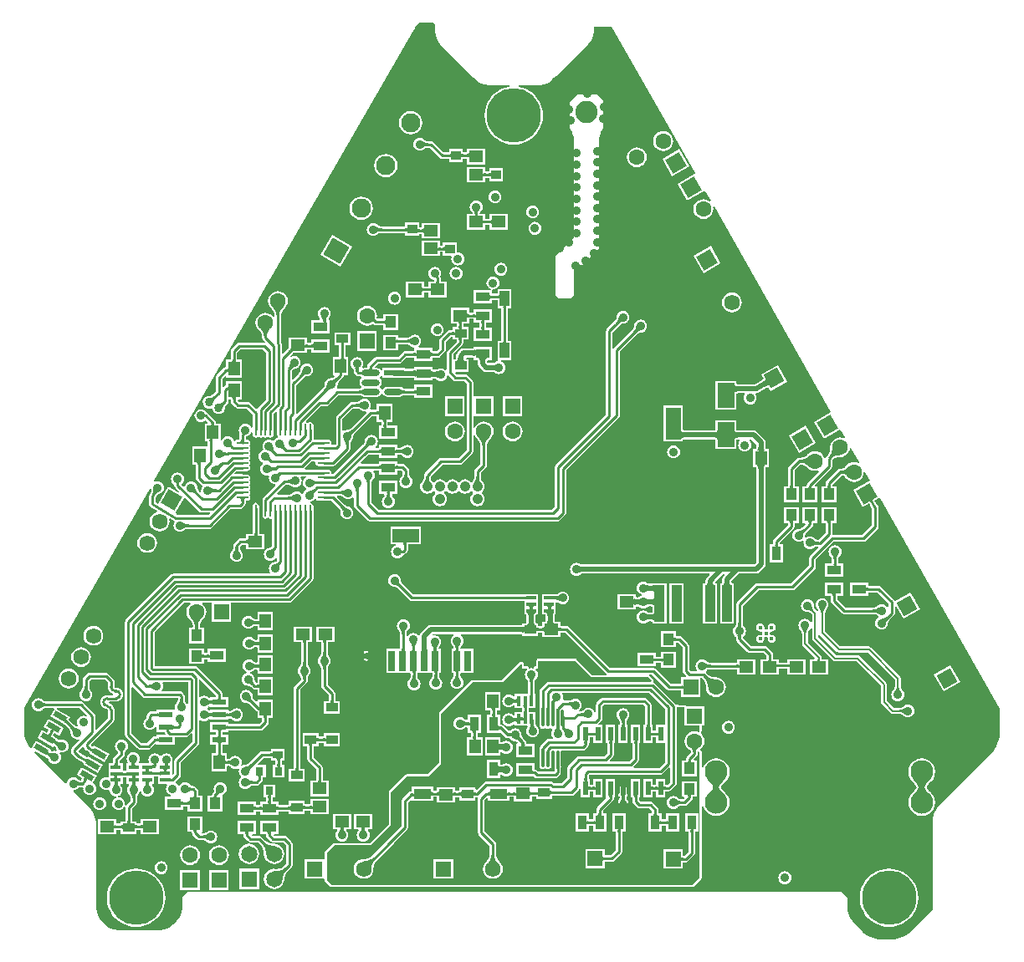
<source format=gbl>
G04*
G04 #@! TF.GenerationSoftware,Altium Limited,Altium Designer,22.1.2 (22)*
G04*
G04 Layer_Physical_Order=4*
G04 Layer_Color=16711680*
%FSLAX25Y25*%
%MOIN*%
G70*
G04*
G04 #@! TF.SameCoordinates,8C121C91-0C0E-4A63-ABDB-05F36A63E408*
G04*
G04*
G04 #@! TF.FilePolarity,Positive*
G04*
G01*
G75*
%ADD14C,0.01968*%
%ADD15C,0.00787*%
%ADD20R,0.01575X0.03937*%
%ADD21R,0.03937X0.01575*%
%ADD22R,0.05709X0.04528*%
%ADD23R,0.04528X0.05709*%
%ADD24R,0.03937X0.02953*%
%ADD25R,0.05709X0.03740*%
%ADD27R,0.03740X0.05709*%
%ADD66R,0.06102X0.06102*%
%ADD67C,0.06102*%
%ADD79P,0.08630X4X345.0*%
%ADD86C,0.01000*%
%ADD90C,0.04134*%
%ADD91R,0.06299X0.06299*%
%ADD92C,0.06299*%
%ADD93R,0.06299X0.06299*%
%ADD94R,0.06260X0.06260*%
%ADD95C,0.06260*%
%ADD96P,0.08853X4X285.0*%
%ADD97P,0.08908X4X285.0*%
%ADD98C,0.07677*%
%ADD99P,0.10857X4X105.0*%
%ADD100C,0.09449*%
%ADD101C,0.08858*%
%ADD102P,0.08908X4X165.0*%
%ADD103P,0.08853X4X345.0*%
%ADD104C,0.09055*%
%ADD105C,0.03386*%
%ADD106C,0.01968*%
%ADD107C,0.01575*%
%ADD108R,0.06496X0.06496*%
%ADD109C,0.06496*%
%ADD110C,0.21654*%
%ADD111C,0.03543*%
%ADD112C,0.01181*%
G04:AMPARAMS|DCode=113|XSize=54.78mil|YSize=21.97mil|CornerRadius=0mil|HoleSize=0mil|Usage=FLASHONLY|Rotation=330.000|XOffset=0mil|YOffset=0mil|HoleType=Round|Shape=Rectangle|*
%AMROTATEDRECTD113*
4,1,4,-0.02921,0.00418,-0.01823,0.02321,0.02921,-0.00418,0.01823,-0.02321,-0.02921,0.00418,0.0*
%
%ADD113ROTATEDRECTD113*%

%ADD114R,0.04803X0.03583*%
%ADD115R,0.03937X0.06102*%
%ADD116R,0.04331X0.04724*%
%ADD117R,0.03937X0.03740*%
%ADD118R,0.07087X0.04134*%
%ADD119R,0.02200X0.05750*%
%ADD120O,0.01181X0.06693*%
%ADD121R,0.03150X0.03543*%
%ADD122R,0.05700X0.02200*%
%ADD123O,0.00984X0.04724*%
%ADD124O,0.04724X0.00984*%
%ADD125R,0.07301X0.02410*%
G04:AMPARAMS|DCode=126|XSize=73.01mil|YSize=24.1mil|CornerRadius=12.05mil|HoleSize=0mil|Usage=FLASHONLY|Rotation=180.000|XOffset=0mil|YOffset=0mil|HoleType=Round|Shape=RoundedRectangle|*
%AMROUNDEDRECTD126*
21,1,0.07301,0.00000,0,0,180.0*
21,1,0.04891,0.02410,0,0,180.0*
1,1,0.02410,-0.02445,0.00000*
1,1,0.02410,0.02445,0.00000*
1,1,0.02410,0.02445,0.00000*
1,1,0.02410,-0.02445,0.00000*
%
%ADD126ROUNDEDRECTD126*%
%ADD127R,0.06693X0.09843*%
%ADD128R,0.06299X0.12598*%
%ADD129R,0.40551X0.31496*%
%ADD130R,0.03937X0.14567*%
%ADD131C,0.70079*%
%ADD132R,0.04724X0.04724*%
%ADD133R,0.10630X0.05512*%
%ADD134R,0.05906X0.10236*%
%ADD135R,0.03937X0.10236*%
%ADD136R,0.02756X0.07874*%
G36*
X189500Y379326D02*
Y377642D01*
X189548Y376662D01*
X189931Y374739D01*
X190681Y372928D01*
X191770Y371298D01*
X192429Y370571D01*
X205071Y357929D01*
X205798Y357270D01*
X207428Y356181D01*
X209239Y355431D01*
X211162Y355048D01*
X212142Y355000D01*
X219128D01*
X219178Y354507D01*
X217400Y354080D01*
X215711Y353380D01*
X214152Y352425D01*
X212762Y351238D01*
X211575Y349848D01*
X210620Y348289D01*
X209920Y346600D01*
X209493Y344823D01*
X209350Y343000D01*
X209493Y341178D01*
X209920Y339400D01*
X210620Y337711D01*
X211575Y336152D01*
X212762Y334762D01*
X214152Y333575D01*
X215711Y332620D01*
X217400Y331920D01*
X219178Y331493D01*
X221000Y331350D01*
X222822Y331493D01*
X224600Y331920D01*
X226289Y332620D01*
X227848Y333575D01*
X229238Y334762D01*
X230425Y336152D01*
X231380Y337711D01*
X232080Y339400D01*
X232507Y341178D01*
X232650Y343000D01*
X232507Y344823D01*
X232080Y346600D01*
X231380Y348289D01*
X230425Y349848D01*
X229238Y351238D01*
X227848Y352425D01*
X226289Y353380D01*
X224600Y354080D01*
X222822Y354507D01*
X222872Y355000D01*
X230500D01*
X231447Y355047D01*
X233303Y355416D01*
X235052Y356140D01*
X236626Y357192D01*
X237328Y357828D01*
X250071Y370571D01*
X250730Y371298D01*
X251819Y372928D01*
X252569Y374739D01*
X252952Y376662D01*
X253000Y377642D01*
Y378500D01*
X260000D01*
X293159Y320123D01*
X292941Y319708D01*
X292850Y319655D01*
X286122Y315771D01*
X290059Y308952D01*
X296739Y312809D01*
X297350Y312745D01*
X299499Y308961D01*
X299114Y308626D01*
X298485Y309109D01*
X297528Y309506D01*
X296500Y309641D01*
X295472Y309506D01*
X294514Y309109D01*
X293692Y308478D01*
X293061Y307655D01*
X292664Y306698D01*
X292529Y305670D01*
X292664Y304642D01*
X293061Y303684D01*
X293692Y302862D01*
X294514Y302231D01*
X295472Y301834D01*
X296500Y301699D01*
X297528Y301834D01*
X298485Y302231D01*
X299308Y302862D01*
X299939Y303684D01*
X300336Y304642D01*
X300471Y305670D01*
X300374Y306409D01*
X300857Y306571D01*
X347377Y224671D01*
X340622Y220771D01*
X344559Y213952D01*
X350959Y217647D01*
X351441Y217516D01*
X353095Y214605D01*
X352745Y214208D01*
X352028Y214506D01*
X351000Y214641D01*
X349972Y214506D01*
X349014Y214109D01*
X348192Y213478D01*
X347561Y212655D01*
X347164Y211698D01*
X347029Y210670D01*
X347045Y210547D01*
X347037Y210219D01*
X346997Y209824D01*
X346929Y209446D01*
X346834Y209084D01*
X346710Y208735D01*
X346558Y208400D01*
X346377Y208076D01*
X346166Y207763D01*
X345925Y207459D01*
X345823Y207349D01*
X345572Y207098D01*
X345287Y206672D01*
X345253Y206498D01*
X344733Y206447D01*
X344439Y207155D01*
X343808Y207978D01*
X342986Y208609D01*
X342028Y209005D01*
X341000Y209141D01*
X339972Y209005D01*
X339015Y208609D01*
X338192Y207978D01*
X338117Y207880D01*
X337878Y207653D01*
X337571Y207402D01*
X337256Y207183D01*
X336932Y206994D01*
X336598Y206836D01*
X336254Y206706D01*
X335897Y206605D01*
X335526Y206532D01*
X335141Y206488D01*
X334991Y206483D01*
X334585D01*
X334083Y206383D01*
X333657Y206098D01*
X330572Y203013D01*
X330287Y202587D01*
X330187Y202085D01*
Y195016D01*
X328547D01*
Y188716D01*
X334453D01*
Y195016D01*
X332813D01*
Y201541D01*
X335124Y203852D01*
X335141Y203852D01*
X335526Y203808D01*
X335897Y203735D01*
X336254Y203634D01*
X336598Y203504D01*
X336932Y203345D01*
X337256Y203157D01*
X337572Y202938D01*
X337878Y202687D01*
X338117Y202460D01*
X338192Y202362D01*
X339015Y201731D01*
X339972Y201334D01*
X341000Y201199D01*
X342028Y201334D01*
X342443Y201506D01*
X342726Y201082D01*
X340072Y198428D01*
X338072Y196428D01*
X337787Y196002D01*
X337687Y195500D01*
Y195016D01*
X336047D01*
Y188716D01*
X341953D01*
Y195016D01*
X341025D01*
X340834Y195477D01*
X341928Y196572D01*
X347428Y202072D01*
X347713Y202498D01*
X347813Y203000D01*
Y205613D01*
X348093Y205836D01*
X348406Y206047D01*
X348730Y206228D01*
X349065Y206380D01*
X349414Y206504D01*
X349776Y206599D01*
X350154Y206667D01*
X350549Y206707D01*
X350878Y206715D01*
X351000Y206699D01*
X352028Y206834D01*
X352986Y207231D01*
X353808Y207862D01*
X354439Y208684D01*
X354836Y209642D01*
X354930Y210361D01*
X355448Y210462D01*
X358732Y204681D01*
X358708Y204641D01*
X358362Y204320D01*
X357528Y204666D01*
X356500Y204801D01*
X355472Y204666D01*
X354515Y204269D01*
X353692Y203638D01*
X353061Y202816D01*
X353047Y202781D01*
X353037Y202767D01*
X352928Y202652D01*
X352799Y202546D01*
X352643Y202449D01*
X352456Y202361D01*
X352235Y202284D01*
X351979Y202220D01*
X351688Y202173D01*
X351361Y202143D01*
X351338Y202143D01*
X351000D01*
X350498Y202043D01*
X350072Y201758D01*
X345572Y197258D01*
X345287Y196832D01*
X345187Y196330D01*
Y195016D01*
X343547D01*
Y188716D01*
X349453D01*
Y195016D01*
X347813D01*
Y195786D01*
X351528Y199502D01*
X351688Y199487D01*
X351979Y199440D01*
X352235Y199377D01*
X352456Y199300D01*
X352643Y199212D01*
X352799Y199114D01*
X352928Y199009D01*
X353037Y198893D01*
X353047Y198879D01*
X353061Y198845D01*
X353692Y198022D01*
X354515Y197391D01*
X355472Y196994D01*
X356500Y196859D01*
X357528Y196994D01*
X358486Y197391D01*
X359308Y198022D01*
X359939Y198845D01*
X360336Y199802D01*
X360447Y200649D01*
X360965Y200750D01*
X362822Y197479D01*
X356122Y193611D01*
X360059Y186792D01*
X362502Y188202D01*
X363687Y186148D01*
Y179544D01*
X359791Y175648D01*
X348252D01*
X347819Y175995D01*
X347813Y176123D01*
Y180448D01*
X349453D01*
Y186748D01*
X343547D01*
Y180448D01*
X345187D01*
Y176544D01*
X342456Y173813D01*
X342204D01*
X342015Y173828D01*
X341810Y173858D01*
X341626Y173899D01*
X341462Y173948D01*
X341317Y174005D01*
X341191Y174069D01*
X341081Y174139D01*
X340984Y174216D01*
X340868Y174330D01*
X340866Y174331D01*
X340825Y174384D01*
X340291Y174794D01*
X339668Y175052D01*
X339000Y175140D01*
X338332Y175052D01*
X337709Y174794D01*
X337430Y174580D01*
X337104Y174768D01*
X337000Y174880D01*
X337081Y175500D01*
X337076Y175539D01*
X337081Y175652D01*
X337099Y175780D01*
X337132Y175913D01*
X337180Y176053D01*
X337245Y176199D01*
X337330Y176353D01*
X337434Y176514D01*
X337559Y176681D01*
X337681Y176825D01*
X339928Y179072D01*
X340213Y179498D01*
X340313Y180000D01*
Y180448D01*
X341953D01*
Y186748D01*
X336047D01*
Y180448D01*
X336939D01*
X337130Y179987D01*
X335825Y178681D01*
X335682Y178559D01*
X335514Y178434D01*
X335353Y178329D01*
X335199Y178245D01*
X335053Y178180D01*
X334913Y178131D01*
X334780Y178099D01*
X334652Y178081D01*
X334539Y178076D01*
X334500Y178081D01*
X333832Y177993D01*
X333209Y177735D01*
X332675Y177325D01*
X332265Y176791D01*
X332007Y176168D01*
X331919Y175500D01*
X332007Y174832D01*
X332265Y174209D01*
X332675Y173675D01*
X333209Y173265D01*
X333832Y173007D01*
X334500Y172919D01*
X335168Y173007D01*
X335791Y173265D01*
X336070Y173479D01*
X336396Y173291D01*
X336501Y173179D01*
X336419Y172559D01*
X336507Y171891D01*
X336765Y171268D01*
X337175Y170734D01*
X337709Y170324D01*
X338332Y170066D01*
X339000Y169978D01*
X339668Y170066D01*
X340291Y170324D01*
X340724Y170657D01*
X340749Y170670D01*
X340797Y170713D01*
X340825Y170734D01*
X340831Y170742D01*
X340878Y170783D01*
X340989Y170861D01*
X341113Y170933D01*
X341252Y170998D01*
X341407Y171055D01*
X341580Y171104D01*
X341771Y171143D01*
X341980Y171173D01*
X342120Y171184D01*
X342224Y171075D01*
X342369Y170725D01*
X339072Y167428D01*
X338787Y167002D01*
X338687Y166500D01*
Y163544D01*
X331456Y156313D01*
X318000D01*
X317498Y156213D01*
X317072Y155928D01*
X309964Y148820D01*
X309679Y148394D01*
X309579Y147892D01*
Y140422D01*
X309564Y140235D01*
X309535Y140028D01*
X309495Y139840D01*
X309446Y139672D01*
X309388Y139522D01*
X309324Y139389D01*
X309253Y139272D01*
X309175Y139168D01*
X309098Y139085D01*
X309067Y139061D01*
X308657Y138527D01*
X308399Y137904D01*
X308311Y137236D01*
X308399Y136568D01*
X308657Y135946D01*
X309067Y135411D01*
X309372Y135177D01*
X309375Y135173D01*
X309395Y135159D01*
X309418Y135142D01*
X309444Y135111D01*
X309460Y135099D01*
X309479Y135055D01*
X309506Y134975D01*
X309532Y134861D01*
X309554Y134725D01*
X309579Y134402D01*
Y134108D01*
X309679Y133606D01*
X309964Y133180D01*
X314072Y129072D01*
X314498Y128787D01*
X315000Y128687D01*
X320456D01*
X321687Y127456D01*
Y126094D01*
X319358D01*
Y119992D01*
X326642D01*
Y122231D01*
X329858D01*
Y119992D01*
X337142D01*
Y126094D01*
X329858D01*
Y124856D01*
X326642D01*
Y126094D01*
X324313D01*
Y128000D01*
X324213Y128502D01*
X323928Y128928D01*
X321928Y130928D01*
X321502Y131213D01*
X321000Y131313D01*
X315544D01*
X312221Y134636D01*
X312229Y134715D01*
X312252Y134861D01*
X312279Y134975D01*
X312305Y135055D01*
X312324Y135099D01*
X312340Y135111D01*
X312366Y135142D01*
X312389Y135159D01*
X312409Y135173D01*
X312412Y135177D01*
X312717Y135411D01*
X313127Y135946D01*
X313385Y136568D01*
X313473Y137236D01*
X313385Y137904D01*
X313127Y138527D01*
X312717Y139061D01*
X312686Y139085D01*
X312610Y139168D01*
X312532Y139272D01*
X312460Y139389D01*
X312396Y139522D01*
X312339Y139672D01*
X312290Y139840D01*
X312250Y140028D01*
X312220Y140235D01*
X312205Y140422D01*
Y147348D01*
X318544Y153687D01*
X332000D01*
X332502Y153787D01*
X332928Y154072D01*
X340928Y162072D01*
X341213Y162498D01*
X341313Y163000D01*
Y165956D01*
X348379Y173022D01*
X360335D01*
X360837Y173122D01*
X361263Y173407D01*
X365928Y178072D01*
X366213Y178498D01*
X366313Y179000D01*
Y186500D01*
X366296Y186585D01*
X366301Y186671D01*
X366246Y186834D01*
X366213Y187002D01*
X366165Y187074D01*
X366137Y187156D01*
X364775Y189515D01*
X366404Y190455D01*
X366887Y190324D01*
X414500Y106500D01*
Y96142D01*
Y95157D01*
X414116Y93225D01*
X413362Y91405D01*
X412267Y89767D01*
X411571Y89071D01*
X411571D01*
X411571Y89071D01*
X390929Y68429D01*
X390270Y67702D01*
X389181Y66072D01*
X388431Y64261D01*
X388048Y62338D01*
X388000Y61358D01*
Y26500D01*
X378929Y17429D01*
X378233Y16733D01*
X376595Y15638D01*
X374775Y14884D01*
X372843Y14500D01*
X366157D01*
X364225Y14884D01*
X362405Y15638D01*
X360768Y16733D01*
X360071Y17429D01*
X356500Y21000D01*
X355906Y21594D01*
X354971Y22992D01*
X354328Y24546D01*
X354000Y26195D01*
Y31000D01*
X351500Y33500D01*
X91000D01*
X89000Y31500D01*
Y27015D01*
X88616Y25083D01*
X87862Y23263D01*
X86768Y21625D01*
X85375Y20233D01*
X83737Y19138D01*
X81917Y18384D01*
X79985Y18000D01*
X63515D01*
X61583Y18384D01*
X59763Y19138D01*
X58125Y20233D01*
X56732Y21625D01*
X55638Y23263D01*
X54884Y25083D01*
X54500Y27015D01*
Y28000D01*
Y60358D01*
X54452Y61338D01*
X54069Y63261D01*
X53319Y65072D01*
X52230Y66702D01*
X51571Y67429D01*
X51571Y67429D01*
X45575Y73425D01*
X45755Y73952D01*
X46168Y74007D01*
X46791Y74265D01*
X47325Y74675D01*
X47360Y74720D01*
X47458Y74814D01*
X47547Y74882D01*
X47652Y74946D01*
X47776Y75005D01*
X47920Y75059D01*
X48086Y75106D01*
X48274Y75144D01*
X48485Y75173D01*
X48673Y75187D01*
X49000D01*
X49005Y75188D01*
X49454Y74768D01*
X49419Y74500D01*
X49507Y73832D01*
X49765Y73209D01*
X50175Y72675D01*
X50709Y72265D01*
X51332Y72007D01*
X52000Y71919D01*
X52668Y72007D01*
X53291Y72265D01*
X53825Y72675D01*
X54235Y73209D01*
X54493Y73832D01*
X54581Y74500D01*
X54493Y75168D01*
X54235Y75791D01*
X53825Y76325D01*
X53291Y76735D01*
X53220Y76942D01*
X54787Y79655D01*
X48679Y83182D01*
X46794Y79915D01*
X48949Y78671D01*
X48463Y77830D01*
X48274Y77856D01*
X48086Y77894D01*
X47920Y77941D01*
X47776Y77995D01*
X47652Y78054D01*
X47547Y78118D01*
X47458Y78186D01*
X47360Y78280D01*
X47325Y78325D01*
X46791Y78735D01*
X46168Y78993D01*
X45500Y79081D01*
X44832Y78993D01*
X44209Y78735D01*
X43675Y78325D01*
X43265Y77791D01*
X43007Y77168D01*
X42952Y76755D01*
X42424Y76575D01*
X29920Y89080D01*
X30227Y89480D01*
X34117Y87234D01*
X34131Y87222D01*
X34147Y87217D01*
X34821Y86828D01*
X34821D01*
X35342Y86731D01*
X35351Y86718D01*
X35417Y86598D01*
X35468Y86479D01*
X35502Y86371D01*
X35507Y86332D01*
X35765Y85709D01*
X36175Y85175D01*
X36709Y84765D01*
X37332Y84507D01*
X38000Y84419D01*
X38668Y84507D01*
X39291Y84765D01*
X39825Y85175D01*
X40235Y85709D01*
X40493Y86332D01*
X40581Y87000D01*
X40493Y87668D01*
X40235Y88291D01*
X40060Y88519D01*
X40285Y88873D01*
X40365Y88943D01*
X41000Y88860D01*
X41668Y88948D01*
X42291Y89206D01*
X42825Y89616D01*
X43235Y90150D01*
X43493Y90773D01*
X43581Y91441D01*
X43493Y92109D01*
X43235Y92731D01*
X42825Y93266D01*
X42291Y93676D01*
X41668Y93934D01*
X41000Y94022D01*
X40440Y93948D01*
X40419Y93948D01*
X40376Y93940D01*
X40332Y93934D01*
X40319Y93929D01*
X40251Y93915D01*
X40117Y93902D01*
X39974Y93902D01*
X39822Y93915D01*
X39660Y93942D01*
X39525Y93976D01*
X39471Y94010D01*
X39206Y94424D01*
Y94424D01*
X38533Y94813D01*
X38520Y94824D01*
X38503Y94830D01*
X37289Y95531D01*
X37903Y96595D01*
X39821Y95488D01*
X41706Y98755D01*
X35599Y102281D01*
X33713Y99015D01*
X35630Y97908D01*
X35016Y96844D01*
X33099Y97951D01*
X31213Y94684D01*
X37321Y91158D01*
X37474Y91424D01*
X37593Y91502D01*
X37859Y91550D01*
X38111Y91526D01*
X38173Y91461D01*
X38270Y91338D01*
X38348Y91219D01*
X38409Y91103D01*
X38455Y90988D01*
X38499Y90834D01*
X38507Y90773D01*
X38765Y90150D01*
X38940Y89922D01*
X38715Y89568D01*
X38635Y89498D01*
X38000Y89581D01*
X37332Y89493D01*
X37295Y89478D01*
X37185Y89453D01*
X37057Y89438D01*
X36920Y89435D01*
X36904Y89436D01*
X36692Y89713D01*
X36636Y89900D01*
X36640Y89979D01*
X36706Y90094D01*
X30599Y93621D01*
X28947Y90760D01*
X28322Y90678D01*
X28232Y90768D01*
X27138Y92405D01*
X26384Y94225D01*
X26000Y96157D01*
Y97142D01*
Y106626D01*
X26217Y107378D01*
X75960Y194151D01*
X76478Y194049D01*
X76507Y193832D01*
X76522Y193795D01*
X76547Y193685D01*
X76562Y193556D01*
X76565Y193420D01*
X76555Y193272D01*
X76529Y193114D01*
X76488Y192944D01*
X76429Y192761D01*
X76351Y192567D01*
X76270Y192397D01*
X75863Y191692D01*
X75835Y191610D01*
X75787Y191538D01*
X75754Y191370D01*
X75699Y191207D01*
X75704Y191121D01*
X75687Y191036D01*
Y187887D01*
X75721Y187718D01*
X75732Y187547D01*
X75770Y187469D01*
X75787Y187384D01*
X75883Y187242D01*
X75959Y187088D01*
X76024Y187031D01*
X76072Y186959D01*
X76215Y186863D01*
X76344Y186750D01*
X78810Y185326D01*
X78698Y184814D01*
X77867Y184469D01*
X77049Y183842D01*
X76421Y183023D01*
X76026Y182070D01*
X75891Y181048D01*
X76026Y180025D01*
X76421Y179072D01*
X77049Y178254D01*
X77867Y177626D01*
X78820Y177231D01*
X79843Y177097D01*
X80865Y177231D01*
X81818Y177626D01*
X82636Y178254D01*
X83264Y179072D01*
X83659Y180025D01*
X83794Y181048D01*
X83676Y181939D01*
X84064Y182293D01*
X85636Y181385D01*
X85687Y181332D01*
X85791Y181088D01*
X85811Y180944D01*
X85804Y180782D01*
X85765Y180731D01*
X85507Y180109D01*
X85419Y179441D01*
X85507Y178773D01*
X85765Y178150D01*
X86175Y177616D01*
X86709Y177206D01*
X87332Y176948D01*
X88000Y176860D01*
X88668Y176948D01*
X89291Y177206D01*
X89825Y177616D01*
X89866Y177669D01*
X89868Y177670D01*
X89984Y177784D01*
X90081Y177861D01*
X90191Y177931D01*
X90317Y177995D01*
X90462Y178052D01*
X90626Y178101D01*
X90810Y178142D01*
X91015Y178172D01*
X91204Y178187D01*
X99831D01*
X100333Y178287D01*
X100759Y178572D01*
X108209Y186022D01*
X111835D01*
X112337Y186122D01*
X112763Y186407D01*
X113786Y187430D01*
X114071Y187856D01*
X114171Y188358D01*
Y189369D01*
X114728D01*
X115228Y189468D01*
X115651Y189751D01*
X115934Y190174D01*
X116033Y190673D01*
X115934Y191173D01*
X115651Y191596D01*
Y191719D01*
X115934Y192142D01*
X116033Y192642D01*
X115934Y193141D01*
X115872Y193234D01*
X115681Y193626D01*
X115872Y194018D01*
X115934Y194111D01*
X116033Y194610D01*
X115934Y195109D01*
X115651Y195533D01*
Y195656D01*
X115934Y196080D01*
X116033Y196579D01*
X115934Y197078D01*
X115872Y197171D01*
X115681Y197563D01*
X115872Y197955D01*
X115934Y198048D01*
X116033Y198547D01*
X115934Y199047D01*
X115651Y199470D01*
X115228Y199752D01*
X114728Y199852D01*
X112899D01*
X112858Y199860D01*
X109870D01*
X109678Y200322D01*
X110528Y201172D01*
X112858D01*
X112899Y201180D01*
X114728D01*
X115228Y201279D01*
X115651Y201562D01*
X115934Y201985D01*
X116033Y202484D01*
X115934Y202983D01*
X115872Y203076D01*
X115681Y203468D01*
X115872Y203861D01*
X115934Y203954D01*
X116033Y204453D01*
X115934Y204952D01*
X115651Y205375D01*
Y205499D01*
X115934Y205922D01*
X116033Y206421D01*
X115934Y206921D01*
X115872Y207013D01*
X115681Y207405D01*
X115872Y207798D01*
X115934Y207891D01*
X116033Y208390D01*
X115934Y208889D01*
X115651Y209312D01*
Y209436D01*
X115934Y209859D01*
X116033Y210358D01*
X115934Y210858D01*
X115872Y210950D01*
X115681Y211343D01*
X115872Y211735D01*
X115934Y211827D01*
X116033Y212327D01*
X115934Y212826D01*
X115651Y213249D01*
X115228Y213532D01*
X114728Y213631D01*
X114171D01*
Y214941D01*
X114668Y215007D01*
X115291Y215265D01*
X115825Y215675D01*
X116235Y216209D01*
X116369Y216531D01*
X116869Y216432D01*
Y215772D01*
X116968Y215272D01*
X117251Y214849D01*
X117674Y214566D01*
X118173Y214467D01*
X118673Y214566D01*
X119096Y214849D01*
X119219D01*
X119642Y214566D01*
X120142Y214467D01*
X120641Y214566D01*
X121064Y214849D01*
X121188D01*
X121611Y214566D01*
X122110Y214467D01*
X122609Y214566D01*
X123033Y214849D01*
X123156D01*
X123580Y214566D01*
X124079Y214467D01*
X124578Y214566D01*
X125001Y214849D01*
X125284Y215272D01*
X125383Y215772D01*
Y217601D01*
X125391Y217642D01*
Y224035D01*
X126241Y224885D01*
X126703Y224693D01*
Y217642D01*
X126711Y217601D01*
Y215772D01*
X126811Y215272D01*
X126972Y215031D01*
X126979Y214932D01*
X126858Y214521D01*
X126806Y214448D01*
X126385Y214274D01*
X125851Y213863D01*
X125441Y213329D01*
X124867Y213251D01*
X124735Y213353D01*
X124112Y213611D01*
X123444Y213699D01*
X122776Y213611D01*
X122154Y213353D01*
X121619Y212943D01*
X121209Y212408D01*
X120951Y211786D01*
X120863Y211118D01*
X120951Y210450D01*
X121139Y209997D01*
X121140Y209910D01*
X121006Y209535D01*
X120910Y209396D01*
X120523Y209235D01*
X119988Y208825D01*
X119578Y208291D01*
X119320Y207668D01*
X119232Y207000D01*
X119320Y206332D01*
X119578Y205709D01*
X119988Y205175D01*
X120523Y204765D01*
X120883Y204615D01*
X120961Y204045D01*
X120675Y203825D01*
X120265Y203291D01*
X120007Y202668D01*
X119919Y202000D01*
X120007Y201332D01*
X120265Y200709D01*
X120675Y200175D01*
X121209Y199765D01*
X121832Y199507D01*
X122500Y199419D01*
X123102Y199498D01*
X123321Y199321D01*
X123498Y199102D01*
X123419Y198500D01*
X123507Y197832D01*
X123765Y197209D01*
X124175Y196675D01*
X124709Y196265D01*
X125332Y196007D01*
X125872Y195936D01*
X126115Y195472D01*
X121182Y190538D01*
X120897Y190113D01*
X120798Y189610D01*
Y185358D01*
X120806Y185318D01*
Y183488D01*
X120905Y182989D01*
X121188Y182566D01*
X121611Y182283D01*
X122110Y182184D01*
X122609Y182283D01*
X122702Y182345D01*
X123094Y182536D01*
X123487Y182345D01*
X123580Y182283D01*
X124079Y182184D01*
X124235Y182215D01*
X124735Y181832D01*
Y171141D01*
X124557Y170987D01*
X124400Y170868D01*
X124251Y170767D01*
X124118Y170688D01*
X124003Y170632D01*
X123908Y170595D01*
X123837Y170575D01*
X123733Y170559D01*
X123709Y170551D01*
X123682Y170550D01*
X123647Y170535D01*
X123332Y170493D01*
X122709Y170235D01*
X122175Y169825D01*
X121765Y169291D01*
X121507Y168668D01*
X121419Y168000D01*
X121507Y167332D01*
X121765Y166709D01*
X122175Y166175D01*
X122709Y165765D01*
X123332Y165507D01*
X124000Y165419D01*
X124668Y165507D01*
X125291Y165765D01*
X125825Y166175D01*
X125931Y166313D01*
X126609Y166398D01*
X126703Y166326D01*
Y165463D01*
X126347Y165177D01*
X126201Y165077D01*
X126064Y164994D01*
X125944Y164932D01*
X125843Y164891D01*
X125764Y164867D01*
X125657Y164848D01*
X125633Y164839D01*
X125608Y164838D01*
X125576Y164823D01*
X125332Y164791D01*
X124709Y164533D01*
X124175Y164123D01*
X123765Y163588D01*
X123507Y162966D01*
X123419Y162298D01*
X123507Y161630D01*
X123765Y161007D01*
X123962Y160750D01*
X123716Y160250D01*
X85298D01*
X84796Y160150D01*
X84370Y159865D01*
X66422Y141917D01*
X66138Y141491D01*
X66038Y140989D01*
Y96150D01*
X66138Y95647D01*
X66422Y95222D01*
X71072Y90572D01*
X71498Y90287D01*
X72000Y90187D01*
X75500D01*
X76002Y90287D01*
X76428Y90572D01*
X78113Y92256D01*
X78613Y92113D01*
Y92113D01*
X85887D01*
Y95187D01*
X90500D01*
X91002Y95287D01*
X91428Y95572D01*
X92513Y96657D01*
X92975Y96465D01*
Y93331D01*
X86072Y86428D01*
X85787Y86002D01*
X85687Y85500D01*
Y80544D01*
X85304Y80161D01*
X84842Y80352D01*
Y84693D01*
X84842Y84693D01*
X84842D01*
X84922Y85160D01*
X84993Y85332D01*
X85081Y86000D01*
X84993Y86668D01*
X84735Y87291D01*
X84325Y87825D01*
X83791Y88235D01*
X83168Y88493D01*
X82500Y88581D01*
X81832Y88493D01*
X81209Y88235D01*
X80675Y87825D01*
X80565Y87682D01*
X79935D01*
X79825Y87825D01*
X79291Y88235D01*
X78668Y88493D01*
X78000Y88581D01*
X77332Y88493D01*
X76709Y88235D01*
X76175Y87825D01*
X75765Y87291D01*
X75507Y86668D01*
X75419Y86000D01*
X75507Y85332D01*
X75589Y85134D01*
X75400Y84851D01*
X75225Y84706D01*
X75161Y84693D01*
X72244D01*
Y84634D01*
X71753D01*
X71506Y85134D01*
X71574Y85222D01*
X71832Y85844D01*
X71920Y86512D01*
X71832Y87180D01*
X71574Y87803D01*
X71163Y88337D01*
X70629Y88748D01*
X70007Y89005D01*
X69338Y89093D01*
X68670Y89005D01*
X68048Y88748D01*
X67513Y88337D01*
X67103Y87803D01*
X66845Y87180D01*
X66757Y86512D01*
X66845Y85844D01*
X67103Y85222D01*
X67171Y85134D01*
X66924Y84634D01*
X66744D01*
Y81813D01*
X65169D01*
Y84634D01*
X63813D01*
Y85456D01*
X65657Y87300D01*
X65941Y87726D01*
X66041Y88228D01*
Y88461D01*
X66051Y88711D01*
X66072Y88900D01*
X66101Y89070D01*
X66135Y89211D01*
X66172Y89322D01*
X66207Y89403D01*
X66238Y89455D01*
X66259Y89482D01*
X66316Y89537D01*
X66332Y89560D01*
X66355Y89576D01*
X66359Y89583D01*
X66479Y89675D01*
X66889Y90209D01*
X67147Y90832D01*
X67235Y91500D01*
X67147Y92168D01*
X66889Y92791D01*
X66479Y93325D01*
X65944Y93735D01*
X65322Y93993D01*
X64653Y94081D01*
X63986Y93993D01*
X63363Y93735D01*
X62828Y93325D01*
X62418Y92791D01*
X62160Y92168D01*
X62072Y91500D01*
X62160Y90832D01*
X62418Y90209D01*
X62828Y89675D01*
X63102Y89465D01*
X63120Y89440D01*
X63143Y89426D01*
X63160Y89406D01*
X63216Y89360D01*
X63229Y89345D01*
X63254Y89308D01*
X63286Y89243D01*
X63321Y89148D01*
X63354Y89022D01*
X63382Y88877D01*
X63393Y88750D01*
X61572Y86928D01*
X61287Y86502D01*
X61187Y86000D01*
Y84634D01*
X59658D01*
Y81484D01*
Y79332D01*
X59169Y78994D01*
X59158Y78995D01*
X58500Y79081D01*
X57832Y78993D01*
X57209Y78735D01*
X56675Y78325D01*
X56265Y77791D01*
X56007Y77168D01*
X55919Y76500D01*
X56007Y75832D01*
X56265Y75209D01*
X56675Y74675D01*
X57209Y74265D01*
X57832Y74007D01*
X58500Y73919D01*
X59168Y74007D01*
X59430Y74115D01*
X59538Y74090D01*
X59947Y73788D01*
X60007Y73332D01*
X60265Y72709D01*
X60675Y72175D01*
X61209Y71765D01*
X61832Y71507D01*
X62500Y71419D01*
X62578Y71429D01*
X62708Y70942D01*
X62209Y70735D01*
X61675Y70325D01*
X61265Y69791D01*
X61007Y69168D01*
X60919Y68500D01*
X61007Y67832D01*
X61265Y67209D01*
X61675Y66675D01*
X62209Y66265D01*
X62832Y66007D01*
X63500Y65919D01*
X64168Y66007D01*
X64791Y66265D01*
X65325Y66675D01*
X65735Y67209D01*
X65736Y67212D01*
X66217Y67066D01*
X66207Y67016D01*
Y61476D01*
X64331D01*
Y60663D01*
X62598D01*
Y62402D01*
X55315D01*
Y56299D01*
X62598D01*
Y58038D01*
X64331D01*
Y56319D01*
X70709D01*
Y58136D01*
X72441D01*
Y56398D01*
X79724D01*
Y62500D01*
X72441D01*
Y60761D01*
X70709D01*
Y61476D01*
X68832D01*
Y66472D01*
X70428Y68068D01*
X70713Y68494D01*
X70813Y68996D01*
Y70814D01*
X70828Y71001D01*
X70858Y71208D01*
X70897Y71396D01*
X70947Y71564D01*
X71004Y71714D01*
X71068Y71847D01*
X71140Y71964D01*
X71217Y72068D01*
X71294Y72151D01*
X71325Y72175D01*
X71735Y72709D01*
X71993Y73332D01*
X71998Y73367D01*
X72502D01*
X72507Y73332D01*
X72765Y72709D01*
X73175Y72175D01*
X73709Y71765D01*
X74332Y71507D01*
X75000Y71419D01*
X75668Y71507D01*
X76291Y71765D01*
X76825Y72175D01*
X77235Y72709D01*
X77493Y73332D01*
X77581Y74000D01*
X77493Y74668D01*
X77235Y75291D01*
X76825Y75825D01*
X76875Y76306D01*
X76961Y76406D01*
X76992Y76425D01*
X77756D01*
Y79246D01*
X79331D01*
Y76425D01*
X82621D01*
X82868Y75925D01*
X82765Y75791D01*
X82507Y75168D01*
X82419Y74500D01*
X82507Y73832D01*
X82765Y73209D01*
X83175Y72675D01*
X83709Y72265D01*
X84332Y72007D01*
X84414Y71996D01*
X84381Y71496D01*
X81858D01*
Y66181D01*
X89142D01*
Y67526D01*
X91047D01*
Y65484D01*
X96953D01*
Y71784D01*
X95313D01*
Y73500D01*
X95213Y74002D01*
X94928Y74428D01*
X94200Y75156D01*
X93774Y75441D01*
X93272Y75541D01*
X92985D01*
X92844Y75551D01*
X92672Y75575D01*
X92532Y75604D01*
X92422Y75637D01*
X92345Y75669D01*
X92298Y75696D01*
X92276Y75713D01*
X92272Y75718D01*
X92255Y75743D01*
X92235Y75791D01*
X91825Y76325D01*
X91291Y76735D01*
X90668Y76993D01*
X90000Y77081D01*
X89332Y76993D01*
X88709Y76735D01*
X88175Y76325D01*
X87765Y75791D01*
X87235D01*
X86825Y76325D01*
X86291Y76735D01*
X86179Y77323D01*
X87928Y79072D01*
X88213Y79498D01*
X88313Y80000D01*
Y84956D01*
X95216Y91859D01*
X95500Y92285D01*
X95600Y92787D01*
Y101647D01*
X96100Y101894D01*
X96268Y101765D01*
X96891Y101507D01*
X97559Y101419D01*
X98227Y101507D01*
X98850Y101765D01*
X99384Y102175D01*
X99408Y102206D01*
X99491Y102283D01*
X99595Y102360D01*
X99613Y102371D01*
X99705Y102339D01*
X100113Y102113D01*
X100113Y102113D01*
X100113Y102113D01*
X107387D01*
Y102203D01*
X107518Y102381D01*
X107887Y102604D01*
X107896Y102603D01*
X108064Y102553D01*
X108214Y102496D01*
X108347Y102432D01*
X108464Y102360D01*
X108568Y102283D01*
X108651Y102206D01*
X108675Y102175D01*
X109209Y101765D01*
X109832Y101507D01*
X110500Y101419D01*
X111168Y101507D01*
X111791Y101765D01*
X112325Y102175D01*
X112735Y102709D01*
X112993Y103332D01*
X113081Y104000D01*
X112993Y104668D01*
X112735Y105291D01*
X112325Y105825D01*
X111791Y106235D01*
X111168Y106493D01*
X110500Y106581D01*
X109832Y106493D01*
X109209Y106235D01*
X108675Y105825D01*
X108651Y105794D01*
X108568Y105717D01*
X108464Y105640D01*
X108347Y105568D01*
X108214Y105504D01*
X108064Y105447D01*
X107896Y105397D01*
X107887Y105396D01*
X107518Y105619D01*
X107387Y105797D01*
Y105887D01*
X100113D01*
Y105887D01*
X99925Y105738D01*
X99613Y105629D01*
X99595Y105640D01*
X99491Y105717D01*
X99408Y105794D01*
X99384Y105825D01*
X98850Y106235D01*
Y106765D01*
X99384Y107175D01*
X99408Y107206D01*
X99491Y107283D01*
X99595Y107360D01*
X99613Y107371D01*
X99705Y107339D01*
X100113Y107113D01*
X100113Y107113D01*
X100113Y107113D01*
X107387D01*
Y110887D01*
X105063D01*
Y112250D01*
X104963Y112752D01*
X104678Y113178D01*
X94853Y123003D01*
X94428Y123287D01*
X93925Y123387D01*
X77813D01*
Y136956D01*
X89544Y148687D01*
X92017D01*
X92187Y148187D01*
X91692Y147808D01*
X91061Y146985D01*
X90664Y146028D01*
X90529Y145000D01*
X90664Y143972D01*
X91061Y143015D01*
X91692Y142192D01*
X91790Y142117D01*
X92017Y141878D01*
X92268Y141571D01*
X92487Y141256D01*
X92676Y140932D01*
X92834Y140598D01*
X92964Y140254D01*
X93065Y139897D01*
X93138Y139526D01*
X93166Y139284D01*
X92948Y138936D01*
X92774Y138784D01*
X91547D01*
Y132484D01*
X97453D01*
Y138784D01*
X96226D01*
X96052Y138936D01*
X95834Y139284D01*
X95862Y139526D01*
X95935Y139897D01*
X96036Y140254D01*
X96166Y140598D01*
X96324Y140932D01*
X96513Y141256D01*
X96732Y141571D01*
X96983Y141878D01*
X97210Y142117D01*
X97308Y142192D01*
X97939Y143015D01*
X98336Y143972D01*
X98471Y145000D01*
X98336Y146028D01*
X97939Y146985D01*
X97308Y147808D01*
X96813Y148187D01*
X96983Y148687D01*
X100563D01*
Y141063D01*
X108437D01*
Y148687D01*
X131500D01*
X132002Y148787D01*
X132428Y149072D01*
X140755Y157399D01*
X141040Y157825D01*
X141139Y158327D01*
Y185358D01*
X141131Y185399D01*
Y187228D01*
X141032Y187728D01*
X140749Y188151D01*
X140326Y188434D01*
X140055Y188488D01*
X140071Y188994D01*
X140168Y189007D01*
X140791Y189265D01*
X141325Y189675D01*
X141603Y190036D01*
X141664Y190055D01*
X142123Y190029D01*
X142181Y190002D01*
X142349Y189751D01*
X142772Y189468D01*
X143272Y189369D01*
X145101D01*
X145142Y189361D01*
X148283D01*
X151516Y186127D01*
X151640Y185979D01*
X151757Y185819D01*
X151847Y185671D01*
X151912Y185536D01*
X151957Y185416D01*
X151983Y185309D01*
X151995Y185214D01*
X151993Y185125D01*
X151973Y184987D01*
X151976Y184933D01*
X151919Y184500D01*
X152007Y183832D01*
X152265Y183209D01*
X152675Y182675D01*
X153209Y182265D01*
X153832Y182007D01*
X154500Y181919D01*
X155168Y182007D01*
X155791Y182265D01*
X156325Y182675D01*
X156735Y183209D01*
X156993Y183832D01*
X157081Y184500D01*
X156993Y185168D01*
X156735Y185791D01*
X156325Y186325D01*
X155791Y186735D01*
X155168Y186993D01*
X155044Y187010D01*
X155017Y187022D01*
X154830Y187065D01*
X154671Y187114D01*
X154510Y187176D01*
X154347Y187251D01*
X154181Y187341D01*
X154014Y187446D01*
X153852Y187560D01*
X153527Y187830D01*
X150497Y190859D01*
X150688Y191321D01*
X151776D01*
X151966Y191305D01*
X152169Y191275D01*
X152349Y191234D01*
X152508Y191184D01*
X152645Y191128D01*
X152764Y191065D01*
X152865Y190996D01*
X152953Y190922D01*
X153061Y190808D01*
X153087Y190789D01*
X153175Y190675D01*
X153709Y190265D01*
X154332Y190007D01*
X155000Y189919D01*
X155668Y190007D01*
X156291Y190265D01*
X156687Y190569D01*
X157187Y190378D01*
Y187500D01*
X157287Y186998D01*
X157572Y186572D01*
X162572Y181572D01*
X162998Y181287D01*
X163500Y181187D01*
X238500D01*
X239002Y181287D01*
X239428Y181572D01*
X241428Y183572D01*
X241713Y183998D01*
X241813Y184500D01*
Y201456D01*
X262928Y222572D01*
X263213Y222998D01*
X263313Y223500D01*
Y248956D01*
X270175Y255819D01*
X270319Y255941D01*
X270486Y256066D01*
X270647Y256171D01*
X270801Y256255D01*
X270947Y256320D01*
X271087Y256368D01*
X271220Y256401D01*
X271348Y256419D01*
X271461Y256424D01*
X271500Y256419D01*
X272168Y256507D01*
X272791Y256765D01*
X273325Y257175D01*
X273735Y257709D01*
X273993Y258332D01*
X274081Y259000D01*
X273993Y259668D01*
X273735Y260291D01*
X273325Y260825D01*
X272791Y261235D01*
X272168Y261493D01*
X271500Y261581D01*
X270832Y261493D01*
X270209Y261235D01*
X269675Y260825D01*
X269265Y260291D01*
X269007Y259668D01*
X268919Y259000D01*
X268924Y258961D01*
X268919Y258848D01*
X268901Y258720D01*
X268868Y258587D01*
X268820Y258447D01*
X268755Y258301D01*
X268671Y258147D01*
X268566Y257986D01*
X268441Y257819D01*
X268319Y257675D01*
X261072Y250428D01*
X260813Y250040D01*
X260776Y250036D01*
X260313Y250345D01*
Y256456D01*
X261938Y258082D01*
X261938Y258082D01*
X263175Y259319D01*
X263318Y259441D01*
X263486Y259566D01*
X263647Y259671D01*
X263801Y259755D01*
X263947Y259820D01*
X264087Y259869D01*
X264220Y259901D01*
X264348Y259919D01*
X264461Y259924D01*
X264500Y259919D01*
X265168Y260007D01*
X265791Y260265D01*
X266325Y260675D01*
X266735Y261209D01*
X266993Y261832D01*
X267081Y262500D01*
X266993Y263168D01*
X266735Y263791D01*
X266325Y264325D01*
X265791Y264735D01*
X265168Y264993D01*
X264500Y265081D01*
X263832Y264993D01*
X263209Y264735D01*
X262675Y264325D01*
X262265Y263791D01*
X262007Y263168D01*
X261919Y262500D01*
X261924Y262461D01*
X261919Y262348D01*
X261901Y262220D01*
X261869Y262087D01*
X261820Y261947D01*
X261755Y261801D01*
X261670Y261647D01*
X261566Y261486D01*
X261441Y261318D01*
X261319Y261175D01*
X260082Y259938D01*
X260082Y259938D01*
X258072Y257928D01*
X257787Y257502D01*
X257687Y257000D01*
Y223571D01*
X237572Y203456D01*
X237287Y203030D01*
X237187Y202528D01*
Y187044D01*
X235956Y185813D01*
X167044D01*
X164313Y188544D01*
Y196314D01*
X164328Y196501D01*
X164357Y196708D01*
X164397Y196896D01*
X164447Y197064D01*
X164504Y197214D01*
X164568Y197347D01*
X164639Y197464D01*
X164717Y197568D01*
X164794Y197651D01*
X164825Y197675D01*
X165235Y198209D01*
X165493Y198832D01*
X165581Y199500D01*
X165493Y200168D01*
X165235Y200791D01*
X165055Y201026D01*
X165301Y201526D01*
X167358D01*
Y199681D01*
X174642D01*
Y201526D01*
X176118D01*
X176687Y200956D01*
Y200186D01*
X176672Y199999D01*
X176643Y199792D01*
X176603Y199604D01*
X176553Y199436D01*
X176496Y199286D01*
X176432Y199153D01*
X176360Y199036D01*
X176283Y198932D01*
X176206Y198849D01*
X176175Y198825D01*
X175765Y198291D01*
X175507Y197668D01*
X175419Y197000D01*
X175507Y196332D01*
X175765Y195709D01*
X176175Y195175D01*
X176709Y194765D01*
X177332Y194507D01*
X178000Y194419D01*
X178668Y194507D01*
X179291Y194765D01*
X179825Y195175D01*
X180235Y195709D01*
X180493Y196332D01*
X180581Y197000D01*
X180493Y197668D01*
X180235Y198291D01*
X179825Y198825D01*
X179794Y198849D01*
X179717Y198932D01*
X179640Y199036D01*
X179568Y199153D01*
X179504Y199286D01*
X179447Y199436D01*
X179397Y199604D01*
X179358Y199792D01*
X179328Y199999D01*
X179313Y200186D01*
Y201500D01*
X179213Y202002D01*
X178928Y202428D01*
X177590Y203767D01*
X177164Y204051D01*
X176661Y204151D01*
X174642D01*
Y204996D01*
X167358D01*
Y204151D01*
X160161D01*
X159969Y204613D01*
X163205Y207849D01*
X167358D01*
Y206504D01*
X174642D01*
Y207849D01*
X175270D01*
X175460Y207833D01*
X175662Y207802D01*
X175841Y207761D01*
X175997Y207712D01*
X176132Y207655D01*
X176248Y207593D01*
X176346Y207525D01*
X176430Y207452D01*
X176535Y207338D01*
X176569Y207313D01*
X176675Y207175D01*
X177209Y206765D01*
X177832Y206507D01*
X178500Y206419D01*
X179168Y206507D01*
X179791Y206765D01*
X180325Y207175D01*
X180735Y207709D01*
X180993Y208332D01*
X181081Y209000D01*
X180993Y209668D01*
X180735Y210291D01*
X180325Y210825D01*
X179791Y211235D01*
X179168Y211493D01*
X178500Y211581D01*
X177832Y211493D01*
X177209Y211235D01*
X176923Y211016D01*
X176861Y210984D01*
X176720Y210875D01*
X176596Y210795D01*
X176460Y210723D01*
X176311Y210659D01*
X176147Y210602D01*
X175967Y210554D01*
X175782Y210518D01*
X175356Y210474D01*
X174642D01*
Y211819D01*
X167358D01*
Y210474D01*
X165969D01*
X165799Y210974D01*
X166061Y211175D01*
X166471Y211709D01*
X166729Y212332D01*
X166817Y213000D01*
X166729Y213668D01*
X166471Y214291D01*
X166061Y214825D01*
X165527Y215235D01*
X164904Y215493D01*
X164236Y215581D01*
X163568Y215493D01*
X162946Y215235D01*
X162411Y214825D01*
X162001Y214291D01*
X161743Y213668D01*
X161701Y213347D01*
X161677Y213280D01*
X161653Y213101D01*
X161619Y212955D01*
X161572Y212806D01*
X161510Y212653D01*
X161432Y212496D01*
X161337Y212334D01*
X161231Y212177D01*
X160961Y211845D01*
X149110Y199994D01*
X148613Y200019D01*
X148299Y200426D01*
X148316Y200516D01*
X148217Y201015D01*
X147934Y201438D01*
X147511Y201721D01*
X147012Y201820D01*
X145182D01*
X145142Y201828D01*
X145102Y201820D01*
X143264D01*
X143224Y201813D01*
X137932D01*
X137724Y202313D01*
X140521Y205109D01*
X141615D01*
X141998Y204609D01*
X141967Y204453D01*
X142066Y203954D01*
X142349Y203530D01*
X142772Y203247D01*
X143272Y203148D01*
X145101D01*
X145142Y203140D01*
X148953D01*
X149455Y203240D01*
X149881Y203525D01*
X155428Y209072D01*
X155713Y209498D01*
X155813Y210000D01*
Y211814D01*
X155828Y212001D01*
X155858Y212208D01*
X155897Y212396D01*
X155947Y212564D01*
X156004Y212714D01*
X156068Y212847D01*
X156140Y212964D01*
X156217Y213068D01*
X156294Y213151D01*
X156325Y213175D01*
X156735Y213709D01*
X156993Y214332D01*
X157081Y215000D01*
X157076Y215039D01*
X157081Y215152D01*
X157099Y215280D01*
X157132Y215413D01*
X157180Y215553D01*
X157245Y215699D01*
X157329Y215853D01*
X157434Y216014D01*
X157559Y216181D01*
X157681Y216325D01*
X164544Y223187D01*
X166405D01*
Y220858D01*
X168144D01*
Y219496D01*
X167358D01*
Y214181D01*
X174642D01*
Y219496D01*
X170769D01*
Y220858D01*
X172508D01*
Y228142D01*
X166405D01*
Y225813D01*
X164061D01*
X163893Y226008D01*
X163763Y226275D01*
X163993Y226832D01*
X164081Y227500D01*
X163993Y228168D01*
X163735Y228791D01*
X163325Y229325D01*
X162791Y229735D01*
X162168Y229993D01*
X161500Y230081D01*
X160832Y229993D01*
X160209Y229735D01*
X159675Y229325D01*
X159651Y229294D01*
X159568Y229217D01*
X159464Y229140D01*
X159347Y229068D01*
X159214Y229004D01*
X159064Y228947D01*
X158896Y228897D01*
X158708Y228857D01*
X158501Y228828D01*
X158314Y228813D01*
X156500D01*
X155998Y228713D01*
X155572Y228428D01*
X150513Y223369D01*
X150228Y222943D01*
X150128Y222441D01*
Y211985D01*
X149815Y211671D01*
X148668D01*
X148285Y212171D01*
X148316Y212327D01*
X148217Y212826D01*
X147934Y213249D01*
X147511Y213532D01*
X147012Y213631D01*
X145182D01*
X145142Y213639D01*
X141316D01*
X141139Y213855D01*
Y217642D01*
X141131Y217682D01*
Y219512D01*
X141032Y220011D01*
X140749Y220434D01*
X140326Y220717D01*
X139827Y220816D01*
X139328Y220717D01*
X138904Y220434D01*
X138781D01*
X138378Y220704D01*
X138356Y220723D01*
X138221Y221254D01*
X144155Y227187D01*
X146500D01*
X147002Y227287D01*
X147428Y227572D01*
X151304Y231447D01*
X159771D01*
X159889Y231440D01*
X160022Y231425D01*
X160090Y231323D01*
X160749Y230883D01*
X161526Y230728D01*
X166417D01*
X167194Y230883D01*
X167853Y231323D01*
X168222Y231876D01*
X168403Y231916D01*
X168597D01*
X168778Y231876D01*
X169147Y231323D01*
X169806Y230883D01*
X170583Y230728D01*
X175474D01*
X176251Y230883D01*
X176910Y231323D01*
X176977Y231423D01*
X177263Y231447D01*
X181398D01*
Y230217D01*
X188681D01*
Y235531D01*
X181398D01*
Y234072D01*
X177229D01*
X177111Y234080D01*
X176978Y234095D01*
X176910Y234196D01*
X176251Y234637D01*
X175474Y234791D01*
X170583D01*
X169806Y234637D01*
X169147Y234196D01*
X168778Y233644D01*
X168597Y233604D01*
X168403D01*
X168222Y233644D01*
X167853Y234196D01*
X167578Y234380D01*
Y234880D01*
X167853Y235064D01*
X168293Y235723D01*
X168448Y236500D01*
X168293Y237277D01*
X167853Y237936D01*
X167578Y238120D01*
Y238620D01*
X167853Y238804D01*
X168091Y239160D01*
X168591Y239008D01*
Y238248D01*
X176650D01*
X176667Y238244D01*
X176684Y238248D01*
X176707D01*
X176720Y238246D01*
X176726Y238248D01*
X177466D01*
Y238312D01*
X177984Y238343D01*
X180581D01*
X180739Y238330D01*
X180967Y238292D01*
X181137Y238247D01*
X181249Y238203D01*
X181294Y238176D01*
X181299Y238126D01*
Y237402D01*
X182081D01*
X182099Y237398D01*
X182116Y237402D01*
X187766D01*
X187783Y237398D01*
X187801Y237402D01*
X188583D01*
Y237922D01*
X188662Y237943D01*
X188848Y237975D01*
X189243Y238006D01*
X189605Y237980D01*
X189770Y237958D01*
X189899Y237933D01*
X189973Y237913D01*
X190104Y237742D01*
X190639Y237332D01*
X191261Y237074D01*
X191929Y236986D01*
X192597Y237074D01*
X193220Y237332D01*
X193754Y237742D01*
X194165Y238276D01*
X194422Y238899D01*
X194439Y239022D01*
X194966Y239201D01*
X196717Y237451D01*
X197143Y237166D01*
X197645Y237066D01*
X201235D01*
X202187Y236114D01*
Y209544D01*
X198956Y206313D01*
X192000D01*
X191498Y206213D01*
X191072Y205928D01*
X185572Y200428D01*
X185287Y200002D01*
X185187Y199500D01*
Y198779D01*
X185165Y198535D01*
X185127Y198293D01*
X185074Y198071D01*
X185009Y197865D01*
X184930Y197676D01*
X184840Y197501D01*
X184737Y197340D01*
X184621Y197190D01*
X184510Y197071D01*
X184464Y197036D01*
X184007Y196440D01*
X183719Y195745D01*
X183621Y195000D01*
X183719Y194255D01*
X184007Y193561D01*
X184464Y192964D01*
X185061Y192507D01*
X185755Y192219D01*
X186500Y192121D01*
X187245Y192219D01*
X187940Y192507D01*
X188536Y192964D01*
X188685Y193159D01*
X189315D01*
X189464Y192964D01*
X189659Y192815D01*
Y192185D01*
X189464Y192036D01*
X189007Y191439D01*
X188719Y190745D01*
X188621Y190000D01*
X188719Y189255D01*
X189007Y188560D01*
X189464Y187964D01*
X190060Y187507D01*
X190755Y187219D01*
X191500Y187121D01*
X192245Y187219D01*
X192939Y187507D01*
X193536Y187964D01*
X193993Y188560D01*
X194281Y189255D01*
X194379Y190000D01*
X194281Y190745D01*
X193993Y191439D01*
X193536Y192036D01*
X193341Y192185D01*
Y192801D01*
X193402Y192862D01*
X193536Y192964D01*
X193638Y193098D01*
X193699Y193159D01*
X194315D01*
X194464Y192964D01*
X195061Y192507D01*
X195755Y192219D01*
X196500Y192121D01*
X197245Y192219D01*
X197940Y192507D01*
X198536Y192964D01*
X198685Y193159D01*
X199315D01*
X199464Y192964D01*
X200061Y192507D01*
X200755Y192219D01*
X201500Y192121D01*
X202245Y192219D01*
X202940Y192507D01*
X203536Y192964D01*
X203685Y193159D01*
X204315D01*
X204464Y192964D01*
X204659Y192815D01*
Y192185D01*
X204464Y192036D01*
X204007Y191439D01*
X203719Y190745D01*
X203621Y190000D01*
X203719Y189255D01*
X204007Y188560D01*
X204464Y187964D01*
X205061Y187507D01*
X205755Y187219D01*
X206500Y187121D01*
X207245Y187219D01*
X207940Y187507D01*
X208536Y187964D01*
X208993Y188560D01*
X209281Y189255D01*
X209379Y190000D01*
X209281Y190745D01*
X208993Y191439D01*
X208536Y192036D01*
X208341Y192185D01*
Y192815D01*
X208536Y192964D01*
X208993Y193561D01*
X209281Y194255D01*
X209379Y195000D01*
X209281Y195745D01*
X208993Y196440D01*
X208536Y197036D01*
X208490Y197071D01*
X208379Y197190D01*
X208263Y197340D01*
X208160Y197501D01*
X208070Y197676D01*
X207992Y197865D01*
X207926Y198071D01*
X207873Y198293D01*
X207835Y198535D01*
X207813Y198779D01*
Y200456D01*
X209928Y202572D01*
X210213Y202998D01*
X210313Y203500D01*
Y210991D01*
X210318Y211141D01*
X210362Y211526D01*
X210435Y211897D01*
X210536Y212254D01*
X210666Y212598D01*
X210824Y212932D01*
X211013Y213256D01*
X211232Y213572D01*
X211483Y213878D01*
X211710Y214117D01*
X211808Y214192D01*
X212439Y215015D01*
X212836Y215972D01*
X212971Y217000D01*
X212836Y218028D01*
X212439Y218986D01*
X211808Y219808D01*
X210985Y220439D01*
X210028Y220836D01*
X209000Y220971D01*
X207972Y220836D01*
X207014Y220439D01*
X206192Y219808D01*
X205561Y218986D01*
X205313Y218386D01*
X204813Y218485D01*
Y222667D01*
X205063Y223063D01*
X205313Y223063D01*
X212937D01*
Y230937D01*
X205313D01*
X205063Y230937D01*
X204813Y231333D01*
Y236658D01*
X204713Y237160D01*
X204428Y237586D01*
X202707Y239307D01*
X202281Y239591D01*
X201779Y239691D01*
X198189D01*
X197653Y240227D01*
X197844Y240689D01*
X202992D01*
Y245847D01*
X202178D01*
X202068Y246033D01*
X202361Y246520D01*
X204200D01*
X204363Y246506D01*
X204591Y246468D01*
X204762Y246423D01*
X204874Y246377D01*
X204921Y246348D01*
Y245472D01*
X206586D01*
X206613Y245427D01*
X206659Y245315D01*
X206704Y245144D01*
X206742Y244916D01*
X206757Y244752D01*
Y243870D01*
X206894Y243178D01*
X207286Y242592D01*
X208734Y241144D01*
X209320Y240752D01*
X210011Y240615D01*
X212599D01*
X212668Y240612D01*
X213076Y240576D01*
X213211Y240555D01*
X213306Y240534D01*
X213320Y240530D01*
X213769Y240186D01*
X214391Y239928D01*
X215059Y239840D01*
X215727Y239928D01*
X216350Y240186D01*
X216884Y240596D01*
X217294Y241131D01*
X217552Y241753D01*
X217640Y242421D01*
X217552Y243089D01*
X217294Y243712D01*
X216884Y244246D01*
X216350Y244657D01*
X215825Y244874D01*
X215924Y245374D01*
X220079D01*
Y253051D01*
X218636D01*
Y266043D01*
X220079D01*
Y273721D01*
X214567D01*
Y271884D01*
X212205D01*
Y273037D01*
X212205Y273037D01*
X212297Y273279D01*
X212646Y273585D01*
X212696Y273578D01*
X213364Y273666D01*
X213986Y273924D01*
X214521Y274334D01*
X214931Y274868D01*
X215189Y275491D01*
X215277Y276159D01*
X215189Y276827D01*
X214931Y277450D01*
X214521Y277984D01*
X213986Y278394D01*
X213364Y278652D01*
X212696Y278740D01*
X212028Y278652D01*
X211405Y278394D01*
X210870Y277984D01*
X210460Y277450D01*
X210202Y276827D01*
X210114Y276159D01*
X210202Y275491D01*
X210460Y274868D01*
X210870Y274334D01*
X211405Y273924D01*
X211560Y273860D01*
X211826Y273472D01*
Y273472D01*
X211826D01*
X211777Y273228D01*
X211752Y273228D01*
X211752Y273228D01*
X211742Y273228D01*
X204921D01*
Y267913D01*
X212205D01*
Y269258D01*
X214567D01*
Y266043D01*
X216010D01*
Y253051D01*
X214567D01*
Y245442D01*
X214567Y245374D01*
X214450Y244922D01*
X214391Y244914D01*
X213769Y244657D01*
X213320Y244312D01*
X213306Y244308D01*
X213242Y244294D01*
X212342Y244228D01*
X210760D01*
X210369Y244618D01*
Y244752D01*
X210384Y244916D01*
X210421Y245144D01*
X210467Y245315D01*
X210513Y245427D01*
X210541Y245472D01*
X212205D01*
Y250787D01*
X205736D01*
X205718Y250791D01*
X205701Y250787D01*
X204921D01*
Y250228D01*
X204830Y250202D01*
X204648Y250168D01*
X204237Y250133D01*
X200956D01*
X200265Y249996D01*
X199679Y249604D01*
X198526Y248451D01*
X198134Y247865D01*
X197997Y247174D01*
Y246567D01*
X197983Y246403D01*
X197945Y246175D01*
X197899Y246004D01*
X197853Y245892D01*
X197826Y245847D01*
X196785D01*
Y247685D01*
X200436Y251336D01*
X200721Y251762D01*
X200820Y252264D01*
Y253563D01*
X202992D01*
Y258720D01*
X200820D01*
Y260138D01*
X203150D01*
Y261876D01*
X204921D01*
Y260236D01*
X207250D01*
Y258465D01*
X204921D01*
Y253150D01*
X212205D01*
Y258465D01*
X209876D01*
Y260236D01*
X212205D01*
Y265551D01*
X204921D01*
Y264502D01*
X203150D01*
Y266240D01*
X195866D01*
Y260138D01*
X198195D01*
Y258720D01*
X196614D01*
Y257454D01*
X195413D01*
X194911Y257354D01*
X194485Y257070D01*
X191592Y254176D01*
X191307Y253750D01*
X191207Y253248D01*
Y250052D01*
X190204Y249049D01*
X188583D01*
Y250394D01*
X183128D01*
X182959Y250894D01*
X183325Y251175D01*
X183735Y251709D01*
X183993Y252332D01*
X184081Y253000D01*
X183993Y253668D01*
X183735Y254291D01*
X183325Y254825D01*
X182791Y255235D01*
X182168Y255493D01*
X181500Y255581D01*
X180832Y255493D01*
X180209Y255235D01*
X179675Y254825D01*
X179651Y254794D01*
X179568Y254717D01*
X179464Y254640D01*
X179347Y254568D01*
X179214Y254504D01*
X179064Y254447D01*
X178896Y254397D01*
X178708Y254358D01*
X178501Y254328D01*
X178314Y254313D01*
X174953D01*
Y255516D01*
X169047D01*
Y249217D01*
X174953D01*
Y251687D01*
X178314D01*
X178501Y251672D01*
X178708Y251642D01*
X178896Y251603D01*
X179064Y251553D01*
X179214Y251496D01*
X179347Y251432D01*
X179464Y251361D01*
X179568Y251283D01*
X179651Y251206D01*
X179675Y251175D01*
X180209Y250765D01*
X180832Y250507D01*
X180845Y250505D01*
X181299Y250394D01*
X181299Y249941D01*
Y249049D01*
X177736D01*
X177234Y248949D01*
X176808Y248664D01*
X174956Y246813D01*
X166500D01*
X165998Y246713D01*
X165572Y246428D01*
X163043Y243899D01*
X162759Y243474D01*
X162659Y242971D01*
Y242272D01*
X161526D01*
X160940Y242155D01*
X160658Y242609D01*
X160735Y242709D01*
X160993Y243332D01*
X161081Y244000D01*
X160993Y244668D01*
X160735Y245291D01*
X160325Y245825D01*
X159791Y246235D01*
X159168Y246493D01*
X158500Y246581D01*
X157832Y246493D01*
X157209Y246235D01*
X156675Y245825D01*
X156265Y245291D01*
X156007Y244668D01*
X155919Y244000D01*
X156007Y243332D01*
X156265Y242709D01*
X156675Y242175D01*
X156943Y241969D01*
X156951Y241957D01*
X156985Y241935D01*
X157011Y241903D01*
X157043Y241877D01*
X157054Y241860D01*
X157078Y241806D01*
X157107Y241719D01*
X157136Y241599D01*
X157159Y241459D01*
X157187Y241118D01*
Y240826D01*
X157287Y240324D01*
X157572Y239898D01*
X158158Y239312D01*
X158583Y239028D01*
X159086Y238928D01*
X159771D01*
X159889Y238920D01*
X160022Y238905D01*
X160090Y238804D01*
X160364Y238620D01*
Y238120D01*
X160090Y237936D01*
X159649Y237277D01*
X159494Y236500D01*
X159649Y235723D01*
X160090Y235064D01*
X160364Y234880D01*
Y234380D01*
X160090Y234196D01*
X160023Y234097D01*
X159737Y234072D01*
X150855D01*
X150809Y234103D01*
X150656Y234283D01*
X150530Y234537D01*
X150706Y234962D01*
X150794Y235630D01*
X150789Y235669D01*
X150794Y235782D01*
X150812Y235910D01*
X150845Y236043D01*
X150893Y236183D01*
X150958Y236329D01*
X151043Y236483D01*
X151147Y236644D01*
X151272Y236811D01*
X151394Y236954D01*
X152971Y238532D01*
X153256Y238958D01*
X153336Y239358D01*
X155095D01*
Y246642D01*
X154069D01*
Y251319D01*
X155945D01*
Y256476D01*
X149567D01*
Y251319D01*
X151443D01*
Y246642D01*
X148992D01*
Y239358D01*
X149432D01*
X149623Y238896D01*
X149538Y238811D01*
X149395Y238689D01*
X149227Y238564D01*
X149066Y238459D01*
X148913Y238375D01*
X148766Y238310D01*
X148627Y238261D01*
X148494Y238229D01*
X148365Y238211D01*
X148252Y238206D01*
X148213Y238211D01*
X147545Y238123D01*
X146923Y237865D01*
X146388Y237455D01*
X145978Y236920D01*
X145720Y236298D01*
X145632Y235630D01*
X145637Y235591D01*
X145633Y235478D01*
X145614Y235350D01*
X145582Y235216D01*
X145534Y235077D01*
X145468Y234930D01*
X145384Y234777D01*
X145279Y234616D01*
X145154Y234448D01*
X145032Y234305D01*
X134775Y224049D01*
X134275Y224256D01*
Y235419D01*
X137175Y238319D01*
X137319Y238441D01*
X137486Y238566D01*
X137647Y238671D01*
X137801Y238755D01*
X137947Y238820D01*
X138087Y238868D01*
X138220Y238901D01*
X138348Y238919D01*
X138461Y238924D01*
X138500Y238919D01*
X139168Y239007D01*
X139791Y239265D01*
X140325Y239675D01*
X140735Y240209D01*
X140993Y240832D01*
X141081Y241500D01*
X140993Y242168D01*
X140735Y242791D01*
X140325Y243325D01*
X139791Y243735D01*
X139168Y243993D01*
X138500Y244081D01*
X137832Y243993D01*
X137209Y243735D01*
X136675Y243325D01*
X136265Y242791D01*
X136007Y242168D01*
X135919Y241500D01*
X135924Y241461D01*
X135919Y241348D01*
X135901Y241220D01*
X135869Y241087D01*
X135820Y240947D01*
X135755Y240801D01*
X135670Y240647D01*
X135566Y240486D01*
X135441Y240318D01*
X135319Y240175D01*
X132950Y237806D01*
X132488Y237998D01*
Y241130D01*
X132678Y241304D01*
X132843Y241434D01*
X133013Y241554D01*
X133181Y241659D01*
X133347Y241749D01*
X133510Y241824D01*
X133671Y241886D01*
X133830Y241935D01*
X134017Y241978D01*
X134044Y241990D01*
X134168Y242007D01*
X134791Y242265D01*
X135325Y242675D01*
X135735Y243209D01*
X135993Y243832D01*
X136081Y244500D01*
X135993Y245168D01*
X135735Y245791D01*
X135325Y246325D01*
X134791Y246735D01*
X134168Y246993D01*
X133500Y247081D01*
X132832Y246993D01*
X132209Y246735D01*
X131954Y247145D01*
X132913Y248104D01*
X133081Y248260D01*
X133215Y248368D01*
X133268Y248406D01*
X138642D01*
Y249849D01*
X140358D01*
Y248504D01*
X147642D01*
Y253819D01*
X140358D01*
Y252474D01*
X138642D01*
Y254508D01*
X131358D01*
Y250316D01*
X131327Y250272D01*
X131098Y250001D01*
X128987Y247891D01*
X128525Y248082D01*
Y251815D01*
X128425Y252318D01*
X128313Y252486D01*
Y262991D01*
X128318Y263141D01*
X128362Y263527D01*
X128435Y263897D01*
X128536Y264254D01*
X128666Y264598D01*
X128824Y264932D01*
X129013Y265256D01*
X129232Y265571D01*
X129483Y265879D01*
X129710Y266117D01*
X129808Y266192D01*
X130439Y267015D01*
X130836Y267972D01*
X130971Y269000D01*
X130836Y270028D01*
X130439Y270986D01*
X129808Y271808D01*
X128986Y272439D01*
X128028Y272836D01*
X127000Y272971D01*
X125972Y272836D01*
X125014Y272439D01*
X124192Y271808D01*
X123561Y270986D01*
X123164Y270028D01*
X123029Y269000D01*
X123164Y267972D01*
X123561Y267015D01*
X124192Y266192D01*
X124290Y266117D01*
X124517Y265878D01*
X124768Y265571D01*
X124987Y265256D01*
X125176Y264932D01*
X125334Y264598D01*
X125464Y264254D01*
X125565Y263897D01*
X125638Y263527D01*
X125682Y263141D01*
X125687Y262991D01*
Y262823D01*
X125187Y262653D01*
X124808Y263148D01*
X123986Y263779D01*
X123028Y264175D01*
X122000Y264311D01*
X120972Y264175D01*
X120015Y263779D01*
X119192Y263148D01*
X118561Y262325D01*
X118164Y261368D01*
X118029Y260340D01*
X118164Y259312D01*
X118561Y258354D01*
X119192Y257532D01*
X119535Y257269D01*
X119549Y257247D01*
X119580Y257227D01*
X119603Y257198D01*
X119832Y257007D01*
X120006Y256827D01*
X120160Y256627D01*
X120295Y256406D01*
X120413Y256160D01*
X120511Y255888D01*
X120590Y255586D01*
X120649Y255254D01*
X120685Y254892D01*
X120687Y254802D01*
Y254500D01*
X120787Y253998D01*
X121072Y253572D01*
X121901Y252743D01*
X121655Y252282D01*
X121500Y252313D01*
X111500D01*
X110998Y252213D01*
X110572Y251928D01*
X108528Y249885D01*
X108244Y249459D01*
X108144Y248957D01*
Y245642D01*
X106405D01*
Y242591D01*
X106279D01*
X105776Y242491D01*
X105350Y242207D01*
X102572Y239428D01*
X102287Y239002D01*
X102187Y238500D01*
Y233002D01*
X100836Y231650D01*
X100706Y231539D01*
X100546Y231418D01*
X100394Y231318D01*
X100250Y231238D01*
X100115Y231176D01*
X99989Y231131D01*
X99870Y231101D01*
X99758Y231084D01*
X99607Y231078D01*
X99549Y231063D01*
X98970Y231025D01*
X98085Y230589D01*
X97435Y229847D01*
X97118Y228913D01*
X97182Y227928D01*
X97618Y227043D01*
X98360Y226393D01*
X99295Y226075D01*
X100279Y226140D01*
X100485Y226241D01*
X100917Y225991D01*
X100933Y225763D01*
X101369Y224878D01*
X102111Y224227D01*
X103045Y223910D01*
X104030Y223975D01*
X104915Y224411D01*
X105565Y225153D01*
X105883Y226087D01*
X105866Y226343D01*
X105869Y226357D01*
X105879Y226509D01*
X105897Y226625D01*
X105929Y226746D01*
X105976Y226875D01*
X106040Y227012D01*
X106122Y227157D01*
X106224Y227310D01*
X106345Y227471D01*
X106456Y227600D01*
X106928Y228072D01*
X107213Y228498D01*
X107313Y229000D01*
Y229858D01*
X108187D01*
Y229000D01*
X108287Y228498D01*
X108572Y228072D01*
X110072Y226572D01*
X110498Y226287D01*
X111000Y226187D01*
X114456D01*
X116861Y223783D01*
Y218588D01*
X116361Y218488D01*
X116235Y218791D01*
X115825Y219325D01*
X115291Y219735D01*
X114668Y219993D01*
X114000Y220081D01*
X113332Y219993D01*
X112709Y219735D01*
X112175Y219325D01*
X111765Y218791D01*
X111507Y218168D01*
X111419Y217500D01*
X111507Y216832D01*
X111729Y216297D01*
X111646Y216172D01*
X111546Y215670D01*
Y213631D01*
X110988D01*
X110489Y213532D01*
X110066Y213249D01*
X110000Y213151D01*
X109721Y213160D01*
X109461Y213245D01*
X109235Y213791D01*
X108825Y214325D01*
X108291Y214735D01*
X107668Y214993D01*
X107000Y215081D01*
X106332Y214993D01*
X105709Y214735D01*
X105175Y214325D01*
X104765Y213791D01*
X104634Y213475D01*
X104134Y213574D01*
Y220177D01*
X102356D01*
Y220457D01*
X102256Y220959D01*
X101971Y221385D01*
X99200Y224156D01*
X98774Y224441D01*
X98612Y224473D01*
X98594Y224519D01*
X98183Y225054D01*
X97649Y225464D01*
X97026Y225722D01*
X96358Y225810D01*
X95690Y225722D01*
X95068Y225464D01*
X94533Y225054D01*
X94123Y224519D01*
X93865Y223896D01*
X93777Y223228D01*
X93865Y222560D01*
X94123Y221938D01*
X94533Y221403D01*
X95068Y220993D01*
X95690Y220735D01*
X96358Y220647D01*
X97026Y220735D01*
X97649Y220993D01*
X98183Y221403D01*
X98237Y221407D01*
X99005Y220639D01*
X98813Y220177D01*
X98032D01*
Y212894D01*
X98983D01*
Y211142D01*
X92992D01*
Y203858D01*
X94187D01*
Y198500D01*
X94287Y197998D01*
X94572Y197572D01*
X96418Y195725D01*
X96705Y195534D01*
X96863Y195057D01*
X96869Y194926D01*
X96765Y194791D01*
X96507Y194168D01*
X96419Y193500D01*
X96482Y193023D01*
X96008Y192789D01*
X95622Y193175D01*
X95500Y193318D01*
X95375Y193486D01*
X95270Y193647D01*
X95186Y193801D01*
X95121Y193947D01*
X95072Y194087D01*
X95040Y194220D01*
X95021Y194348D01*
X95017Y194461D01*
X95022Y194500D01*
X94934Y195168D01*
X94676Y195791D01*
X94266Y196325D01*
X93731Y196735D01*
X93109Y196993D01*
X92441Y197081D01*
X91773Y196993D01*
X91150Y196735D01*
X90616Y196325D01*
X90206Y195791D01*
X89948Y195168D01*
X89942Y195122D01*
X89414Y194943D01*
X88729Y195627D01*
X88762Y196126D01*
X88825Y196175D01*
X89235Y196709D01*
X89493Y197332D01*
X89581Y198000D01*
X89493Y198668D01*
X89235Y199291D01*
X88825Y199825D01*
X88291Y200235D01*
X87668Y200493D01*
X87000Y200581D01*
X86332Y200493D01*
X85709Y200235D01*
X85175Y199825D01*
X84765Y199291D01*
X84507Y198668D01*
X84419Y198000D01*
X84507Y197332D01*
X84765Y196709D01*
X85175Y196175D01*
X85709Y195765D01*
X85748Y195749D01*
X85751Y195708D01*
Y195437D01*
X85851Y194934D01*
X86135Y194508D01*
X87633Y193011D01*
X87328Y192614D01*
X83330Y194923D01*
X79413Y188138D01*
X78964Y188269D01*
X78313Y188645D01*
Y190684D01*
X78544Y191085D01*
X78651Y191239D01*
X78780Y191404D01*
X78908Y191546D01*
X79035Y191667D01*
X79159Y191769D01*
X79282Y191851D01*
X79402Y191917D01*
X79521Y191968D01*
X79629Y192002D01*
X79668Y192007D01*
X80291Y192265D01*
X80825Y192675D01*
X81235Y193209D01*
X81493Y193832D01*
X81581Y194500D01*
X81493Y195168D01*
X81235Y195791D01*
X80825Y196325D01*
X80291Y196735D01*
X79668Y196993D01*
X79000Y197081D01*
X78332Y196993D01*
X78114Y196903D01*
X77765Y197300D01*
X139519Y305024D01*
X181302Y377395D01*
X181560Y377794D01*
X181560Y377794D01*
X181770Y378300D01*
X182551Y379319D01*
X183439Y380000D01*
X188622D01*
X189500Y379326D01*
D02*
G37*
G36*
X215366Y269571D02*
X215356Y269666D01*
X215326Y269751D01*
X215276Y269826D01*
X215206Y269891D01*
X215116Y269946D01*
X215006Y269991D01*
X214876Y270026D01*
X214726Y270051D01*
X214556Y270066D01*
X214366Y270071D01*
Y271071D01*
X214556Y271076D01*
X214726Y271091D01*
X214876Y271116D01*
X215006Y271151D01*
X215116Y271196D01*
X215206Y271251D01*
X215276Y271316D01*
X215326Y271391D01*
X215356Y271476D01*
X215366Y271571D01*
Y269571D01*
D02*
G37*
G36*
X211415Y271476D02*
X211445Y271391D01*
X211495Y271316D01*
X211565Y271251D01*
X211655Y271196D01*
X211765Y271151D01*
X211895Y271116D01*
X212045Y271091D01*
X212215Y271076D01*
X212405Y271071D01*
Y270071D01*
X212215Y270066D01*
X212045Y270051D01*
X211895Y270026D01*
X211765Y269991D01*
X211655Y269946D01*
X211565Y269891D01*
X211495Y269826D01*
X211445Y269751D01*
X211415Y269666D01*
X211405Y269571D01*
Y271571D01*
X211415Y271476D01*
D02*
G37*
G36*
X218228Y266845D02*
X218143Y266814D01*
X218068Y266764D01*
X218003Y266693D01*
X217948Y266602D01*
X217903Y266490D01*
X217868Y266359D01*
X217843Y266207D01*
X217828Y266035D01*
X217823Y265843D01*
X216823D01*
X216818Y266035D01*
X216803Y266207D01*
X216778Y266359D01*
X216743Y266490D01*
X216698Y266602D01*
X216643Y266693D01*
X216578Y266764D01*
X216503Y266814D01*
X216418Y266845D01*
X216323Y266855D01*
X218323D01*
X218228Y266845D01*
D02*
G37*
G36*
X128881Y266410D02*
X128591Y266056D01*
X128335Y265688D01*
X128114Y265307D01*
X127926Y264913D01*
X127773Y264505D01*
X127653Y264084D01*
X127568Y263650D01*
X127517Y263202D01*
X127500Y262741D01*
X126500D01*
X126483Y263202D01*
X126432Y263650D01*
X126347Y264084D01*
X126227Y264505D01*
X126074Y264913D01*
X125886Y265307D01*
X125665Y265688D01*
X125409Y266056D01*
X125119Y266410D01*
X124795Y266751D01*
X129205Y266751D01*
X128881Y266410D01*
D02*
G37*
G36*
X205733Y262189D02*
X205722Y262284D01*
X205692Y262369D01*
X205642Y262444D01*
X205571Y262509D01*
X205480Y262564D01*
X205368Y262609D01*
X205237Y262644D01*
X205085Y262669D01*
X204913Y262684D01*
X204721Y262689D01*
Y263689D01*
X204913Y263694D01*
X205085Y263709D01*
X205237Y263734D01*
X205368Y263769D01*
X205480Y263814D01*
X205571Y263869D01*
X205642Y263934D01*
X205692Y264009D01*
X205722Y264094D01*
X205733Y264189D01*
Y262189D01*
D02*
G37*
G36*
X202360Y264094D02*
X202390Y264009D01*
X202440Y263934D01*
X202510Y263869D01*
X202600Y263814D01*
X202710Y263769D01*
X202840Y263734D01*
X202990Y263709D01*
X203160Y263694D01*
X203350Y263689D01*
Y262689D01*
X203160Y262684D01*
X202990Y262669D01*
X202840Y262644D01*
X202710Y262609D01*
X202600Y262564D01*
X202510Y262509D01*
X202440Y262444D01*
X202390Y262369D01*
X202360Y262284D01*
X202350Y262189D01*
Y264189D01*
X202360Y264094D01*
D02*
G37*
G36*
X209468Y261037D02*
X209383Y261007D01*
X209308Y260957D01*
X209243Y260886D01*
X209188Y260795D01*
X209143Y260683D01*
X209108Y260552D01*
X209083Y260400D01*
X209068Y260228D01*
X209063Y260036D01*
X208063D01*
X208058Y260228D01*
X208043Y260400D01*
X208018Y260552D01*
X207983Y260683D01*
X207938Y260795D01*
X207883Y260886D01*
X207818Y260957D01*
X207743Y261007D01*
X207658Y261037D01*
X207563Y261048D01*
X209563D01*
X209468Y261037D01*
D02*
G37*
G36*
X200413Y260939D02*
X200328Y260909D01*
X200253Y260858D01*
X200188Y260787D01*
X200133Y260696D01*
X200088Y260585D01*
X200053Y260453D01*
X200028Y260301D01*
X200013Y260129D01*
X200008Y259937D01*
X199008D01*
X199003Y260129D01*
X198988Y260301D01*
X198963Y260453D01*
X198928Y260585D01*
X198883Y260696D01*
X198828Y260787D01*
X198763Y260858D01*
X198688Y260909D01*
X198603Y260939D01*
X198508Y260949D01*
X200508D01*
X200413Y260939D01*
D02*
G37*
G36*
X264482Y260728D02*
X264275Y260720D01*
X264067Y260690D01*
X263860Y260640D01*
X263651Y260568D01*
X263443Y260474D01*
X263235Y260360D01*
X263026Y260225D01*
X262817Y260068D01*
X262608Y259891D01*
X262399Y259692D01*
X261692Y260399D01*
X261891Y260608D01*
X262068Y260817D01*
X262225Y261026D01*
X262360Y261235D01*
X262474Y261443D01*
X262568Y261651D01*
X262639Y261859D01*
X262690Y262067D01*
X262720Y262275D01*
X262728Y262482D01*
X264482Y260728D01*
D02*
G37*
G36*
X200013Y258729D02*
X200028Y258557D01*
X200053Y258405D01*
X200088Y258273D01*
X200133Y258162D01*
X200188Y258071D01*
X200253Y258000D01*
X200328Y257949D01*
X200413Y257919D01*
X200508Y257909D01*
X198508D01*
X198603Y257919D01*
X198688Y257949D01*
X198763Y258000D01*
X198828Y258071D01*
X198883Y258162D01*
X198928Y258273D01*
X198963Y258405D01*
X198988Y258557D01*
X199003Y258729D01*
X199008Y258921D01*
X200008D01*
X200013Y258729D01*
D02*
G37*
G36*
X209068Y258473D02*
X209083Y258301D01*
X209108Y258149D01*
X209143Y258017D01*
X209188Y257906D01*
X209243Y257815D01*
X209308Y257744D01*
X209383Y257694D01*
X209468Y257663D01*
X209563Y257653D01*
X207563D01*
X207658Y257663D01*
X207743Y257694D01*
X207818Y257744D01*
X207883Y257815D01*
X207938Y257906D01*
X207983Y258017D01*
X208018Y258149D01*
X208043Y258301D01*
X208058Y258473D01*
X208063Y258665D01*
X209063D01*
X209068Y258473D01*
D02*
G37*
G36*
X271482Y257228D02*
X271275Y257220D01*
X271067Y257190D01*
X270860Y257139D01*
X270652Y257068D01*
X270443Y256975D01*
X270235Y256860D01*
X270026Y256725D01*
X269817Y256568D01*
X269608Y256391D01*
X269399Y256192D01*
X268692Y256899D01*
X268891Y257108D01*
X269068Y257317D01*
X269225Y257526D01*
X269360Y257735D01*
X269475Y257943D01*
X269568Y258152D01*
X269639Y258360D01*
X269690Y258567D01*
X269720Y258775D01*
X269728Y258982D01*
X271482Y257228D01*
D02*
G37*
G36*
X197414Y255142D02*
X197404Y255237D01*
X197374Y255322D01*
X197324Y255397D01*
X197254Y255462D01*
X197164Y255517D01*
X197054Y255562D01*
X196924Y255597D01*
X196774Y255622D01*
X196604Y255637D01*
X196414Y255642D01*
Y256642D01*
X196604Y256647D01*
X196774Y256662D01*
X196924Y256687D01*
X197054Y256722D01*
X197164Y256767D01*
X197254Y256822D01*
X197324Y256887D01*
X197374Y256962D01*
X197404Y257047D01*
X197414Y257142D01*
Y255142D01*
D02*
G37*
G36*
X123620Y257596D02*
X123385Y257352D01*
X123178Y257083D01*
X122998Y256789D01*
X122846Y256470D01*
X122721Y256126D01*
X122625Y255757D01*
X122555Y255363D01*
X122514Y254944D01*
X122500Y254500D01*
X121500D01*
X121486Y254944D01*
X121445Y255363D01*
X121376Y255757D01*
X121279Y256126D01*
X121154Y256470D01*
X121002Y256789D01*
X120822Y257083D01*
X120615Y257352D01*
X120380Y257596D01*
X120117Y257815D01*
X123883D01*
X123620Y257596D01*
D02*
G37*
G36*
X200413Y254364D02*
X200328Y254334D01*
X200253Y254283D01*
X200188Y254212D01*
X200133Y254121D01*
X200088Y254010D01*
X200053Y253878D01*
X200028Y253727D01*
X200013Y253555D01*
X200008Y253362D01*
X199008D01*
X199003Y253555D01*
X198988Y253727D01*
X198963Y253878D01*
X198928Y254010D01*
X198883Y254121D01*
X198828Y254212D01*
X198763Y254283D01*
X198688Y254334D01*
X198603Y254364D01*
X198508Y254374D01*
X200508D01*
X200413Y254364D01*
D02*
G37*
G36*
X217828Y253060D02*
X217843Y252887D01*
X217868Y252736D01*
X217903Y252604D01*
X217948Y252493D01*
X218003Y252402D01*
X218068Y252331D01*
X218143Y252280D01*
X218228Y252250D01*
X218323Y252240D01*
X216323D01*
X216418Y252250D01*
X216503Y252280D01*
X216578Y252331D01*
X216643Y252402D01*
X216698Y252493D01*
X216743Y252604D01*
X216778Y252736D01*
X216803Y252887D01*
X216818Y253060D01*
X216823Y253252D01*
X217823D01*
X217828Y253060D01*
D02*
G37*
G36*
X174152Y253905D02*
X174182Y253820D01*
X174232Y253745D01*
X174303Y253680D01*
X174394Y253625D01*
X174506Y253580D01*
X174637Y253545D01*
X174789Y253520D01*
X174961Y253505D01*
X175153Y253500D01*
Y252500D01*
X174961Y252495D01*
X174789Y252480D01*
X174637Y252455D01*
X174506Y252420D01*
X174394Y252375D01*
X174303Y252320D01*
X174232Y252255D01*
X174182Y252180D01*
X174152Y252095D01*
X174141Y252000D01*
Y254000D01*
X174152Y253905D01*
D02*
G37*
G36*
X180235Y251760D02*
X180082Y251901D01*
X179914Y252026D01*
X179732Y252137D01*
X179534Y252234D01*
X179321Y252315D01*
X179092Y252382D01*
X178849Y252433D01*
X178591Y252470D01*
X178317Y252493D01*
X178029Y252500D01*
Y253500D01*
X178317Y253507D01*
X178591Y253530D01*
X178849Y253567D01*
X179092Y253618D01*
X179321Y253685D01*
X179534Y253766D01*
X179732Y253863D01*
X179914Y253974D01*
X180082Y254099D01*
X180235Y254240D01*
Y251760D01*
D02*
G37*
G36*
X153661Y252120D02*
X153576Y252090D01*
X153501Y252039D01*
X153436Y251968D01*
X153381Y251877D01*
X153336Y251766D01*
X153301Y251634D01*
X153276Y251483D01*
X153261Y251311D01*
X153256Y251118D01*
X152256D01*
X152251Y251311D01*
X152236Y251483D01*
X152211Y251634D01*
X152176Y251766D01*
X152131Y251877D01*
X152076Y251968D01*
X152011Y252039D01*
X151936Y252090D01*
X151851Y252120D01*
X151756Y252130D01*
X153756D01*
X153661Y252120D01*
D02*
G37*
G36*
X141158Y250161D02*
X141148Y250256D01*
X141118Y250341D01*
X141068Y250416D01*
X140998Y250481D01*
X140908Y250536D01*
X140798Y250581D01*
X140668Y250616D01*
X140518Y250641D01*
X140348Y250656D01*
X140158Y250661D01*
Y251661D01*
X140348Y251666D01*
X140518Y251681D01*
X140668Y251706D01*
X140798Y251741D01*
X140908Y251786D01*
X140998Y251841D01*
X141068Y251906D01*
X141118Y251981D01*
X141148Y252066D01*
X141158Y252161D01*
Y250161D01*
D02*
G37*
G36*
X137852Y252066D02*
X137882Y251981D01*
X137932Y251906D01*
X138002Y251841D01*
X138092Y251786D01*
X138202Y251741D01*
X138332Y251706D01*
X138482Y251681D01*
X138652Y251666D01*
X138842Y251661D01*
Y250661D01*
X138652Y250656D01*
X138482Y250641D01*
X138332Y250616D01*
X138202Y250581D01*
X138092Y250536D01*
X138002Y250481D01*
X137932Y250416D01*
X137882Y250341D01*
X137852Y250256D01*
X137842Y250161D01*
Y252161D01*
X137852Y252066D01*
D02*
G37*
G36*
X133572Y249217D02*
X133495Y249272D01*
X133404Y249299D01*
X133299Y249298D01*
X133179Y249269D01*
X133045Y249211D01*
X132896Y249125D01*
X132733Y249010D01*
X132556Y248868D01*
X132158Y248498D01*
X131451Y249205D01*
X131650Y249411D01*
X131963Y249780D01*
X132078Y249943D01*
X132164Y250092D01*
X132221Y250226D01*
X132251Y250346D01*
X132252Y250451D01*
X132225Y250542D01*
X132170Y250619D01*
X133572Y249217D01*
D02*
G37*
G36*
X187793Y248641D02*
X187823Y248556D01*
X187873Y248481D01*
X187943Y248416D01*
X188033Y248361D01*
X188143Y248316D01*
X188273Y248281D01*
X188423Y248256D01*
X188593Y248241D01*
X188783Y248236D01*
Y247236D01*
X188593Y247231D01*
X188423Y247216D01*
X188273Y247191D01*
X188143Y247156D01*
X188033Y247111D01*
X187943Y247056D01*
X187873Y246991D01*
X187823Y246916D01*
X187793Y246831D01*
X187783Y246736D01*
Y248736D01*
X187793Y248641D01*
D02*
G37*
G36*
X182111Y246736D02*
X182100Y246831D01*
X182070Y246916D01*
X182019Y246991D01*
X181949Y247056D01*
X181858Y247111D01*
X181746Y247156D01*
X181615Y247191D01*
X181463Y247216D01*
X181291Y247231D01*
X181099Y247236D01*
Y248236D01*
X181291Y248241D01*
X181463Y248256D01*
X181615Y248281D01*
X181746Y248316D01*
X181858Y248361D01*
X181949Y248416D01*
X182019Y248481D01*
X182070Y248556D01*
X182100Y248641D01*
X182111Y248736D01*
Y246736D01*
D02*
G37*
G36*
X205733Y246358D02*
X205712Y246545D01*
X205652Y246713D01*
X205553Y246860D01*
X205414Y246988D01*
X205236Y247096D01*
X205018Y247185D01*
X204761Y247254D01*
X204464Y247303D01*
X204128Y247333D01*
X203752Y247342D01*
Y249311D01*
X204126Y249318D01*
X204756Y249372D01*
X205012Y249419D01*
X205228Y249480D01*
X205406Y249555D01*
X205543Y249643D01*
X205642Y249744D01*
X205701Y249859D01*
X205721Y249988D01*
X205733Y246358D01*
D02*
G37*
G36*
X153261Y246652D02*
X153276Y246482D01*
X153301Y246332D01*
X153336Y246202D01*
X153381Y246092D01*
X153436Y246002D01*
X153501Y245932D01*
X153576Y245882D01*
X153661Y245852D01*
X153756Y245842D01*
X151756D01*
X151851Y245852D01*
X151936Y245882D01*
X152011Y245932D01*
X152076Y246002D01*
X152131Y246092D01*
X152176Y246202D01*
X152211Y246332D01*
X152236Y246482D01*
X152251Y246652D01*
X152256Y246842D01*
X153256D01*
X153261Y246652D01*
D02*
G37*
G36*
X196614Y253563D02*
X198195D01*
Y252807D01*
X194544Y249156D01*
X194260Y248731D01*
X194160Y248228D01*
Y241614D01*
X193660Y241464D01*
X193220Y241802D01*
X192597Y242060D01*
X191929Y242148D01*
X191261Y242060D01*
X190639Y241802D01*
X190484Y241684D01*
X190467Y241680D01*
X189478Y241619D01*
X189306D01*
X189145Y241634D01*
X188919Y241671D01*
X188749Y241717D01*
X188639Y241762D01*
X188589Y241792D01*
X188583Y241856D01*
Y242717D01*
X182116D01*
X182099Y242720D01*
X182081Y242717D01*
X181299D01*
Y242074D01*
X181181Y242036D01*
X181010Y241999D01*
X180579Y241956D01*
X177841D01*
X177466Y241980D01*
Y242232D01*
X176723D01*
X176715Y242234D01*
X176700Y242232D01*
X176684D01*
X176667Y242236D01*
X176650Y242232D01*
X168591D01*
Y241472D01*
X168091Y241321D01*
X167853Y241677D01*
X167194Y242117D01*
X166417Y242272D01*
X165835D01*
X165628Y242772D01*
X167044Y244187D01*
X175500D01*
X176002Y244287D01*
X176428Y244572D01*
X178280Y246424D01*
X181299D01*
Y245079D01*
X188583D01*
Y246424D01*
X190748D01*
X191250Y246523D01*
X191676Y246808D01*
X193448Y248580D01*
X193732Y249006D01*
X193832Y249508D01*
Y252704D01*
X195957Y254829D01*
X196614D01*
Y253563D01*
D02*
G37*
G36*
X200797Y246639D02*
X200827Y246303D01*
X200876Y246006D01*
X200945Y245748D01*
X201033Y245530D01*
X201142Y245352D01*
X201270Y245213D01*
X201417Y245114D01*
X201585Y245055D01*
X201772Y245035D01*
X197835D01*
X198022Y245055D01*
X198189Y245114D01*
X198337Y245213D01*
X198465Y245352D01*
X198573Y245530D01*
X198661Y245748D01*
X198730Y246006D01*
X198779Y246303D01*
X198809Y246639D01*
X198819Y247016D01*
X200787D01*
X200797Y246639D01*
D02*
G37*
G36*
X109962Y245652D02*
X109977Y245482D01*
X110002Y245332D01*
X110037Y245202D01*
X110082Y245092D01*
X110137Y245002D01*
X110202Y244932D01*
X110277Y244882D01*
X110362Y244852D01*
X110457Y244842D01*
X108457D01*
X108552Y244852D01*
X108637Y244882D01*
X108712Y244932D01*
X108777Y245002D01*
X108832Y245092D01*
X108877Y245202D01*
X108912Y245332D01*
X108937Y245482D01*
X108952Y245652D01*
X108957Y245842D01*
X109957D01*
X109962Y245652D01*
D02*
G37*
G36*
X210345Y246264D02*
X210177Y246205D01*
X210030Y246106D01*
X209902Y245967D01*
X209793Y245789D01*
X209705Y245571D01*
X209636Y245313D01*
X209587Y245016D01*
X209557Y244680D01*
X209547Y244303D01*
X207579D01*
X207569Y244680D01*
X207539Y245016D01*
X207490Y245313D01*
X207421Y245571D01*
X207333Y245789D01*
X207224Y245967D01*
X207097Y246106D01*
X206949Y246205D01*
X206782Y246264D01*
X206594Y246284D01*
X210531D01*
X210345Y246264D01*
D02*
G37*
G36*
X133836Y242760D02*
X133622Y242711D01*
X133408Y242645D01*
X133196Y242564D01*
X132986Y242466D01*
X132777Y242353D01*
X132570Y242223D01*
X132363Y242078D01*
X132158Y241917D01*
X131753Y241546D01*
X130895Y242102D01*
X131098Y242316D01*
X131274Y242528D01*
X131426Y242737D01*
X131551Y242943D01*
X131651Y243147D01*
X131726Y243348D01*
X131775Y243547D01*
X131798Y243744D01*
X131796Y243938D01*
X131768Y244129D01*
X133836Y242760D01*
D02*
G37*
G36*
X164476Y242251D02*
X164491Y242079D01*
X164516Y241927D01*
X164551Y241796D01*
X164596Y241684D01*
X164651Y241593D01*
X164716Y241523D01*
X164791Y241472D01*
X164876Y241442D01*
X164971Y241431D01*
X162971D01*
X163066Y241442D01*
X163151Y241472D01*
X163226Y241523D01*
X163291Y241593D01*
X163346Y241684D01*
X163391Y241796D01*
X163426Y241927D01*
X163451Y242079D01*
X163466Y242251D01*
X163471Y242443D01*
X164471D01*
X164476Y242251D01*
D02*
G37*
G36*
X213794Y241181D02*
X213729Y241230D01*
X213634Y241273D01*
X213510Y241312D01*
X213357Y241345D01*
X213174Y241373D01*
X212719Y241414D01*
X212145Y241435D01*
X211814Y241437D01*
Y243406D01*
X212145Y243408D01*
X213357Y243498D01*
X213510Y243531D01*
X213634Y243569D01*
X213729Y243613D01*
X213794Y243661D01*
Y241181D01*
D02*
G37*
G36*
X159390Y242450D02*
X159308Y242355D01*
X159236Y242238D01*
X159173Y242099D01*
X159120Y241940D01*
X159077Y241760D01*
X159043Y241558D01*
X159019Y241335D01*
X159000Y240826D01*
X158000D01*
X157995Y241091D01*
X157957Y241558D01*
X157923Y241760D01*
X157880Y241940D01*
X157827Y242099D01*
X157764Y242238D01*
X157692Y242355D01*
X157610Y242450D01*
X157518Y242525D01*
X159482D01*
X159390Y242450D01*
D02*
G37*
G36*
X107217Y240353D02*
X107208Y240434D01*
X107179Y240506D01*
X107132Y240570D01*
X107067Y240625D01*
X106982Y240672D01*
X106879Y240710D01*
X106757Y240740D01*
X106616Y240762D01*
X106457Y240774D01*
X106279Y240779D01*
Y241779D01*
X106457Y241783D01*
X106616Y241796D01*
X106757Y241817D01*
X106879Y241847D01*
X106982Y241885D01*
X107067Y241932D01*
X107132Y241987D01*
X107179Y242052D01*
X107208Y242124D01*
X107217Y242205D01*
Y240353D01*
D02*
G37*
G36*
X152703Y240163D02*
X152670Y240141D01*
X152640Y240106D01*
X152614Y240056D01*
X152593Y239992D01*
X152575Y239914D01*
X152561Y239822D01*
X152551Y239716D01*
X152543Y239460D01*
X151543D01*
X151541Y239595D01*
X151525Y239822D01*
X151512Y239914D01*
X151494Y239992D01*
X151472Y240056D01*
X151446Y240106D01*
X151417Y240141D01*
X151383Y240163D01*
X151346Y240170D01*
X152741D01*
X152703Y240163D01*
D02*
G37*
G36*
X160877Y239250D02*
X160862Y239343D01*
X160819Y239426D01*
X160748Y239500D01*
X160647Y239564D01*
X160518Y239617D01*
X160360Y239662D01*
X160174Y239696D01*
X159958Y239721D01*
X159714Y239735D01*
X159442Y239740D01*
Y240740D01*
X159714Y240745D01*
X160174Y240784D01*
X160360Y240819D01*
X160518Y240863D01*
X160647Y240917D01*
X160748Y240981D01*
X160819Y241054D01*
X160862Y241137D01*
X160877Y241231D01*
Y239250D01*
D02*
G37*
G36*
X176687Y241376D02*
X176746Y241325D01*
X176844Y241281D01*
X176982Y241242D01*
X177159Y241209D01*
X177376Y241182D01*
X177927Y241146D01*
X178636Y241134D01*
Y239165D01*
X178262Y239164D01*
X176687Y239070D01*
X176667Y239047D01*
Y241433D01*
X176687Y241376D01*
D02*
G37*
G36*
X138482Y239728D02*
X138275Y239720D01*
X138067Y239690D01*
X137859Y239639D01*
X137652Y239568D01*
X137443Y239475D01*
X137235Y239360D01*
X137026Y239225D01*
X136817Y239068D01*
X136608Y238891D01*
X136399Y238692D01*
X135692Y239399D01*
X135891Y239608D01*
X136068Y239817D01*
X136225Y240026D01*
X136360Y240235D01*
X136475Y240443D01*
X136568Y240651D01*
X136639Y240860D01*
X136690Y241067D01*
X136720Y241275D01*
X136728Y241482D01*
X138482Y239728D01*
D02*
G37*
G36*
X187803Y241595D02*
X187862Y241427D01*
X187960Y241280D01*
X188098Y241152D01*
X188275Y241043D01*
X188492Y240955D01*
X188748Y240886D01*
X189043Y240837D01*
X189366Y240808D01*
X190577Y240882D01*
X190698Y240908D01*
X190788Y240938D01*
X190848Y240971D01*
X190504Y238514D01*
X190443Y238574D01*
X190351Y238628D01*
X190230Y238675D01*
X190079Y238716D01*
X189899Y238750D01*
X189688Y238778D01*
X189240Y238811D01*
X188748Y238772D01*
X188492Y238728D01*
X188275Y238672D01*
X188098Y238603D01*
X187960Y238521D01*
X187862Y238427D01*
X187803Y238320D01*
X187783Y238201D01*
Y241781D01*
X187803Y241595D01*
D02*
G37*
G36*
X122325Y248319D02*
Y229737D01*
X119214Y226625D01*
X118929Y226200D01*
X118918Y226145D01*
X118376Y225981D01*
X115928Y228428D01*
X115502Y228713D01*
X115000Y228813D01*
X111544D01*
X110998Y229358D01*
X111205Y229858D01*
X112508D01*
Y237142D01*
X106405D01*
Y235277D01*
X106084Y235213D01*
X105658Y234928D01*
X105313Y234583D01*
X104813Y234790D01*
Y237956D01*
X105944Y239087D01*
X106405Y238896D01*
Y238358D01*
X112508D01*
Y245642D01*
X110769D01*
Y248413D01*
X112044Y249687D01*
X120956D01*
X122325Y248319D01*
D02*
G37*
G36*
X182099Y238201D02*
X182079Y238384D01*
X182020Y238548D01*
X181921Y238693D01*
X181784Y238818D01*
X181606Y238924D01*
X181390Y239011D01*
X181134Y239079D01*
X180839Y239127D01*
X180504Y239156D01*
X180130Y239165D01*
Y241134D01*
X180504Y241142D01*
X181134Y241204D01*
X181390Y241259D01*
X181606Y241330D01*
X181784Y241416D01*
X181921Y241518D01*
X182020Y241635D01*
X182079Y241768D01*
X182099Y241917D01*
Y238201D01*
D02*
G37*
G36*
X151021Y237731D02*
X150822Y237522D01*
X150645Y237313D01*
X150488Y237104D01*
X150353Y236895D01*
X150239Y236687D01*
X150146Y236478D01*
X150074Y236270D01*
X150023Y236063D01*
X149993Y235855D01*
X149985Y235648D01*
X148231Y237402D01*
X148438Y237410D01*
X148646Y237440D01*
X148854Y237490D01*
X149062Y237562D01*
X149270Y237655D01*
X149478Y237770D01*
X149687Y237905D01*
X149896Y238062D01*
X150105Y238239D01*
X150314Y238438D01*
X151021Y237731D01*
D02*
G37*
G36*
X107217Y233381D02*
X107211Y233403D01*
X107192Y233424D01*
X107160Y233442D01*
X107116Y233457D01*
X107059Y233470D01*
X106990Y233481D01*
X106813Y233495D01*
X106586Y233500D01*
Y234500D01*
X106706Y234501D01*
X106990Y234519D01*
X107059Y234530D01*
X107116Y234543D01*
X107160Y234558D01*
X107192Y234576D01*
X107211Y234596D01*
X107217Y234619D01*
Y233381D01*
D02*
G37*
G36*
X148196Y233858D02*
X147988Y233850D01*
X147781Y233820D01*
X147573Y233769D01*
X147365Y233698D01*
X147157Y233604D01*
X146948Y233490D01*
X146739Y233355D01*
X146530Y233198D01*
X146321Y233021D01*
X146112Y232822D01*
X145405Y233529D01*
X145604Y233738D01*
X145782Y233947D01*
X145938Y234156D01*
X146073Y234365D01*
X146188Y234573D01*
X146281Y234781D01*
X146353Y234989D01*
X146404Y235197D01*
X146433Y235405D01*
X146442Y235612D01*
X148196Y233858D01*
D02*
G37*
G36*
X176138Y233657D02*
X176181Y233574D01*
X176252Y233500D01*
X176353Y233436D01*
X176482Y233383D01*
X176640Y233338D01*
X176826Y233304D01*
X177042Y233279D01*
X177286Y233265D01*
X177558Y233260D01*
Y232260D01*
X177286Y232255D01*
X176826Y232216D01*
X176640Y232181D01*
X176482Y232137D01*
X176353Y232083D01*
X176252Y232019D01*
X176181Y231946D01*
X176138Y231863D01*
X176123Y231769D01*
Y233750D01*
X176138Y233657D01*
D02*
G37*
G36*
X160877Y231769D02*
X160862Y231863D01*
X160819Y231946D01*
X160748Y232019D01*
X160647Y232083D01*
X160518Y232137D01*
X160360Y232181D01*
X160174Y232216D01*
X159958Y232240D01*
X159714Y232255D01*
X159442Y232260D01*
Y233260D01*
X159714Y233265D01*
X160174Y233304D01*
X160360Y233338D01*
X160518Y233383D01*
X160647Y233436D01*
X160748Y233500D01*
X160819Y233574D01*
X160862Y233657D01*
X160877Y233750D01*
Y231769D01*
D02*
G37*
G36*
X182197Y231760D02*
X182187Y231855D01*
X182157Y231940D01*
X182107Y232015D01*
X182037Y232080D01*
X181947Y232135D01*
X181837Y232180D01*
X181707Y232215D01*
X181557Y232240D01*
X181387Y232255D01*
X181197Y232260D01*
Y233260D01*
X181387Y233265D01*
X181557Y233280D01*
X181707Y233305D01*
X181837Y233340D01*
X181947Y233385D01*
X182037Y233440D01*
X182107Y233505D01*
X182157Y233580D01*
X182187Y233665D01*
X182197Y233760D01*
Y231760D01*
D02*
G37*
G36*
X110405Y230660D02*
X110320Y230629D01*
X110245Y230579D01*
X110180Y230508D01*
X110125Y230417D01*
X110080Y230305D01*
X110045Y230174D01*
X110020Y230022D01*
X110005Y229850D01*
X110000Y229658D01*
X109000D01*
X108995Y229850D01*
X108980Y230022D01*
X108955Y230174D01*
X108920Y230305D01*
X108875Y230417D01*
X108820Y230508D01*
X108755Y230579D01*
X108680Y230629D01*
X108595Y230660D01*
X108500Y230670D01*
X110500D01*
X110405Y230660D01*
D02*
G37*
G36*
X102319Y230570D02*
X102127Y230368D01*
X101955Y230168D01*
X101804Y229968D01*
X101673Y229769D01*
X101563Y229572D01*
X101473Y229375D01*
X101404Y229180D01*
X101355Y228985D01*
X101326Y228792D01*
X101318Y228600D01*
X99642Y230276D01*
X99834Y230284D01*
X100027Y230312D01*
X100222Y230362D01*
X100417Y230431D01*
X100614Y230521D01*
X100811Y230631D01*
X101010Y230762D01*
X101210Y230913D01*
X101410Y231085D01*
X101612Y231277D01*
X102319Y230570D01*
D02*
G37*
G36*
X106084Y228377D02*
X105892Y228175D01*
X105720Y227975D01*
X105569Y227776D01*
X105437Y227577D01*
X105326Y227379D01*
X105234Y227183D01*
X105163Y226987D01*
X105111Y226792D01*
X105080Y226598D01*
X105068Y226405D01*
X103422Y228110D01*
X103613Y228115D01*
X103806Y228141D01*
X104000Y228187D01*
X104195Y228255D01*
X104391Y228343D01*
X104588Y228452D01*
X104787Y228582D01*
X104987Y228733D01*
X105188Y228905D01*
X105390Y229097D01*
X106084Y228377D01*
D02*
G37*
G36*
X160235Y226260D02*
X160082Y226400D01*
X159914Y226526D01*
X159731Y226637D01*
X159534Y226733D01*
X159320Y226815D01*
X159092Y226882D01*
X158849Y226933D01*
X158591Y226970D01*
X158317Y226993D01*
X158029Y227000D01*
Y228000D01*
X158317Y228007D01*
X158591Y228030D01*
X158849Y228067D01*
X159092Y228118D01*
X159320Y228185D01*
X159534Y228267D01*
X159731Y228363D01*
X159914Y228474D01*
X160082Y228600D01*
X160235Y228740D01*
Y226260D01*
D02*
G37*
G36*
X167217Y223500D02*
X167207Y223595D01*
X167176Y223680D01*
X167126Y223755D01*
X167055Y223820D01*
X166964Y223875D01*
X166853Y223920D01*
X166721Y223955D01*
X166569Y223980D01*
X166397Y223995D01*
X166205Y224000D01*
Y225000D01*
X166397Y225005D01*
X166569Y225020D01*
X166721Y225045D01*
X166853Y225080D01*
X166964Y225125D01*
X167055Y225180D01*
X167126Y225245D01*
X167176Y225320D01*
X167207Y225405D01*
X167217Y225500D01*
Y223500D01*
D02*
G37*
G36*
X170362Y221648D02*
X170277Y221618D01*
X170202Y221568D01*
X170137Y221498D01*
X170082Y221408D01*
X170037Y221298D01*
X170002Y221168D01*
X169977Y221018D01*
X169962Y220848D01*
X169957Y220658D01*
X168957D01*
X168952Y220848D01*
X168937Y221018D01*
X168912Y221168D01*
X168877Y221298D01*
X168832Y221408D01*
X168777Y221498D01*
X168712Y221568D01*
X168637Y221618D01*
X168552Y221648D01*
X168457Y221658D01*
X170457D01*
X170362Y221648D01*
D02*
G37*
G36*
X101548Y220188D02*
X101563Y220018D01*
X101588Y219868D01*
X101623Y219738D01*
X101668Y219628D01*
X101723Y219538D01*
X101788Y219468D01*
X101863Y219418D01*
X101948Y219388D01*
X102043Y219378D01*
X100043D01*
X100138Y219388D01*
X100223Y219418D01*
X100298Y219468D01*
X100363Y219538D01*
X100418Y219628D01*
X100463Y219738D01*
X100498Y219868D01*
X100523Y220018D01*
X100538Y220188D01*
X100543Y220378D01*
X101543D01*
X101548Y220188D01*
D02*
G37*
G36*
X169962Y219504D02*
X169977Y219332D01*
X170002Y219180D01*
X170037Y219049D01*
X170082Y218938D01*
X170137Y218847D01*
X170202Y218776D01*
X170277Y218725D01*
X170362Y218695D01*
X170457Y218685D01*
X168457D01*
X168552Y218695D01*
X168637Y218725D01*
X168712Y218776D01*
X168777Y218847D01*
X168832Y218938D01*
X168877Y219049D01*
X168912Y219180D01*
X168937Y219332D01*
X168952Y219504D01*
X168957Y219697D01*
X169957D01*
X169962Y219504D01*
D02*
G37*
G36*
X158501Y226172D02*
X158708Y226143D01*
X158896Y226103D01*
X159064Y226053D01*
X159214Y225996D01*
X159347Y225932D01*
X159464Y225861D01*
X159568Y225783D01*
X159651Y225706D01*
X159675Y225675D01*
X160209Y225265D01*
X160832Y225007D01*
X161500Y224919D01*
X161909Y224973D01*
X162143Y224499D01*
X155825Y218181D01*
X155682Y218059D01*
X155514Y217934D01*
X155353Y217829D01*
X155199Y217745D01*
X155053Y217680D01*
X154913Y217632D01*
X154780Y217599D01*
X154652Y217581D01*
X154539Y217576D01*
X154500Y217581D01*
X153832Y217493D01*
X153254Y217254D01*
X152887Y217385D01*
X152754Y217451D01*
Y221897D01*
X157044Y226187D01*
X158314D01*
X158501Y226172D01*
D02*
G37*
G36*
X157308Y217101D02*
X157109Y216892D01*
X156932Y216683D01*
X156775Y216474D01*
X156640Y216265D01*
X156526Y216057D01*
X156432Y215848D01*
X156360Y215640D01*
X156310Y215433D01*
X156280Y215225D01*
X156272Y215018D01*
X154518Y216772D01*
X154725Y216780D01*
X154933Y216810D01*
X155140Y216861D01*
X155349Y216932D01*
X155557Y217025D01*
X155765Y217140D01*
X155974Y217275D01*
X156183Y217432D01*
X156392Y217609D01*
X156601Y217808D01*
X157308Y217101D01*
D02*
G37*
G36*
X113363Y213624D02*
X113378Y213452D01*
X113403Y213300D01*
X113438Y213169D01*
X113483Y213057D01*
X113538Y212966D01*
X113603Y212895D01*
X113678Y212845D01*
X113763Y212814D01*
X113858Y212804D01*
X111858D01*
X111953Y212814D01*
X112038Y212845D01*
X112113Y212895D01*
X112178Y212966D01*
X112233Y213057D01*
X112278Y213169D01*
X112313Y213300D01*
X112338Y213452D01*
X112353Y213624D01*
X112358Y213816D01*
X113358D01*
X113363Y213624D01*
D02*
G37*
G36*
X101200Y213695D02*
X101115Y213665D01*
X101040Y213614D01*
X100975Y213543D01*
X100920Y213452D01*
X100875Y213341D01*
X100840Y213209D01*
X100815Y213057D01*
X100800Y212885D01*
X100795Y212693D01*
X99795D01*
X99790Y212885D01*
X99775Y213057D01*
X99750Y213209D01*
X99715Y213341D01*
X99670Y213452D01*
X99615Y213543D01*
X99550Y213614D01*
X99475Y213665D01*
X99390Y213695D01*
X99295Y213705D01*
X101295D01*
X101200Y213695D01*
D02*
G37*
G36*
X134430Y213477D02*
X134470Y213466D01*
X134532Y213457D01*
X134720Y213443D01*
X135351Y213428D01*
X135562Y213428D01*
Y212428D01*
X135409Y212426D01*
X134956Y212397D01*
X134882Y212384D01*
X134825Y212368D01*
X134783Y212350D01*
X134757Y212330D01*
X134748Y212307D01*
X134410Y213488D01*
X134430Y213477D01*
D02*
G37*
G36*
X155599Y213582D02*
X155474Y213414D01*
X155363Y213231D01*
X155266Y213034D01*
X155185Y212821D01*
X155118Y212592D01*
X155067Y212349D01*
X155030Y212091D01*
X155007Y211817D01*
X155000Y211529D01*
X154000D01*
X153993Y211817D01*
X153970Y212091D01*
X153933Y212349D01*
X153882Y212592D01*
X153815Y212821D01*
X153734Y213034D01*
X153637Y213231D01*
X153526Y213414D01*
X153401Y213582D01*
X153260Y213735D01*
X155740D01*
X155599Y213582D01*
D02*
G37*
G36*
X164032Y211240D02*
X163832Y211251D01*
X163631Y211239D01*
X163428Y211204D01*
X163224Y211144D01*
X163019Y211061D01*
X162812Y210955D01*
X162604Y210824D01*
X162395Y210671D01*
X162184Y210493D01*
X161972Y210293D01*
X161343Y211078D01*
X161539Y211284D01*
X161876Y211698D01*
X162017Y211906D01*
X162139Y212115D01*
X162243Y212324D01*
X162328Y212534D01*
X162395Y212745D01*
X162443Y212957D01*
X162472Y213169D01*
X164032Y211240D01*
D02*
G37*
G36*
X210881Y214410D02*
X210591Y214056D01*
X210335Y213688D01*
X210114Y213307D01*
X209926Y212913D01*
X209773Y212505D01*
X209653Y212084D01*
X209568Y211650D01*
X209517Y211202D01*
X209500Y210741D01*
X208500D01*
X208483Y211202D01*
X208432Y211650D01*
X208347Y212084D01*
X208227Y212505D01*
X208074Y212913D01*
X207886Y213307D01*
X207665Y213688D01*
X207409Y214056D01*
X207119Y214410D01*
X206795Y214751D01*
X211205D01*
X210881Y214410D01*
D02*
G37*
G36*
X108697Y211946D02*
X108704Y211847D01*
X108732Y211738D01*
X108780Y211620D01*
X108849Y211493D01*
X108937Y211356D01*
X109046Y211209D01*
X109325Y210887D01*
X109495Y210712D01*
X108788Y210005D01*
X108613Y210175D01*
X108291Y210454D01*
X108144Y210563D01*
X108007Y210651D01*
X107879Y210720D01*
X107762Y210768D01*
X107653Y210796D01*
X107554Y210803D01*
X107465Y210790D01*
X108710Y212035D01*
X108697Y211946D01*
D02*
G37*
G36*
X129459Y211835D02*
X129490Y211627D01*
X129543Y211419D01*
X129617Y211210D01*
X129711Y211002D01*
X129826Y210793D01*
X129962Y210585D01*
X130119Y210376D01*
X130297Y210167D01*
X130495Y209958D01*
X129798Y209242D01*
X129588Y209441D01*
X129379Y209618D01*
X129170Y209775D01*
X128961Y209909D01*
X128753Y210023D01*
X128545Y210114D01*
X128337Y210185D01*
X128130Y210234D01*
X127923Y210261D01*
X127717Y210267D01*
X129448Y212043D01*
X129459Y211835D01*
D02*
G37*
G36*
X173840Y210066D02*
X173871Y209981D01*
X173921Y209906D01*
X173992Y209841D01*
X174083Y209786D01*
X174195Y209741D01*
X174326Y209706D01*
X174478Y209681D01*
X174650Y209666D01*
X174842Y209661D01*
Y208661D01*
X174650Y208656D01*
X174478Y208641D01*
X174326Y208616D01*
X174195Y208581D01*
X174083Y208536D01*
X173992Y208481D01*
X173921Y208416D01*
X173871Y208341D01*
X173840Y208256D01*
X173830Y208161D01*
Y210161D01*
X173840Y210066D01*
D02*
G37*
G36*
X168158Y208161D02*
X168148Y208256D01*
X168118Y208341D01*
X168068Y208416D01*
X167998Y208481D01*
X167908Y208536D01*
X167798Y208581D01*
X167668Y208616D01*
X167518Y208641D01*
X167348Y208656D01*
X167158Y208661D01*
Y209661D01*
X167348Y209666D01*
X167518Y209681D01*
X167668Y209706D01*
X167798Y209741D01*
X167908Y209786D01*
X167998Y209841D01*
X168068Y209906D01*
X168118Y209981D01*
X168148Y210066D01*
X168158Y210161D01*
Y208161D01*
D02*
G37*
G36*
X125135Y210514D02*
X125128Y210323D01*
X125149Y210128D01*
X125195Y209931D01*
X125267Y209731D01*
X125365Y209528D01*
X125490Y209322D01*
X125641Y209113D01*
X125817Y208902D01*
X126020Y208687D01*
X125142Y208151D01*
X124942Y208343D01*
X124535Y208682D01*
X124330Y208828D01*
X124123Y208960D01*
X123914Y209076D01*
X123704Y209177D01*
X123492Y209262D01*
X123279Y209333D01*
X123064Y209388D01*
X125167Y210703D01*
X125135Y210514D01*
D02*
G37*
G36*
X177127Y207880D02*
X176991Y208029D01*
X176838Y208161D01*
X176667Y208279D01*
X176479Y208380D01*
X176274Y208466D01*
X176052Y208536D01*
X175812Y208591D01*
X175555Y208630D01*
X175281Y208654D01*
X174989Y208661D01*
X175085Y209661D01*
X175370Y209668D01*
X175901Y209723D01*
X176147Y209772D01*
X176381Y209834D01*
X176601Y209909D01*
X176808Y209999D01*
X177003Y210102D01*
X177184Y210219D01*
X177353Y210350D01*
X177127Y207880D01*
D02*
G37*
G36*
X104935Y209075D02*
X105094Y208954D01*
X105269Y208848D01*
X105461Y208755D01*
X105670Y208678D01*
X105896Y208614D01*
X106140Y208564D01*
X106400Y208528D01*
X106677Y208507D01*
X106971Y208500D01*
Y207500D01*
X106677Y207493D01*
X106400Y207472D01*
X106140Y207436D01*
X105896Y207386D01*
X105670Y207323D01*
X105461Y207244D01*
X105269Y207152D01*
X105094Y207046D01*
X104935Y206925D01*
X104794Y206790D01*
Y209210D01*
X104935Y209075D01*
D02*
G37*
G36*
X350969Y207520D02*
X350498Y207508D01*
X350043Y207463D01*
X349602Y207384D01*
X349176Y207271D01*
X348765Y207125D01*
X348368Y206945D01*
X347986Y206732D01*
X347619Y206485D01*
X347266Y206204D01*
X346928Y205890D01*
X346220Y206597D01*
X346534Y206936D01*
X346815Y207288D01*
X347062Y207656D01*
X347275Y208038D01*
X347455Y208435D01*
X347601Y208846D01*
X347714Y209272D01*
X347793Y209713D01*
X347838Y210168D01*
X347851Y210638D01*
X350969Y207520D01*
D02*
G37*
G36*
X123600Y207076D02*
X123650Y206914D01*
X123721Y206746D01*
X123813Y206569D01*
X123925Y206385D01*
X124058Y206194D01*
X124384Y205789D01*
X124579Y205575D01*
X124794Y205354D01*
X124087Y204646D01*
X123897Y204827D01*
X123713Y204983D01*
X123535Y205115D01*
X123364Y205223D01*
X123198Y205306D01*
X123039Y205364D01*
X122886Y205398D01*
X122739Y205407D01*
X122599Y205392D01*
X122464Y205352D01*
X123570Y207229D01*
X123600Y207076D01*
D02*
G37*
G36*
X96405Y204660D02*
X96320Y204629D01*
X96245Y204579D01*
X96180Y204508D01*
X96125Y204417D01*
X96080Y204305D01*
X96045Y204174D01*
X96020Y204022D01*
X96005Y203850D01*
X96000Y203658D01*
X95000D01*
X94995Y203850D01*
X94980Y204022D01*
X94955Y204174D01*
X94920Y204305D01*
X94875Y204417D01*
X94820Y204508D01*
X94755Y204579D01*
X94680Y204629D01*
X94595Y204660D01*
X94500Y204670D01*
X96500D01*
X96405Y204660D01*
D02*
G37*
G36*
X338751Y202965D02*
X338410Y203289D01*
X338056Y203579D01*
X337688Y203835D01*
X337307Y204056D01*
X336913Y204244D01*
X336505Y204397D01*
X336084Y204516D01*
X335650Y204602D01*
X335202Y204653D01*
X334741Y204670D01*
Y205670D01*
X335202Y205687D01*
X335650Y205738D01*
X336084Y205823D01*
X336505Y205943D01*
X336913Y206096D01*
X337307Y206284D01*
X337688Y206505D01*
X338056Y206761D01*
X338410Y207051D01*
X338751Y207375D01*
Y202965D01*
D02*
G37*
G36*
X173852Y203744D02*
X173882Y203659D01*
X173932Y203584D01*
X174002Y203519D01*
X174092Y203464D01*
X174202Y203419D01*
X174332Y203384D01*
X174482Y203359D01*
X174652Y203344D01*
X174842Y203339D01*
Y202339D01*
X174652Y202334D01*
X174482Y202319D01*
X174332Y202294D01*
X174202Y202259D01*
X174092Y202214D01*
X174002Y202159D01*
X173932Y202094D01*
X173882Y202019D01*
X173852Y201934D01*
X173842Y201839D01*
Y203839D01*
X173852Y203744D01*
D02*
G37*
G36*
X168170Y201839D02*
X168159Y201934D01*
X168129Y202019D01*
X168079Y202094D01*
X168008Y202159D01*
X167917Y202214D01*
X167805Y202259D01*
X167674Y202294D01*
X167522Y202319D01*
X167350Y202334D01*
X167158Y202339D01*
Y203339D01*
X167350Y203344D01*
X167522Y203359D01*
X167674Y203384D01*
X167805Y203419D01*
X167917Y203464D01*
X168008Y203519D01*
X168079Y203584D01*
X168129Y203659D01*
X168159Y203744D01*
X168170Y203839D01*
Y201839D01*
D02*
G37*
G36*
X104808Y203601D02*
X104609Y203392D01*
X104432Y203183D01*
X104275Y202974D01*
X104140Y202765D01*
X104025Y202557D01*
X103932Y202348D01*
X103860Y202140D01*
X103810Y201933D01*
X103780Y201725D01*
X103772Y201518D01*
X102018Y203272D01*
X102225Y203280D01*
X102433Y203310D01*
X102640Y203361D01*
X102848Y203432D01*
X103057Y203525D01*
X103265Y203640D01*
X103474Y203775D01*
X103683Y203932D01*
X103892Y204109D01*
X104101Y204308D01*
X104808Y203601D01*
D02*
G37*
G36*
X123879Y203148D02*
X124052Y203025D01*
X124240Y202917D01*
X124442Y202823D01*
X124658Y202744D01*
X124888Y202679D01*
X125132Y202628D01*
X125391Y202592D01*
X125664Y202571D01*
X125951Y202563D01*
X125989Y201563D01*
X125699Y201556D01*
X125425Y201533D01*
X125167Y201495D01*
X124925Y201442D01*
X124699Y201374D01*
X124489Y201291D01*
X124295Y201192D01*
X124117Y201079D01*
X123955Y200950D01*
X123809Y200806D01*
X123720Y203285D01*
X123879Y203148D01*
D02*
G37*
G36*
X128354Y200147D02*
X128206Y199995D01*
X127867Y199605D01*
X127789Y199497D01*
X127728Y199399D01*
X127685Y199312D01*
X127660Y199236D01*
X127652Y199170D01*
X127661Y199115D01*
X126615Y200161D01*
X126670Y200152D01*
X126736Y200160D01*
X126812Y200185D01*
X126899Y200228D01*
X126997Y200289D01*
X127105Y200367D01*
X127354Y200575D01*
X127647Y200853D01*
X128354Y200147D01*
D02*
G37*
G36*
X353814Y199185D02*
X353660Y199402D01*
X353477Y199597D01*
X353266Y199769D01*
X353027Y199918D01*
X352760Y200044D01*
X352464Y200147D01*
X352141Y200227D01*
X351789Y200284D01*
X351408Y200319D01*
X351000Y200330D01*
Y201330D01*
X351408Y201342D01*
X351789Y201376D01*
X352141Y201433D01*
X352464Y201513D01*
X352760Y201617D01*
X353027Y201742D01*
X353266Y201891D01*
X353477Y202063D01*
X353660Y202258D01*
X353814Y202475D01*
Y199185D01*
D02*
G37*
G36*
X178507Y200183D02*
X178530Y199909D01*
X178567Y199651D01*
X178618Y199408D01*
X178685Y199179D01*
X178767Y198966D01*
X178863Y198768D01*
X178974Y198586D01*
X179100Y198418D01*
X179240Y198265D01*
X176760D01*
X176900Y198418D01*
X177026Y198586D01*
X177137Y198768D01*
X177234Y198966D01*
X177315Y199179D01*
X177382Y199408D01*
X177433Y199651D01*
X177470Y199909D01*
X177493Y200183D01*
X177500Y200471D01*
X178500D01*
X178507Y200183D01*
D02*
G37*
G36*
X205561Y215015D02*
X206192Y214192D01*
X206290Y214117D01*
X206517Y213878D01*
X206768Y213571D01*
X206987Y213256D01*
X207176Y212932D01*
X207334Y212598D01*
X207464Y212254D01*
X207565Y211897D01*
X207638Y211526D01*
X207682Y211141D01*
X207687Y210991D01*
Y204044D01*
X205572Y201928D01*
X205287Y201502D01*
X205187Y201000D01*
Y198779D01*
X205165Y198535D01*
X205127Y198293D01*
X205074Y198071D01*
X205009Y197865D01*
X204930Y197676D01*
X204840Y197501D01*
X204737Y197340D01*
X204621Y197190D01*
X204510Y197071D01*
X204464Y197036D01*
X204315Y196841D01*
X203685D01*
X203536Y197036D01*
X202940Y197493D01*
X202245Y197781D01*
X201500Y197879D01*
X200755Y197781D01*
X200061Y197493D01*
X199464Y197036D01*
X199315Y196841D01*
X198685D01*
X198536Y197036D01*
X197940Y197493D01*
X197245Y197781D01*
X196500Y197879D01*
X195755Y197781D01*
X195061Y197493D01*
X194464Y197036D01*
X194315Y196841D01*
X193685D01*
X193536Y197036D01*
X192939Y197493D01*
X192245Y197781D01*
X191500Y197879D01*
X190755Y197781D01*
X190060Y197493D01*
X189464Y197036D01*
X189315Y196841D01*
X188685D01*
X188536Y197036D01*
X188490Y197071D01*
X188379Y197190D01*
X188263Y197340D01*
X188160Y197501D01*
X188070Y197676D01*
X187991Y197865D01*
X187926Y198071D01*
X187873Y198293D01*
X187835Y198535D01*
X187813Y198779D01*
Y198956D01*
X192544Y203687D01*
X199500D01*
X200002Y203787D01*
X200428Y204072D01*
X204428Y208072D01*
X204713Y208498D01*
X204813Y209000D01*
Y215515D01*
X205313Y215614D01*
X205561Y215015D01*
D02*
G37*
G36*
X207010Y198746D02*
X207038Y198435D01*
X207085Y198138D01*
X207152Y197856D01*
X207237Y197589D01*
X207341Y197337D01*
X207464Y197100D01*
X207606Y196877D01*
X207767Y196669D01*
X207947Y196476D01*
X205053D01*
X205233Y196669D01*
X205394Y196877D01*
X205536Y197100D01*
X205659Y197337D01*
X205763Y197589D01*
X205849Y197856D01*
X205915Y198138D01*
X205962Y198435D01*
X205991Y198746D01*
X206000Y199073D01*
X207000D01*
X207010Y198746D01*
D02*
G37*
G36*
X187010D02*
X187038Y198435D01*
X187085Y198138D01*
X187152Y197856D01*
X187237Y197589D01*
X187341Y197337D01*
X187464Y197100D01*
X187606Y196877D01*
X187767Y196669D01*
X187947Y196476D01*
X185053D01*
X185233Y196669D01*
X185394Y196877D01*
X185536Y197100D01*
X185659Y197337D01*
X185763Y197589D01*
X185848Y197856D01*
X185915Y198138D01*
X185962Y198435D01*
X185991Y198746D01*
X186000Y199073D01*
X187000D01*
X187010Y198746D01*
D02*
G37*
G36*
X164100Y198082D02*
X163974Y197914D01*
X163863Y197731D01*
X163767Y197534D01*
X163685Y197320D01*
X163618Y197092D01*
X163567Y196849D01*
X163530Y196591D01*
X163507Y196317D01*
X163500Y196029D01*
X162500D01*
X162493Y196317D01*
X162470Y196591D01*
X162433Y196849D01*
X162382Y197092D01*
X162315Y197320D01*
X162233Y197534D01*
X162137Y197731D01*
X162026Y197914D01*
X161900Y198082D01*
X161760Y198235D01*
X164240D01*
X164100Y198082D01*
D02*
G37*
G36*
X132813Y195837D02*
X132638Y195963D01*
X132450Y196075D01*
X132251Y196175D01*
X132040Y196261D01*
X131816Y196334D01*
X131581Y196394D01*
X131334Y196440D01*
X131075Y196474D01*
X130804Y196493D01*
X130520Y196500D01*
X130383Y197500D01*
X130675Y197508D01*
X130950Y197532D01*
X131206Y197572D01*
X131444Y197627D01*
X131664Y197699D01*
X131865Y197786D01*
X132048Y197890D01*
X132213Y198009D01*
X132360Y198145D01*
X132489Y198296D01*
X132813Y195837D01*
D02*
G37*
G36*
X87605Y196326D02*
X87596Y196296D01*
X87589Y196249D01*
X87582Y196185D01*
X87568Y195889D01*
X87563Y195437D01*
X86563D01*
X86563Y195597D01*
X86516Y196287D01*
X86506Y196299D01*
X87615Y196338D01*
X87605Y196326D01*
D02*
G37*
G36*
X140874Y197653D02*
X141048Y197531D01*
X141236Y197423D01*
X141438Y197330D01*
X141655Y197251D01*
X141885Y197186D01*
X142130Y197136D01*
X142389Y197100D01*
X142662Y197078D01*
X142949Y197071D01*
X142991Y196071D01*
X142701Y196063D01*
X142427Y196040D01*
X142169Y196002D01*
X141927Y195949D01*
X141701Y195881D01*
X141492Y195798D01*
X141298Y195699D01*
X141121Y195585D01*
X140959Y195456D01*
X140814Y195311D01*
X140715Y197790D01*
X140874Y197653D01*
D02*
G37*
G36*
X138131Y198911D02*
X138147Y198687D01*
X137675Y198325D01*
X137265Y197791D01*
X137007Y197168D01*
X136919Y196500D01*
X137007Y195832D01*
X137265Y195209D01*
X137675Y194675D01*
X138209Y194265D01*
Y193735D01*
X137675Y193325D01*
X137265Y192791D01*
X137015Y192188D01*
X136934Y192152D01*
X136487Y192054D01*
X136325Y192266D01*
X135791Y192676D01*
X135168Y192934D01*
X134500Y193022D01*
X133832Y192934D01*
X133209Y192676D01*
X132775Y192343D01*
X132751Y192330D01*
X132703Y192287D01*
X132675Y192266D01*
X132669Y192258D01*
X132622Y192217D01*
X132511Y192139D01*
X132387Y192067D01*
X132248Y192002D01*
X132093Y191945D01*
X131920Y191896D01*
X131729Y191857D01*
X131520Y191827D01*
X131335Y191813D01*
X126822D01*
X126631Y192275D01*
X130044Y195687D01*
X130817D01*
X130994Y195674D01*
X131209Y195647D01*
X131408Y195609D01*
X131593Y195563D01*
X131763Y195507D01*
X131920Y195443D01*
X132064Y195371D01*
X132196Y195292D01*
X132345Y195185D01*
X132405Y195157D01*
X132615Y194996D01*
X133238Y194738D01*
X133905Y194650D01*
X134574Y194738D01*
X135196Y194996D01*
X135731Y195406D01*
X136141Y195941D01*
X136399Y196564D01*
X136487Y197232D01*
X136399Y197900D01*
X136141Y198522D01*
X136014Y198687D01*
X136261Y199187D01*
X138008D01*
X138131Y198911D01*
D02*
G37*
G36*
X347005Y195024D02*
X347020Y194852D01*
X347045Y194700D01*
X347080Y194568D01*
X347125Y194457D01*
X347180Y194366D01*
X347245Y194295D01*
X347320Y194245D01*
X347405Y194214D01*
X347500Y194204D01*
X345500D01*
X345595Y194214D01*
X345680Y194245D01*
X345755Y194295D01*
X345820Y194366D01*
X345875Y194457D01*
X345920Y194568D01*
X345955Y194700D01*
X345980Y194852D01*
X345995Y195024D01*
X346000Y195216D01*
X347000D01*
X347005Y195024D01*
D02*
G37*
G36*
X339505D02*
X339520Y194852D01*
X339545Y194700D01*
X339580Y194568D01*
X339625Y194457D01*
X339680Y194366D01*
X339745Y194295D01*
X339820Y194245D01*
X339905Y194214D01*
X340000Y194204D01*
X338000D01*
X338095Y194214D01*
X338180Y194245D01*
X338255Y194295D01*
X338320Y194366D01*
X338375Y194457D01*
X338420Y194568D01*
X338455Y194700D01*
X338480Y194852D01*
X338495Y195024D01*
X338500Y195216D01*
X339500D01*
X339505Y195024D01*
D02*
G37*
G36*
X332005D02*
X332020Y194852D01*
X332045Y194700D01*
X332080Y194568D01*
X332125Y194457D01*
X332180Y194366D01*
X332245Y194295D01*
X332320Y194245D01*
X332405Y194214D01*
X332500Y194204D01*
X330500D01*
X330595Y194214D01*
X330680Y194245D01*
X330755Y194295D01*
X330820Y194366D01*
X330875Y194457D01*
X330920Y194568D01*
X330955Y194700D01*
X330980Y194852D01*
X330995Y195024D01*
X331000Y195216D01*
X332000D01*
X332005Y195024D01*
D02*
G37*
G36*
X159599Y195082D02*
X159474Y194914D01*
X159363Y194731D01*
X159266Y194534D01*
X159185Y194320D01*
X159118Y194092D01*
X159067Y193849D01*
X159030Y193591D01*
X159007Y193317D01*
X159000Y193029D01*
X158000D01*
X157993Y193317D01*
X157970Y193591D01*
X157933Y193849D01*
X157882Y194092D01*
X157815Y194320D01*
X157734Y194534D01*
X157637Y194731D01*
X157526Y194914D01*
X157401Y195082D01*
X157260Y195235D01*
X159740D01*
X159599Y195082D01*
D02*
G37*
G36*
X100418Y194599D02*
X100586Y194474D01*
X100768Y194363D01*
X100966Y194266D01*
X101180Y194185D01*
X101408Y194118D01*
X101651Y194067D01*
X101909Y194030D01*
X102183Y194007D01*
X102471Y194000D01*
Y193000D01*
X102183Y192993D01*
X101909Y192970D01*
X101651Y192933D01*
X101408Y192882D01*
X101180Y192815D01*
X100966Y192734D01*
X100768Y192637D01*
X100586Y192526D01*
X100418Y192401D01*
X100265Y192260D01*
Y194740D01*
X100418Y194599D01*
D02*
G37*
G36*
X94221Y194275D02*
X94251Y194067D01*
X94301Y193860D01*
X94373Y193651D01*
X94467Y193443D01*
X94581Y193235D01*
X94716Y193026D01*
X94873Y192817D01*
X95050Y192608D01*
X95249Y192399D01*
X94542Y191692D01*
X94333Y191891D01*
X94124Y192068D01*
X93915Y192225D01*
X93706Y192360D01*
X93498Y192474D01*
X93289Y192568D01*
X93081Y192640D01*
X92874Y192690D01*
X92666Y192720D01*
X92459Y192728D01*
X94213Y194482D01*
X94221Y194275D01*
D02*
G37*
G36*
X142308Y193601D02*
X142109Y193392D01*
X141932Y193183D01*
X141775Y192974D01*
X141640Y192765D01*
X141525Y192557D01*
X141432Y192349D01*
X141360Y192140D01*
X141310Y191933D01*
X141280Y191725D01*
X141272Y191518D01*
X139518Y193272D01*
X139725Y193280D01*
X139933Y193310D01*
X140140Y193360D01*
X140348Y193432D01*
X140557Y193526D01*
X140765Y193640D01*
X140974Y193775D01*
X141183Y193932D01*
X141392Y194109D01*
X141601Y194308D01*
X142308Y193601D01*
D02*
G37*
G36*
X153645Y191359D02*
X153506Y191506D01*
X153350Y191638D01*
X153177Y191754D01*
X152988Y191855D01*
X152781Y191940D01*
X152558Y192010D01*
X152317Y192064D01*
X152060Y192103D01*
X151786Y192126D01*
X151495Y192134D01*
X151574Y193134D01*
X151860Y193141D01*
X152391Y193197D01*
X152637Y193246D01*
X152869Y193308D01*
X153088Y193385D01*
X153294Y193476D01*
X153487Y193581D01*
X153666Y193700D01*
X153832Y193832D01*
X153645Y191359D01*
D02*
G37*
G36*
X79441Y192784D02*
X79243Y192722D01*
X79050Y192640D01*
X78863Y192537D01*
X78681Y192414D01*
X78504Y192270D01*
X78332Y192106D01*
X78165Y191921D01*
X78004Y191716D01*
X77848Y191490D01*
X77697Y191244D01*
X76831Y191744D01*
X76969Y191997D01*
X77087Y192245D01*
X77184Y192488D01*
X77261Y192724D01*
X77317Y192955D01*
X77353Y193180D01*
X77369Y193400D01*
X77364Y193614D01*
X77339Y193822D01*
X77293Y194024D01*
X79441Y192784D01*
D02*
G37*
G36*
X133194Y189244D02*
X133047Y189387D01*
X132885Y189516D01*
X132706Y189629D01*
X132512Y189728D01*
X132302Y189811D01*
X132076Y189879D01*
X131834Y189932D01*
X131576Y189970D01*
X131302Y189992D01*
X131012Y190000D01*
X131047Y191000D01*
X131334Y191007D01*
X131608Y191029D01*
X131866Y191065D01*
X132111Y191116D01*
X132341Y191181D01*
X132557Y191260D01*
X132758Y191354D01*
X132945Y191463D01*
X133118Y191585D01*
X133277Y191723D01*
X133194Y189244D01*
D02*
G37*
G36*
X113763Y190186D02*
X113678Y190155D01*
X113603Y190105D01*
X113538Y190034D01*
X113483Y189943D01*
X113438Y189831D01*
X113403Y189700D01*
X113378Y189548D01*
X113363Y189376D01*
X113358Y189184D01*
X112358D01*
X112353Y189376D01*
X112338Y189548D01*
X112313Y189700D01*
X112278Y189831D01*
X112233Y189943D01*
X112178Y190034D01*
X112113Y190105D01*
X112038Y190155D01*
X111953Y190186D01*
X111858Y190196D01*
X113858D01*
X113763Y190186D01*
D02*
G37*
G36*
X364021Y190005D02*
X363963Y189936D01*
X363923Y189855D01*
X363902Y189761D01*
X363900Y189655D01*
X363917Y189536D01*
X363953Y189404D01*
X364007Y189260D01*
X364080Y189104D01*
X364172Y188935D01*
X363306Y188435D01*
X363205Y188599D01*
X363106Y188740D01*
X363009Y188859D01*
X362913Y188956D01*
X362818Y189030D01*
X362725Y189081D01*
X362633Y189110D01*
X362543Y189116D01*
X362454Y189100D01*
X362367Y189061D01*
X364099Y190061D01*
X364021Y190005D01*
D02*
G37*
G36*
X152955Y187261D02*
X153363Y186922D01*
X153569Y186777D01*
X153777Y186647D01*
X153986Y186534D01*
X154197Y186436D01*
X154408Y186355D01*
X154622Y186289D01*
X154836Y186240D01*
X152768Y184871D01*
X152796Y185062D01*
X152798Y185256D01*
X152775Y185453D01*
X152726Y185652D01*
X152651Y185853D01*
X152551Y186057D01*
X152426Y186263D01*
X152274Y186472D01*
X152098Y186684D01*
X151895Y186898D01*
X152753Y187454D01*
X152955Y187261D01*
D02*
G37*
G36*
X95572Y185072D02*
X95998Y184787D01*
X96500Y184687D01*
X99789D01*
X99980Y184225D01*
X99567Y183813D01*
X86682D01*
X86535Y183897D01*
X86392Y184557D01*
X89735Y190348D01*
X90231Y190413D01*
X95572Y185072D01*
D02*
G37*
G36*
X347405Y181238D02*
X347320Y181208D01*
X347245Y181158D01*
X347180Y181088D01*
X347125Y180998D01*
X347080Y180888D01*
X347045Y180758D01*
X347020Y180608D01*
X347005Y180438D01*
X347000Y180248D01*
X346000D01*
X345995Y180438D01*
X345980Y180608D01*
X345955Y180758D01*
X345920Y180888D01*
X345875Y180998D01*
X345820Y181088D01*
X345755Y181158D01*
X345680Y181208D01*
X345595Y181238D01*
X345500Y181248D01*
X347500D01*
X347405Y181238D01*
D02*
G37*
G36*
X339905D02*
X339820Y181208D01*
X339745Y181158D01*
X339680Y181088D01*
X339625Y180998D01*
X339580Y180888D01*
X339545Y180758D01*
X339520Y180608D01*
X339505Y180438D01*
X339500Y180248D01*
X338500D01*
X338495Y180438D01*
X338480Y180608D01*
X338455Y180758D01*
X338420Y180888D01*
X338375Y180998D01*
X338320Y181088D01*
X338255Y181158D01*
X338180Y181208D01*
X338095Y181238D01*
X338000Y181248D01*
X340000D01*
X339905Y181238D01*
D02*
G37*
G36*
X89382Y180585D02*
X89555Y180463D01*
X89742Y180354D01*
X89943Y180260D01*
X90159Y180181D01*
X90389Y180116D01*
X90634Y180065D01*
X90892Y180029D01*
X91165Y180007D01*
X91453Y180000D01*
X91488Y179000D01*
X91198Y178992D01*
X90924Y178970D01*
X90666Y178932D01*
X90424Y178879D01*
X90198Y178811D01*
X89988Y178728D01*
X89793Y178629D01*
X89615Y178516D01*
X89452Y178387D01*
X89306Y178244D01*
X89223Y180723D01*
X89382Y180585D01*
D02*
G37*
G36*
X337308Y177601D02*
X337109Y177392D01*
X336932Y177183D01*
X336775Y176974D01*
X336640Y176765D01*
X336526Y176557D01*
X336432Y176348D01*
X336361Y176140D01*
X336310Y175933D01*
X336280Y175725D01*
X336272Y175518D01*
X334518Y177272D01*
X334725Y177280D01*
X334933Y177310D01*
X335140Y177360D01*
X335349Y177432D01*
X335557Y177525D01*
X335765Y177640D01*
X335974Y177775D01*
X336183Y177932D01*
X336392Y178109D01*
X336601Y178308D01*
X337308Y177601D01*
D02*
G37*
G36*
X340453Y173613D02*
X340615Y173484D01*
X340793Y173371D01*
X340988Y173272D01*
X341198Y173189D01*
X341424Y173121D01*
X341666Y173068D01*
X341924Y173030D01*
X342198Y173008D01*
X342488Y173000D01*
X342453Y172000D01*
X342165Y171993D01*
X341892Y171971D01*
X341634Y171935D01*
X341389Y171884D01*
X341159Y171819D01*
X340943Y171740D01*
X340742Y171646D01*
X340555Y171537D01*
X340382Y171415D01*
X340223Y171277D01*
X340306Y173756D01*
X340453Y173613D01*
D02*
G37*
G36*
X126401Y170226D02*
X126219Y170035D01*
X126061Y169851D01*
X125927Y169672D01*
X125818Y169500D01*
X125733Y169334D01*
X125671Y169175D01*
X125634Y169022D01*
X125621Y168875D01*
X125632Y168734D01*
X125667Y168599D01*
X123853Y169766D01*
X124004Y169788D01*
X124162Y169832D01*
X124327Y169896D01*
X124500Y169982D01*
X124680Y170088D01*
X124868Y170215D01*
X125063Y170363D01*
X125476Y170722D01*
X125694Y170933D01*
X126401Y170226D01*
D02*
G37*
G36*
X128369Y164555D02*
X128188Y164365D01*
X128031Y164181D01*
X127899Y164003D01*
X127791Y163831D01*
X127707Y163666D01*
X127648Y163507D01*
X127613Y163354D01*
X127603Y163207D01*
X127616Y163066D01*
X127654Y162931D01*
X125798Y164058D01*
X125951Y164085D01*
X126111Y164133D01*
X126279Y164202D01*
X126454Y164291D01*
X126637Y164401D01*
X126827Y164532D01*
X127229Y164856D01*
X127442Y165049D01*
X127662Y165262D01*
X128369Y164555D01*
D02*
G37*
G36*
X311400Y140419D02*
X311422Y140146D01*
X311459Y139887D01*
X311510Y139644D01*
X311577Y139416D01*
X311659Y139203D01*
X311755Y139005D01*
X311866Y138822D01*
X311992Y138654D01*
X312132Y138501D01*
X309652D01*
X309793Y138654D01*
X309918Y138822D01*
X310029Y139005D01*
X310126Y139203D01*
X310207Y139416D01*
X310274Y139644D01*
X310326Y139887D01*
X310363Y140146D01*
X310385Y140419D01*
X310392Y140708D01*
X311392D01*
X311400Y140419D01*
D02*
G37*
G36*
X96381Y142410D02*
X96091Y142056D01*
X95835Y141688D01*
X95614Y141307D01*
X95426Y140913D01*
X95273Y140505D01*
X95153Y140084D01*
X95068Y139650D01*
X95017Y139202D01*
X95004Y138841D01*
X95005Y138792D01*
X95020Y138620D01*
X95045Y138468D01*
X95080Y138336D01*
X95125Y138225D01*
X95180Y138134D01*
X95245Y138063D01*
X95320Y138013D01*
X95405Y137982D01*
X95500Y137972D01*
X93500D01*
X93595Y137982D01*
X93680Y138013D01*
X93755Y138063D01*
X93820Y138134D01*
X93875Y138225D01*
X93920Y138336D01*
X93955Y138468D01*
X93980Y138620D01*
X93995Y138792D01*
X93996Y138841D01*
X93983Y139202D01*
X93932Y139650D01*
X93847Y140084D01*
X93727Y140505D01*
X93574Y140913D01*
X93386Y141307D01*
X93165Y141688D01*
X92909Y142056D01*
X92619Y142410D01*
X92295Y142751D01*
X96705D01*
X96381Y142410D01*
D02*
G37*
G36*
X311756Y135673D02*
X311680Y135584D01*
X311612Y135474D01*
X311554Y135342D01*
X311505Y135190D01*
X311464Y135016D01*
X311433Y134821D01*
X311410Y134604D01*
X311392Y134108D01*
X310392D01*
X310388Y134367D01*
X310352Y134821D01*
X310320Y135016D01*
X310280Y135190D01*
X310230Y135342D01*
X310172Y135474D01*
X310104Y135584D01*
X310028Y135673D01*
X309942Y135741D01*
X311842D01*
X311756Y135673D01*
D02*
G37*
G36*
X323505Y126103D02*
X323520Y125931D01*
X323545Y125779D01*
X323580Y125647D01*
X323625Y125536D01*
X323680Y125445D01*
X323745Y125374D01*
X323820Y125324D01*
X323905Y125293D01*
X324000Y125283D01*
X322000D01*
X322095Y125293D01*
X322180Y125324D01*
X322255Y125374D01*
X322320Y125445D01*
X322375Y125536D01*
X322420Y125647D01*
X322455Y125779D01*
X322480Y125931D01*
X322495Y126103D01*
X322500Y126295D01*
X323500D01*
X323505Y126103D01*
D02*
G37*
G36*
X330658Y122543D02*
X330648Y122638D01*
X330618Y122723D01*
X330568Y122798D01*
X330498Y122863D01*
X330408Y122918D01*
X330298Y122963D01*
X330168Y122998D01*
X330018Y123023D01*
X329848Y123038D01*
X329658Y123043D01*
Y124043D01*
X329848Y124048D01*
X330018Y124063D01*
X330168Y124088D01*
X330298Y124123D01*
X330408Y124168D01*
X330498Y124223D01*
X330568Y124288D01*
X330618Y124363D01*
X330648Y124448D01*
X330658Y124543D01*
Y122543D01*
D02*
G37*
G36*
X325840Y124448D02*
X325871Y124363D01*
X325921Y124288D01*
X325992Y124223D01*
X326083Y124168D01*
X326195Y124123D01*
X326326Y124088D01*
X326478Y124063D01*
X326650Y124048D01*
X326842Y124043D01*
Y123043D01*
X326650Y123038D01*
X326478Y123023D01*
X326326Y122998D01*
X326195Y122963D01*
X326083Y122918D01*
X325992Y122863D01*
X325921Y122798D01*
X325871Y122723D01*
X325840Y122638D01*
X325830Y122543D01*
Y124543D01*
X325840Y124448D01*
D02*
G37*
G36*
X77475Y114114D02*
X77322Y114255D01*
X77154Y114381D01*
X76972Y114492D01*
X76774Y114588D01*
X76561Y114669D01*
X76332Y114736D01*
X76089Y114788D01*
X75831Y114825D01*
X75557Y114847D01*
X75269Y114854D01*
Y115854D01*
X75557Y115862D01*
X75831Y115884D01*
X76089Y115921D01*
X76332Y115973D01*
X76561Y116039D01*
X76774Y116121D01*
X76972Y116217D01*
X77154Y116328D01*
X77322Y116454D01*
X77475Y116595D01*
Y114114D01*
D02*
G37*
G36*
X102437Y111706D02*
Y110887D01*
X100113D01*
Y110887D01*
X99925Y110738D01*
X99613Y110629D01*
X99595Y110640D01*
X99491Y110717D01*
X99408Y110794D01*
X99384Y110825D01*
X98850Y111235D01*
X98227Y111493D01*
X97559Y111581D01*
X96891Y111493D01*
X96268Y111235D01*
X96100Y111106D01*
X95600Y111353D01*
Y117890D01*
X96062Y118082D01*
X102437Y111706D01*
D02*
G37*
G36*
X104255Y110896D02*
X104270Y110724D01*
X104295Y110572D01*
X104330Y110440D01*
X104375Y110329D01*
X104430Y110238D01*
X104495Y110167D01*
X104570Y110117D01*
X104655Y110086D01*
X104750Y110076D01*
X102750D01*
X102845Y110086D01*
X102930Y110117D01*
X103005Y110167D01*
X103070Y110238D01*
X103125Y110329D01*
X103170Y110440D01*
X103205Y110572D01*
X103230Y110724D01*
X103245Y110896D01*
X103250Y111088D01*
X104250D01*
X104255Y110896D01*
D02*
G37*
G36*
X91187Y108492D02*
X90911Y108369D01*
X90687Y108353D01*
X90325Y108825D01*
X90294Y108849D01*
X90217Y108932D01*
X90140Y109036D01*
X90068Y109153D01*
X90004Y109286D01*
X89947Y109436D01*
X89897Y109604D01*
X89858Y109792D01*
X89828Y109999D01*
X89813Y110186D01*
Y111414D01*
X89713Y111916D01*
X89428Y112342D01*
X88842Y112928D01*
X88416Y113213D01*
X87914Y113313D01*
X81029D01*
X80783Y113813D01*
X80976Y114064D01*
X81233Y114686D01*
X81321Y115354D01*
X81233Y116022D01*
X80976Y116645D01*
X80943Y116687D01*
X81190Y117187D01*
X91187D01*
Y108492D01*
D02*
G37*
G36*
X89007Y110183D02*
X89030Y109909D01*
X89067Y109651D01*
X89118Y109408D01*
X89185Y109179D01*
X89267Y108966D01*
X89363Y108768D01*
X89474Y108586D01*
X89600Y108418D01*
X89740Y108265D01*
X87260D01*
X87401Y108418D01*
X87526Y108586D01*
X87637Y108768D01*
X87734Y108966D01*
X87815Y109179D01*
X87882Y109408D01*
X87933Y109651D01*
X87970Y109909D01*
X87993Y110183D01*
X88000Y110471D01*
X89000D01*
X89007Y110183D01*
D02*
G37*
G36*
X98977Y110099D02*
X99145Y109974D01*
X99327Y109863D01*
X99525Y109766D01*
X99739Y109685D01*
X99967Y109618D01*
X100210Y109567D01*
X100397Y109540D01*
X100428Y109545D01*
X100560Y109580D01*
X100671Y109625D01*
X100762Y109680D01*
X100833Y109745D01*
X100883Y109820D01*
X100914Y109905D01*
X100924Y110000D01*
Y109503D01*
X101030Y109500D01*
Y108500D01*
X100924Y108497D01*
Y108000D01*
X100914Y108095D01*
X100883Y108180D01*
X100833Y108255D01*
X100762Y108320D01*
X100671Y108375D01*
X100560Y108420D01*
X100428Y108455D01*
X100397Y108460D01*
X100210Y108433D01*
X99967Y108382D01*
X99739Y108315D01*
X99525Y108233D01*
X99327Y108137D01*
X99145Y108026D01*
X98977Y107901D01*
X98824Y107760D01*
Y110240D01*
X98977Y110099D01*
D02*
G37*
G36*
X109235Y102760D02*
X109082Y102901D01*
X108914Y103026D01*
X108731Y103137D01*
X108534Y103234D01*
X108320Y103315D01*
X108092Y103382D01*
X107849Y103433D01*
X107591Y103470D01*
X107344Y103490D01*
X107224Y103480D01*
X107072Y103455D01*
X106940Y103420D01*
X106829Y103375D01*
X106738Y103320D01*
X106667Y103255D01*
X106616Y103180D01*
X106586Y103095D01*
X106576Y103000D01*
Y105000D01*
X106586Y104905D01*
X106616Y104820D01*
X106667Y104745D01*
X106738Y104680D01*
X106829Y104625D01*
X106940Y104580D01*
X107072Y104545D01*
X107224Y104520D01*
X107344Y104509D01*
X107591Y104530D01*
X107849Y104567D01*
X108092Y104618D01*
X108320Y104685D01*
X108534Y104766D01*
X108731Y104863D01*
X108914Y104974D01*
X109082Y105099D01*
X109235Y105240D01*
Y102760D01*
D02*
G37*
G36*
X98977Y105099D02*
X99145Y104974D01*
X99327Y104863D01*
X99525Y104766D01*
X99739Y104685D01*
X99967Y104618D01*
X100210Y104567D01*
X100397Y104540D01*
X100428Y104545D01*
X100560Y104580D01*
X100671Y104625D01*
X100762Y104680D01*
X100833Y104745D01*
X100883Y104820D01*
X100914Y104905D01*
X100924Y105000D01*
Y104503D01*
X101030Y104500D01*
Y103500D01*
X100924Y103497D01*
Y103000D01*
X100914Y103095D01*
X100883Y103180D01*
X100833Y103255D01*
X100762Y103320D01*
X100671Y103375D01*
X100560Y103420D01*
X100428Y103455D01*
X100397Y103460D01*
X100210Y103433D01*
X99967Y103382D01*
X99739Y103315D01*
X99525Y103234D01*
X99327Y103137D01*
X99145Y103026D01*
X98977Y102901D01*
X98824Y102760D01*
Y105240D01*
X98977Y105099D01*
D02*
G37*
G36*
X79424Y103000D02*
X79414Y103095D01*
X79383Y103180D01*
X79333Y103255D01*
X79262Y103320D01*
X79171Y103375D01*
X79060Y103420D01*
X78928Y103455D01*
X78776Y103480D01*
X78604Y103495D01*
X78412Y103500D01*
Y104500D01*
X78604Y104505D01*
X78776Y104520D01*
X78928Y104545D01*
X79060Y104580D01*
X79171Y104625D01*
X79262Y104680D01*
X79333Y104745D01*
X79383Y104820D01*
X79414Y104905D01*
X79424Y105000D01*
Y103000D01*
D02*
G37*
G36*
X76503Y103188D02*
X76548Y102634D01*
X76575Y102490D01*
X76608Y102367D01*
X76647Y102265D01*
X76692Y102183D01*
X76743Y102121D01*
X76800Y102081D01*
X75200D01*
X75257Y102121D01*
X75308Y102183D01*
X75353Y102265D01*
X75392Y102367D01*
X75425Y102490D01*
X75452Y102634D01*
X75473Y102798D01*
X75497Y103188D01*
X75500Y103414D01*
X76500D01*
X76503Y103188D01*
D02*
G37*
G36*
X88743Y100879D02*
X88692Y100817D01*
X88647Y100735D01*
X88608Y100633D01*
X88575Y100510D01*
X88548Y100366D01*
X88527Y100202D01*
X88503Y99812D01*
X88500Y99586D01*
X87500D01*
X87497Y99812D01*
X87452Y100366D01*
X87425Y100510D01*
X87392Y100633D01*
X87353Y100735D01*
X87308Y100817D01*
X87257Y100879D01*
X87200Y100919D01*
X88800D01*
X88743Y100879D01*
D02*
G37*
G36*
X85086Y99905D02*
X85116Y99820D01*
X85167Y99745D01*
X85238Y99680D01*
X85329Y99625D01*
X85440Y99580D01*
X85572Y99545D01*
X85724Y99520D01*
X85896Y99505D01*
X86088Y99500D01*
Y98500D01*
X85896Y98495D01*
X85724Y98480D01*
X85572Y98455D01*
X85440Y98420D01*
X85329Y98375D01*
X85238Y98320D01*
X85167Y98255D01*
X85116Y98180D01*
X85086Y98095D01*
X85076Y98000D01*
Y100000D01*
X85086Y99905D01*
D02*
G37*
G36*
X38026Y97433D02*
X37939Y97472D01*
X37851Y97489D01*
X37761Y97484D01*
X37670Y97456D01*
X37578Y97407D01*
X37485Y97335D01*
X37390Y97241D01*
X37295Y97126D01*
X37198Y96988D01*
X37099Y96828D01*
X36233Y97328D01*
X36323Y97493D01*
X36394Y97646D01*
X36446Y97786D01*
X36480Y97915D01*
X36496Y98032D01*
X36492Y98136D01*
X36471Y98229D01*
X36430Y98309D01*
X36372Y98377D01*
X36294Y98433D01*
X38026Y97433D01*
D02*
G37*
G36*
X36686Y96111D02*
X36594Y95942D01*
X36521Y95786D01*
X36467Y95642D01*
X36431Y95510D01*
X36415Y95391D01*
X36417Y95285D01*
X36437Y95191D01*
X36477Y95110D01*
X36536Y95041D01*
X36613Y94985D01*
X34881Y95985D01*
X34968Y95946D01*
X35057Y95930D01*
X35147Y95936D01*
X35239Y95965D01*
X35332Y96017D01*
X35427Y96090D01*
X35523Y96187D01*
X35620Y96306D01*
X35719Y96447D01*
X35820Y96611D01*
X36686Y96111D01*
D02*
G37*
G36*
X79424Y93000D02*
X79414Y93095D01*
X79383Y93180D01*
X79333Y93255D01*
X79262Y93320D01*
X79171Y93375D01*
X79060Y93420D01*
X78928Y93455D01*
X78776Y93480D01*
X78604Y93495D01*
X78412Y93500D01*
Y94500D01*
X78604Y94505D01*
X78776Y94520D01*
X78928Y94545D01*
X79060Y94580D01*
X79171Y94625D01*
X79262Y94680D01*
X79333Y94745D01*
X79383Y94820D01*
X79414Y94905D01*
X79424Y95000D01*
Y93000D01*
D02*
G37*
G36*
X73074Y111072D02*
X73500Y110787D01*
X74002Y110687D01*
X87187D01*
Y110186D01*
X87172Y109999D01*
X87142Y109792D01*
X87103Y109604D01*
X87053Y109436D01*
X86996Y109286D01*
X86932Y109153D01*
X86861Y109036D01*
X86783Y108932D01*
X86706Y108849D01*
X86675Y108825D01*
X86265Y108291D01*
X86007Y107668D01*
X85919Y107000D01*
X86006Y106338D01*
X86003Y106327D01*
X85650Y105887D01*
X78613D01*
Y105313D01*
X76586D01*
X76083Y105213D01*
X75658Y104928D01*
X75072Y104342D01*
X74787Y103917D01*
X74687Y103414D01*
Y103102D01*
X74673Y102873D01*
X74659Y102759D01*
X74645Y102686D01*
X74175Y102325D01*
X73765Y101791D01*
X73507Y101168D01*
X73419Y100500D01*
X73507Y99832D01*
X73765Y99209D01*
X74175Y98675D01*
X74709Y98265D01*
X75332Y98007D01*
X76000Y97919D01*
X76668Y98007D01*
X77291Y98265D01*
X77825Y98675D01*
X78113Y99050D01*
X78613Y98880D01*
Y97113D01*
X81764D01*
X81787Y96998D01*
X82072Y96572D01*
X82294Y96349D01*
X82103Y95887D01*
X78613D01*
Y95313D01*
X78000D01*
X77498Y95213D01*
X77072Y94928D01*
X74956Y92813D01*
X72544D01*
X68663Y96693D01*
Y114830D01*
X69125Y115021D01*
X73074Y111072D01*
D02*
G37*
G36*
X38091Y94071D02*
X38089Y94007D01*
X38107Y93938D01*
X38145Y93865D01*
X38205Y93788D01*
X38285Y93707D01*
X38386Y93622D01*
X38507Y93532D01*
X38562Y93496D01*
X38783Y93391D01*
X39025Y93293D01*
X39262Y93215D01*
X39494Y93156D01*
X39720Y93118D01*
X39942Y93099D01*
X40157Y93099D01*
X40368Y93120D01*
X40574Y93161D01*
X39272Y91049D01*
X39216Y91247D01*
X39139Y91440D01*
X39040Y91627D01*
X38921Y91810D01*
X38780Y91987D01*
X38618Y92159D01*
X38434Y92326D01*
X38230Y92487D01*
X38059Y92605D01*
X37988Y92639D01*
X37844Y92693D01*
X37713Y92728D01*
X37594Y92745D01*
X37487Y92743D01*
X37393Y92722D01*
X37312Y92682D01*
X37243Y92624D01*
X37186Y92547D01*
X38114Y94132D01*
X38091Y94071D01*
D02*
G37*
G36*
X65662Y90023D02*
X65571Y89906D01*
X65491Y89768D01*
X65421Y89610D01*
X65362Y89431D01*
X65314Y89232D01*
X65276Y89012D01*
X65250Y88771D01*
X65228Y88228D01*
X64228D01*
X64223Y88502D01*
X64178Y88988D01*
X64138Y89199D01*
X64087Y89390D01*
X64025Y89560D01*
X63952Y89709D01*
X63867Y89837D01*
X63771Y89944D01*
X63664Y90031D01*
X65764Y90119D01*
X65662Y90023D01*
D02*
G37*
G36*
X35449Y89518D02*
X35433Y89429D01*
X35440Y89338D01*
X35469Y89247D01*
X35520Y89153D01*
X35594Y89059D01*
X35690Y88963D01*
X35756Y88909D01*
X35988Y88816D01*
X36224Y88739D01*
X36455Y88683D01*
X36680Y88647D01*
X36900Y88631D01*
X37114Y88636D01*
X37322Y88661D01*
X37524Y88707D01*
X36284Y86559D01*
X36222Y86757D01*
X36140Y86950D01*
X36037Y87137D01*
X35914Y87319D01*
X35770Y87497D01*
X35606Y87668D01*
X35421Y87835D01*
X35216Y87996D01*
X35152Y88021D01*
X35024Y88060D01*
X34909Y88080D01*
X34807Y88083D01*
X34718Y88069D01*
X34642Y88037D01*
X34578Y87987D01*
X34528Y87920D01*
X34745Y88302D01*
X34744Y88303D01*
X34886Y88549D01*
X35487Y89605D01*
X35449Y89518D01*
D02*
G37*
G36*
X63005Y84642D02*
X63020Y84470D01*
X63045Y84318D01*
X63080Y84187D01*
X63125Y84075D01*
X63180Y83984D01*
X63245Y83913D01*
X63320Y83863D01*
X63405Y83833D01*
X63500Y83823D01*
X61500D01*
X61595Y83833D01*
X61680Y83863D01*
X61755Y83913D01*
X61820Y83984D01*
X61875Y84075D01*
X61920Y84187D01*
X61955Y84318D01*
X61980Y84470D01*
X61995Y84642D01*
X62000Y84834D01*
X63000D01*
X63005Y84642D01*
D02*
G37*
G36*
X83005Y84703D02*
X83020Y84534D01*
X83045Y84383D01*
X83061Y84325D01*
X83076D01*
X83064Y84313D01*
X83080Y84254D01*
X83125Y84144D01*
X83180Y84053D01*
X83245Y83983D01*
X83320Y83934D01*
X83405Y83903D01*
X83500Y83894D01*
X83010D01*
X83001Y83575D01*
X83000Y83406D01*
X82000D01*
X81999Y83575D01*
X81978Y83894D01*
X81500D01*
X81595Y83903D01*
X81680Y83934D01*
X81755Y83983D01*
X81820Y84053D01*
X81875Y84144D01*
X81920Y84254D01*
X81936Y84313D01*
X81924Y84325D01*
X81939D01*
X81955Y84383D01*
X81980Y84534D01*
X81995Y84703D01*
X82000Y84894D01*
X83000D01*
X83005Y84703D01*
D02*
G37*
G36*
X70295Y85001D02*
X70199Y84885D01*
X70115Y84749D01*
X70041Y84592D01*
X69979Y84415D01*
X69929Y84217D01*
X69922Y84179D01*
X69963Y84075D01*
X70018Y83984D01*
X70083Y83913D01*
X70158Y83863D01*
X70243Y83833D01*
X70338Y83823D01*
X69868D01*
X69861Y83760D01*
X69844Y83501D01*
X69838Y83221D01*
X68838D01*
X68833Y83501D01*
X68804Y83823D01*
X68338D01*
X68433Y83833D01*
X68518Y83863D01*
X68593Y83913D01*
X68658Y83984D01*
X68713Y84075D01*
X68755Y84179D01*
X68748Y84217D01*
X68697Y84415D01*
X68635Y84592D01*
X68562Y84749D01*
X68477Y84885D01*
X68382Y85001D01*
X68274Y85096D01*
X70402D01*
X70295Y85001D01*
D02*
G37*
G36*
X77702Y82906D02*
X77558Y82903D01*
X77316Y82884D01*
X77218Y82866D01*
X77135Y82844D01*
X77067Y82817D01*
X77014Y82785D01*
X76976Y82749D01*
X76952Y82707D01*
X76945Y82660D01*
X76956Y83894D01*
X77702Y83906D01*
Y82906D01*
D02*
G37*
G36*
X82992Y82345D02*
X82907Y82314D01*
X82832Y82264D01*
X82767Y82193D01*
X82712Y82102D01*
X82667Y81990D01*
X82632Y81859D01*
X82629Y81841D01*
X82632Y81824D01*
X82667Y81695D01*
X82712Y81585D01*
X82767Y81494D01*
X82832Y81424D01*
X82907Y81375D01*
X82992Y81344D01*
X83087Y81335D01*
X81087D01*
X81182Y81344D01*
X81267Y81375D01*
X81342Y81424D01*
X81407Y81494D01*
X81462Y81585D01*
X81507Y81695D01*
X81542Y81824D01*
X81545Y81841D01*
X81542Y81859D01*
X81507Y81990D01*
X81462Y82102D01*
X81407Y82193D01*
X81342Y82264D01*
X81267Y82314D01*
X81182Y82345D01*
X81087Y82355D01*
X83087D01*
X82992Y82345D01*
D02*
G37*
G36*
X75905D02*
X75820Y82314D01*
X75745Y82264D01*
X75680Y82193D01*
X75625Y82102D01*
X75580Y81990D01*
X75545Y81859D01*
X75542Y81841D01*
X75545Y81824D01*
X75580Y81695D01*
X75625Y81585D01*
X75680Y81494D01*
X75745Y81424D01*
X75820Y81375D01*
X75905Y81344D01*
X76000Y81335D01*
X74000D01*
X74095Y81344D01*
X74180Y81375D01*
X74255Y81424D01*
X74320Y81494D01*
X74375Y81585D01*
X74420Y81695D01*
X74455Y81824D01*
X74458Y81841D01*
X74455Y81859D01*
X74420Y81990D01*
X74375Y82102D01*
X74320Y82193D01*
X74255Y82264D01*
X74180Y82314D01*
X74095Y82345D01*
X74000Y82355D01*
X76000D01*
X75905Y82345D01*
D02*
G37*
G36*
X80130Y79784D02*
X80120Y79836D01*
X80090Y79883D01*
X80040Y79924D01*
X79970Y79960D01*
X79880Y79990D01*
X79770Y80015D01*
X79640Y80034D01*
X79490Y80048D01*
X79130Y80059D01*
Y81059D01*
X79320Y81062D01*
X79640Y81084D01*
X79770Y81103D01*
X79880Y81128D01*
X79970Y81158D01*
X80040Y81194D01*
X80090Y81235D01*
X80120Y81282D01*
X80130Y81335D01*
Y79784D01*
D02*
G37*
G36*
X76967Y81282D02*
X76996Y81235D01*
X77047Y81194D01*
X77117Y81158D01*
X77206Y81128D01*
X77316Y81103D01*
X77447Y81084D01*
X77596Y81070D01*
X77956Y81059D01*
Y80059D01*
X77767Y80056D01*
X77447Y80034D01*
X77316Y80015D01*
X77206Y79990D01*
X77117Y79960D01*
X77047Y79924D01*
X76996Y79883D01*
X76967Y79836D01*
X76956Y79784D01*
Y81335D01*
X76967Y81282D01*
D02*
G37*
G36*
X67544Y79725D02*
X67533Y79777D01*
X67503Y79824D01*
X67453Y79865D01*
X67383Y79901D01*
X67294Y79931D01*
X67184Y79956D01*
X67054Y79975D01*
X66904Y79989D01*
X66544Y80000D01*
Y81000D01*
X66733Y81003D01*
X67054Y81025D01*
X67184Y81044D01*
X67294Y81069D01*
X67383Y81099D01*
X67453Y81135D01*
X67503Y81176D01*
X67533Y81223D01*
X67544Y81275D01*
Y79725D01*
D02*
G37*
G36*
X64380Y81223D02*
X64410Y81176D01*
X64460Y81135D01*
X64530Y81099D01*
X64620Y81069D01*
X64730Y81044D01*
X64860Y81025D01*
X65010Y81011D01*
X65370Y81000D01*
Y80000D01*
X65180Y79997D01*
X64860Y79975D01*
X64730Y79956D01*
X64620Y79931D01*
X64530Y79901D01*
X64460Y79865D01*
X64410Y79824D01*
X64380Y79777D01*
X64370Y79725D01*
Y81275D01*
X64380Y81223D01*
D02*
G37*
G36*
X70405Y79715D02*
X70320Y79685D01*
X70245Y79635D01*
X70180Y79565D01*
X70125Y79475D01*
X70080Y79365D01*
X70045Y79235D01*
X70042Y79217D01*
X70045Y79200D01*
X70080Y79069D01*
X70125Y78957D01*
X70180Y78866D01*
X70245Y78795D01*
X70320Y78745D01*
X70405Y78715D01*
X70500Y78704D01*
X68500D01*
X68595Y78715D01*
X68680Y78745D01*
X68755Y78795D01*
X68820Y78866D01*
X68875Y78957D01*
X68920Y79069D01*
X68955Y79200D01*
X68958Y79217D01*
X68955Y79235D01*
X68920Y79365D01*
X68875Y79475D01*
X68820Y79565D01*
X68755Y79635D01*
X68680Y79685D01*
X68595Y79715D01*
X68500Y79725D01*
X70500D01*
X70405Y79715D01*
D02*
G37*
G36*
X63318D02*
X63233Y79685D01*
X63158Y79635D01*
X63093Y79565D01*
X63038Y79475D01*
X62993Y79365D01*
X62958Y79235D01*
X62955Y79217D01*
X62958Y79200D01*
X62993Y79069D01*
X63038Y78957D01*
X63093Y78866D01*
X63158Y78795D01*
X63233Y78745D01*
X63318Y78715D01*
X63413Y78704D01*
X61413D01*
X61508Y78715D01*
X61593Y78745D01*
X61668Y78795D01*
X61733Y78866D01*
X61788Y78957D01*
X61833Y79069D01*
X61868Y79200D01*
X61871Y79217D01*
X61868Y79235D01*
X61833Y79365D01*
X61788Y79475D01*
X61733Y79565D01*
X61668Y79635D01*
X61593Y79685D01*
X61508Y79715D01*
X61413Y79725D01*
X63413D01*
X63318Y79715D01*
D02*
G37*
G36*
X51358Y78217D02*
X51270Y78256D01*
X51181Y78272D01*
X51091Y78266D01*
X50999Y78237D01*
X50906Y78186D01*
X50812Y78112D01*
X50716Y78015D01*
X50618Y77896D01*
X50519Y77755D01*
X50419Y77591D01*
X49553Y78091D01*
X49644Y78260D01*
X49717Y78416D01*
X49772Y78560D01*
X49807Y78692D01*
X49824Y78811D01*
X49822Y78917D01*
X49801Y79011D01*
X49761Y79092D01*
X49703Y79161D01*
X49626Y79217D01*
X51358Y78217D01*
D02*
G37*
G36*
X84053Y78723D02*
X84081Y78676D01*
X84129Y78635D01*
X84196Y78599D01*
X84282Y78569D01*
X84388Y78544D01*
X84512Y78525D01*
X84655Y78511D01*
X85000Y78500D01*
Y77500D01*
X84818Y77497D01*
X84512Y77475D01*
X84388Y77456D01*
X84282Y77431D01*
X84196Y77401D01*
X84129Y77365D01*
X84081Y77324D01*
X84053Y77277D01*
X84043Y77225D01*
Y78775D01*
X84053Y78723D01*
D02*
G37*
G36*
X46935Y77575D02*
X47094Y77454D01*
X47269Y77348D01*
X47461Y77255D01*
X47670Y77178D01*
X47897Y77114D01*
X48140Y77064D01*
X48400Y77028D01*
X48677Y77007D01*
X48971Y77000D01*
Y76000D01*
X48677Y75993D01*
X48400Y75972D01*
X48140Y75936D01*
X47897Y75886D01*
X47670Y75823D01*
X47461Y75744D01*
X47269Y75652D01*
X47094Y75546D01*
X46935Y75425D01*
X46794Y75290D01*
Y77710D01*
X46935Y77575D01*
D02*
G37*
G36*
X75506Y77237D02*
X76000D01*
X75905Y77227D01*
X75820Y77196D01*
X75745Y77145D01*
X75680Y77075D01*
X75625Y76984D01*
X75580Y76872D01*
X75551Y76762D01*
X75567Y76651D01*
X75618Y76408D01*
X75685Y76179D01*
X75766Y75966D01*
X75863Y75769D01*
X75974Y75586D01*
X76099Y75418D01*
X76240Y75265D01*
X73760D01*
X73901Y75418D01*
X74026Y75586D01*
X74137Y75769D01*
X74234Y75966D01*
X74315Y76179D01*
X74382Y76408D01*
X74433Y76651D01*
X74449Y76762D01*
X74420Y76872D01*
X74375Y76984D01*
X74320Y77075D01*
X74255Y77145D01*
X74180Y77196D01*
X74095Y77227D01*
X74000Y77237D01*
X74494D01*
X74500Y77471D01*
X75500D01*
X75506Y77237D01*
D02*
G37*
G36*
X70007Y77183D02*
X70009Y77166D01*
X70500D01*
X70405Y77156D01*
X70320Y77126D01*
X70245Y77075D01*
X70180Y77005D01*
X70125Y76916D01*
X70080Y76806D01*
X70057Y76719D01*
X70067Y76651D01*
X70118Y76408D01*
X70185Y76179D01*
X70266Y75966D01*
X70363Y75769D01*
X70474Y75586D01*
X70600Y75418D01*
X70740Y75265D01*
X68260D01*
X68401Y75418D01*
X68526Y75586D01*
X68637Y75769D01*
X68734Y75966D01*
X68815Y76179D01*
X68882Y76408D01*
X68933Y76651D01*
X68943Y76719D01*
X68920Y76806D01*
X68875Y76916D01*
X68820Y77005D01*
X68755Y77075D01*
X68680Y77126D01*
X68595Y77156D01*
X68500Y77166D01*
X68991D01*
X68993Y77183D01*
X69000Y77471D01*
X70000D01*
X70007Y77183D01*
D02*
G37*
G36*
X63007D02*
X63009Y77166D01*
X63500D01*
X63405Y77156D01*
X63320Y77126D01*
X63245Y77075D01*
X63180Y77005D01*
X63125Y76916D01*
X63080Y76806D01*
X63057Y76719D01*
X63067Y76651D01*
X63118Y76408D01*
X63185Y76179D01*
X63266Y75966D01*
X63363Y75769D01*
X63474Y75586D01*
X63599Y75418D01*
X63740Y75265D01*
X61260D01*
X61401Y75418D01*
X61526Y75586D01*
X61637Y75769D01*
X61734Y75966D01*
X61815Y76179D01*
X61882Y76408D01*
X61933Y76651D01*
X61943Y76719D01*
X61920Y76806D01*
X61875Y76916D01*
X61820Y77005D01*
X61755Y77075D01*
X61680Y77126D01*
X61595Y77156D01*
X61500Y77166D01*
X61991D01*
X61993Y77183D01*
X62000Y77471D01*
X63000D01*
X63007Y77183D01*
D02*
G37*
G36*
X91638Y75220D02*
X91735Y75117D01*
X91852Y75026D01*
X91992Y74947D01*
X92152Y74880D01*
X92333Y74825D01*
X92536Y74783D01*
X92760Y74753D01*
X93005Y74734D01*
X93272Y74728D01*
Y73728D01*
X92977Y73723D01*
X92448Y73684D01*
X92214Y73649D01*
X92000Y73604D01*
X91807Y73549D01*
X91634Y73484D01*
X91481Y73410D01*
X91348Y73325D01*
X91236Y73231D01*
X91563Y75335D01*
X91638Y75220D01*
D02*
G37*
G36*
X94505Y71792D02*
X94520Y71620D01*
X94545Y71468D01*
X94580Y71336D01*
X94625Y71225D01*
X94680Y71134D01*
X94745Y71063D01*
X94820Y71013D01*
X94905Y70982D01*
X95000Y70972D01*
X93000D01*
X93095Y70982D01*
X93180Y71013D01*
X93255Y71063D01*
X93320Y71134D01*
X93375Y71225D01*
X93420Y71336D01*
X93455Y71468D01*
X93480Y71620D01*
X93495Y71792D01*
X93500Y71984D01*
X94500D01*
X94505Y71792D01*
D02*
G37*
G36*
X70600Y72582D02*
X70474Y72414D01*
X70363Y72232D01*
X70266Y72034D01*
X70185Y71820D01*
X70118Y71592D01*
X70067Y71349D01*
X70030Y71091D01*
X70007Y70817D01*
X70000Y70529D01*
X69000D01*
X68993Y70817D01*
X68970Y71091D01*
X68933Y71349D01*
X68882Y71592D01*
X68815Y71820D01*
X68734Y72034D01*
X68637Y72232D01*
X68526Y72414D01*
X68401Y72582D01*
X68260Y72735D01*
X70740D01*
X70600Y72582D01*
D02*
G37*
G36*
X91859Y67839D02*
X91848Y67934D01*
X91818Y68019D01*
X91768Y68094D01*
X91697Y68159D01*
X91606Y68214D01*
X91494Y68259D01*
X91363Y68294D01*
X91211Y68319D01*
X91039Y68334D01*
X90847Y68339D01*
Y69339D01*
X91039Y69344D01*
X91211Y69359D01*
X91363Y69384D01*
X91494Y69419D01*
X91606Y69464D01*
X91697Y69519D01*
X91768Y69584D01*
X91818Y69659D01*
X91848Y69744D01*
X91859Y69839D01*
Y67839D01*
D02*
G37*
G36*
X88340Y69744D02*
X88371Y69659D01*
X88421Y69584D01*
X88492Y69519D01*
X88583Y69464D01*
X88695Y69419D01*
X88826Y69384D01*
X88978Y69359D01*
X89150Y69344D01*
X89342Y69339D01*
Y68339D01*
X89150Y68334D01*
X88978Y68319D01*
X88826Y68294D01*
X88695Y68259D01*
X88583Y68214D01*
X88492Y68159D01*
X88421Y68094D01*
X88371Y68019D01*
X88340Y67934D01*
X88330Y67839D01*
Y69839D01*
X88340Y69744D01*
D02*
G37*
G36*
X66744Y76366D02*
X67476D01*
X67553Y76300D01*
X67673Y76108D01*
X67722Y75866D01*
X67706Y75849D01*
X67675Y75825D01*
X67265Y75291D01*
X67007Y74668D01*
X66919Y74000D01*
X67007Y73332D01*
X67265Y72709D01*
X67675Y72175D01*
X67706Y72151D01*
X67783Y72068D01*
X67861Y71964D01*
X67932Y71847D01*
X67996Y71714D01*
X68053Y71564D01*
X68103Y71396D01*
X68142Y71208D01*
X68172Y71001D01*
X68187Y70814D01*
Y69540D01*
X66592Y67944D01*
X66493Y67796D01*
X66012Y67977D01*
X66081Y68500D01*
X65993Y69168D01*
X65735Y69791D01*
X65325Y70325D01*
X64791Y70735D01*
X64168Y70993D01*
X63500Y71081D01*
X63422Y71071D01*
X63292Y71558D01*
X63791Y71765D01*
X64325Y72175D01*
X64735Y72709D01*
X64993Y73332D01*
X65081Y74000D01*
X64993Y74668D01*
X64735Y75291D01*
X64325Y75825D01*
X64294Y75849D01*
X64278Y75866D01*
X64327Y76108D01*
X64447Y76300D01*
X64524Y76366D01*
X65169D01*
Y79187D01*
X66744D01*
Y76366D01*
D02*
G37*
G36*
X68025Y61485D02*
X68040Y61313D01*
X68065Y61161D01*
X68100Y61029D01*
X68145Y60918D01*
X68200Y60827D01*
X68265Y60756D01*
X68340Y60706D01*
X68425Y60675D01*
X68520Y60665D01*
X66520D01*
X66615Y60675D01*
X66700Y60706D01*
X66775Y60756D01*
X66840Y60827D01*
X66895Y60918D01*
X66940Y61029D01*
X66975Y61161D01*
X67000Y61313D01*
X67015Y61485D01*
X67020Y61677D01*
X68020D01*
X68025Y61485D01*
D02*
G37*
G36*
X73240Y58449D02*
X73230Y58544D01*
X73200Y58629D01*
X73150Y58704D01*
X73080Y58769D01*
X72990Y58824D01*
X72880Y58869D01*
X72750Y58904D01*
X72600Y58929D01*
X72430Y58944D01*
X72240Y58949D01*
Y59949D01*
X72430Y59954D01*
X72600Y59969D01*
X72750Y59994D01*
X72880Y60029D01*
X72990Y60074D01*
X73080Y60129D01*
X73150Y60194D01*
X73200Y60269D01*
X73230Y60354D01*
X73240Y60449D01*
Y58449D01*
D02*
G37*
G36*
X69919Y60354D02*
X69949Y60269D01*
X69999Y60194D01*
X70069Y60129D01*
X70159Y60074D01*
X70269Y60029D01*
X70399Y59994D01*
X70549Y59969D01*
X70719Y59954D01*
X70909Y59949D01*
Y58949D01*
X70719Y58944D01*
X70549Y58929D01*
X70399Y58904D01*
X70269Y58869D01*
X70159Y58824D01*
X70069Y58769D01*
X69999Y58704D01*
X69949Y58629D01*
X69919Y58544D01*
X69909Y58449D01*
Y60449D01*
X69919Y60354D01*
D02*
G37*
G36*
X65142Y58350D02*
X65132Y58445D01*
X65102Y58530D01*
X65051Y58605D01*
X64980Y58670D01*
X64889Y58725D01*
X64778Y58770D01*
X64646Y58805D01*
X64494Y58830D01*
X64322Y58845D01*
X64130Y58850D01*
Y59850D01*
X64322Y59855D01*
X64494Y59870D01*
X64646Y59895D01*
X64778Y59930D01*
X64889Y59975D01*
X64980Y60030D01*
X65051Y60095D01*
X65102Y60170D01*
X65132Y60255D01*
X65142Y60350D01*
Y58350D01*
D02*
G37*
G36*
X61797Y60255D02*
X61827Y60170D01*
X61878Y60095D01*
X61949Y60030D01*
X62040Y59975D01*
X62151Y59930D01*
X62283Y59895D01*
X62435Y59870D01*
X62607Y59855D01*
X62799Y59850D01*
Y58850D01*
X62607Y58845D01*
X62435Y58830D01*
X62283Y58805D01*
X62151Y58770D01*
X62040Y58725D01*
X61949Y58670D01*
X61878Y58605D01*
X61827Y58530D01*
X61797Y58445D01*
X61787Y58350D01*
Y60350D01*
X61797Y60255D01*
D02*
G37*
%LPC*%
G36*
X179842Y344714D02*
X178635Y344555D01*
X177510Y344089D01*
X176543Y343347D01*
X175802Y342381D01*
X175336Y341255D01*
X175177Y340048D01*
X175336Y338840D01*
X175802Y337715D01*
X176543Y336749D01*
X177510Y336007D01*
X178635Y335541D01*
X179842Y335382D01*
X181050Y335541D01*
X182176Y336007D01*
X183142Y336749D01*
X183883Y337715D01*
X184349Y338840D01*
X184508Y340048D01*
X184349Y341255D01*
X183883Y342381D01*
X183142Y343347D01*
X182176Y344089D01*
X181050Y344555D01*
X179842Y344714D01*
D02*
G37*
G36*
X280500Y336801D02*
X279472Y336666D01*
X278515Y336269D01*
X277692Y335638D01*
X277061Y334816D01*
X276664Y333858D01*
X276529Y332830D01*
X276664Y331802D01*
X277061Y330845D01*
X277692Y330022D01*
X278515Y329391D01*
X279472Y328994D01*
X280500Y328859D01*
X281528Y328994D01*
X282486Y329391D01*
X283308Y330022D01*
X283939Y330845D01*
X284336Y331802D01*
X284471Y332830D01*
X284336Y333858D01*
X283939Y334816D01*
X283308Y335638D01*
X282486Y336269D01*
X281528Y336666D01*
X280500Y336801D01*
D02*
G37*
G36*
X183500Y334081D02*
X182832Y333993D01*
X182209Y333735D01*
X181675Y333325D01*
X181265Y332791D01*
X181007Y332168D01*
X180919Y331500D01*
X181007Y330832D01*
X181265Y330209D01*
X181675Y329675D01*
X182209Y329265D01*
X182832Y329007D01*
X183500Y328919D01*
X184168Y329007D01*
X184791Y329265D01*
X185325Y329675D01*
X185349Y329706D01*
X185432Y329783D01*
X185536Y329860D01*
X185653Y329932D01*
X185786Y329996D01*
X185936Y330053D01*
X186104Y330103D01*
X186292Y330142D01*
X186499Y330172D01*
X186686Y330187D01*
X187456D01*
X191572Y326072D01*
X191998Y325787D01*
X192500Y325687D01*
X195244D01*
Y324492D01*
X200756D01*
Y325837D01*
X202358D01*
Y323492D01*
X209642D01*
Y329594D01*
X202358D01*
Y328462D01*
X200756D01*
Y329807D01*
X195244D01*
Y328313D01*
X193044D01*
X188928Y332428D01*
X188502Y332713D01*
X188000Y332813D01*
X186686D01*
X186499Y332828D01*
X186292Y332857D01*
X186104Y332897D01*
X185936Y332947D01*
X185786Y333004D01*
X185653Y333068D01*
X185536Y333139D01*
X185432Y333217D01*
X185349Y333294D01*
X185325Y333325D01*
X184791Y333735D01*
X184168Y333993D01*
X183500Y334081D01*
D02*
G37*
G36*
X270000Y330301D02*
X268972Y330166D01*
X268015Y329769D01*
X267192Y329138D01*
X266561Y328316D01*
X266164Y327358D01*
X266029Y326330D01*
X266164Y325302D01*
X266561Y324345D01*
X267192Y323522D01*
X268015Y322891D01*
X268972Y322495D01*
X270000Y322359D01*
X271028Y322495D01*
X271986Y322891D01*
X272808Y323522D01*
X273439Y324345D01*
X273836Y325302D01*
X273971Y326330D01*
X273836Y327358D01*
X273439Y328316D01*
X272808Y329138D01*
X271986Y329769D01*
X271028Y330166D01*
X270000Y330301D01*
D02*
G37*
G36*
X286941Y329548D02*
X280122Y325611D01*
X284059Y318792D01*
X290878Y322729D01*
X286941Y329548D01*
D02*
G37*
G36*
X170000Y327666D02*
X168792Y327507D01*
X167667Y327041D01*
X166701Y326299D01*
X165959Y325333D01*
X165493Y324208D01*
X165334Y323000D01*
X165493Y321792D01*
X165959Y320667D01*
X166701Y319701D01*
X167667Y318959D01*
X168792Y318493D01*
X170000Y318334D01*
X171208Y318493D01*
X172333Y318959D01*
X173299Y319701D01*
X174041Y320667D01*
X174507Y321792D01*
X174666Y323000D01*
X174507Y324208D01*
X174041Y325333D01*
X173299Y326299D01*
X172333Y327041D01*
X171208Y327507D01*
X170000Y327666D01*
D02*
G37*
G36*
X209642Y322508D02*
X202358D01*
Y316406D01*
X209642D01*
Y318144D01*
X211244D01*
Y316693D01*
X216756D01*
Y322008D01*
X211244D01*
Y320769D01*
X209642D01*
Y322508D01*
D02*
G37*
G36*
X213500Y313081D02*
X212832Y312993D01*
X212209Y312735D01*
X211675Y312325D01*
X211265Y311791D01*
X211007Y311168D01*
X210919Y310500D01*
X211007Y309832D01*
X211265Y309209D01*
X211675Y308675D01*
X212209Y308265D01*
X212832Y308007D01*
X213500Y307919D01*
X214168Y308007D01*
X214791Y308265D01*
X215325Y308675D01*
X215735Y309209D01*
X215993Y309832D01*
X216081Y310500D01*
X215993Y311168D01*
X215735Y311791D01*
X215325Y312325D01*
X214791Y312735D01*
X214168Y312993D01*
X213500Y313081D01*
D02*
G37*
G36*
X228500Y307081D02*
X227832Y306993D01*
X227209Y306735D01*
X226675Y306325D01*
X226265Y305791D01*
X226007Y305168D01*
X225919Y304500D01*
X226007Y303832D01*
X226265Y303209D01*
X226675Y302675D01*
X227209Y302265D01*
X227832Y302007D01*
X228500Y301919D01*
X229168Y302007D01*
X229791Y302265D01*
X230325Y302675D01*
X230735Y303209D01*
X230993Y303832D01*
X231081Y304500D01*
X230993Y305168D01*
X230735Y305791D01*
X230325Y306325D01*
X229791Y306735D01*
X229168Y306993D01*
X228500Y307081D01*
D02*
G37*
G36*
X160158Y310618D02*
X158950Y310459D01*
X157825Y309993D01*
X156858Y309251D01*
X156117Y308285D01*
X155651Y307160D01*
X155492Y305952D01*
X155651Y304745D01*
X156117Y303619D01*
X156858Y302653D01*
X157825Y301911D01*
X158950Y301445D01*
X160158Y301286D01*
X161365Y301445D01*
X162490Y301911D01*
X163457Y302653D01*
X164198Y303619D01*
X164664Y304745D01*
X164823Y305952D01*
X164664Y307160D01*
X164198Y308285D01*
X163457Y309251D01*
X162490Y309993D01*
X161365Y310459D01*
X160158Y310618D01*
D02*
G37*
G36*
X183256Y300307D02*
X177744D01*
Y298813D01*
X168186D01*
X167999Y298828D01*
X167792Y298857D01*
X167604Y298897D01*
X167436Y298947D01*
X167286Y299004D01*
X167153Y299068D01*
X167036Y299139D01*
X166932Y299217D01*
X166849Y299294D01*
X166825Y299325D01*
X166291Y299735D01*
X165668Y299993D01*
X165000Y300081D01*
X164332Y299993D01*
X163709Y299735D01*
X163175Y299325D01*
X162765Y298791D01*
X162507Y298168D01*
X162419Y297500D01*
X162507Y296832D01*
X162765Y296209D01*
X163175Y295675D01*
X163709Y295265D01*
X164332Y295007D01*
X165000Y294919D01*
X165668Y295007D01*
X166291Y295265D01*
X166825Y295675D01*
X166849Y295706D01*
X166932Y295783D01*
X167036Y295860D01*
X167153Y295932D01*
X167286Y295996D01*
X167436Y296053D01*
X167604Y296103D01*
X167792Y296143D01*
X167999Y296172D01*
X168186Y296187D01*
X177744D01*
Y294992D01*
X183256D01*
Y295731D01*
X184358D01*
Y293992D01*
X191642D01*
Y300095D01*
X184358D01*
Y298356D01*
X183256D01*
Y300307D01*
D02*
G37*
G36*
X206000Y309081D02*
X205332Y308993D01*
X204709Y308735D01*
X204175Y308325D01*
X203765Y307791D01*
X203507Y307168D01*
X203419Y306500D01*
X203507Y305832D01*
X203765Y305209D01*
X204175Y304675D01*
X204206Y304651D01*
X204283Y304568D01*
X204360Y304464D01*
X204432Y304347D01*
X204496Y304214D01*
X204553Y304064D01*
X204324Y303706D01*
X204160Y303594D01*
X202358D01*
Y297492D01*
X209642D01*
Y299231D01*
X211358D01*
Y297492D01*
X218642D01*
Y303594D01*
X211358D01*
Y301856D01*
X209642D01*
Y303594D01*
X207840D01*
X207676Y303706D01*
X207447Y304064D01*
X207504Y304214D01*
X207568Y304347D01*
X207640Y304464D01*
X207717Y304568D01*
X207794Y304651D01*
X207825Y304675D01*
X208235Y305209D01*
X208493Y305832D01*
X208581Y306500D01*
X208493Y307168D01*
X208235Y307791D01*
X207825Y308325D01*
X207291Y308735D01*
X206668Y308993D01*
X206000Y309081D01*
D02*
G37*
G36*
X229441Y300581D02*
X228773Y300493D01*
X228150Y300235D01*
X227616Y299825D01*
X227206Y299291D01*
X226948Y298668D01*
X226860Y298000D01*
X226948Y297332D01*
X227206Y296709D01*
X227616Y296175D01*
X228150Y295765D01*
X228773Y295507D01*
X229441Y295419D01*
X230109Y295507D01*
X230732Y295765D01*
X231266Y296175D01*
X231676Y296709D01*
X231934Y297332D01*
X232022Y298000D01*
X231934Y298668D01*
X231676Y299291D01*
X231266Y299825D01*
X230732Y300235D01*
X230109Y300493D01*
X229441Y300581D01*
D02*
G37*
G36*
X191642Y293008D02*
X184358D01*
Y286906D01*
X191642D01*
Y288538D01*
X192744D01*
Y287193D01*
X195954D01*
X196288Y286693D01*
X196158Y286379D01*
X196070Y285711D01*
X196158Y285043D01*
X196415Y284420D01*
X196826Y283886D01*
X197360Y283475D01*
X197983Y283218D01*
X198651Y283130D01*
X199319Y283218D01*
X199941Y283475D01*
X200476Y283886D01*
X200886Y284420D01*
X201144Y285043D01*
X201232Y285711D01*
X201144Y286379D01*
X200886Y287001D01*
X200476Y287536D01*
X199941Y287946D01*
X199319Y288204D01*
X198651Y288292D01*
X198632Y288289D01*
X198256Y288619D01*
Y292508D01*
X192744D01*
Y291163D01*
X191642D01*
Y293008D01*
D02*
G37*
G36*
X148622Y295224D02*
X143996Y287211D01*
X152008Y282585D01*
X156634Y290598D01*
X148622Y295224D01*
D02*
G37*
G36*
X299513Y290875D02*
X292728Y286958D01*
X296645Y280173D01*
X303430Y284090D01*
X299513Y290875D01*
D02*
G37*
G36*
X215837Y284244D02*
X215169Y284156D01*
X214546Y283898D01*
X214012Y283488D01*
X213602Y282954D01*
X213344Y282331D01*
X213256Y281663D01*
X213344Y280995D01*
X213602Y280373D01*
X214012Y279838D01*
X214546Y279428D01*
X215169Y279170D01*
X215837Y279082D01*
X216505Y279170D01*
X217127Y279428D01*
X217662Y279838D01*
X218072Y280373D01*
X218330Y280995D01*
X218418Y281663D01*
X218330Y282331D01*
X218072Y282954D01*
X217662Y283488D01*
X217127Y283898D01*
X216505Y284156D01*
X215837Y284244D01*
D02*
G37*
G36*
X197973Y282608D02*
X197305Y282520D01*
X196683Y282262D01*
X196148Y281852D01*
X195738Y281317D01*
X195480Y280695D01*
X195392Y280027D01*
X195480Y279359D01*
X195738Y278736D01*
X196148Y278202D01*
X196683Y277791D01*
X197305Y277534D01*
X197973Y277446D01*
X198641Y277534D01*
X199264Y277791D01*
X199798Y278202D01*
X200209Y278736D01*
X200466Y279359D01*
X200554Y280027D01*
X200466Y280695D01*
X200209Y281317D01*
X199798Y281852D01*
X199264Y282262D01*
X198641Y282520D01*
X197973Y282608D01*
D02*
G37*
G36*
X189500Y282581D02*
X188832Y282493D01*
X188209Y282235D01*
X187675Y281825D01*
X187265Y281291D01*
X187007Y280668D01*
X186919Y280000D01*
X187007Y279332D01*
X187265Y278709D01*
X187675Y278175D01*
X188209Y277765D01*
X188832Y277507D01*
X189187Y277460D01*
Y276594D01*
X186858D01*
Y274856D01*
X185142D01*
Y276594D01*
X177858D01*
Y270492D01*
X185142D01*
Y272231D01*
X186858D01*
Y270492D01*
X194142D01*
Y276594D01*
X191813D01*
Y278312D01*
X191734Y278708D01*
X191735Y278709D01*
X191993Y279332D01*
X192081Y280000D01*
X191993Y280668D01*
X191735Y281291D01*
X191325Y281825D01*
X190791Y282235D01*
X190168Y282493D01*
X189500Y282581D01*
D02*
G37*
G36*
X254000Y351500D02*
X246500D01*
X243250Y348250D01*
Y336250D01*
X245000Y334500D01*
Y294500D01*
X237500Y287000D01*
Y271500D01*
X239000Y270000D01*
X243500Y270000D01*
X245000Y271500D01*
X245000Y282500D01*
X246000Y283500D01*
X248500Y283500D01*
X255000Y290000D01*
Y334500D01*
X256500Y336000D01*
Y349000D01*
X254000Y351500D01*
D02*
G37*
G36*
X173524Y272660D02*
X172856Y272572D01*
X172233Y272314D01*
X171698Y271904D01*
X171288Y271369D01*
X171030Y270747D01*
X170942Y270079D01*
X171030Y269411D01*
X171288Y268788D01*
X171698Y268254D01*
X172233Y267843D01*
X172856Y267586D01*
X173524Y267498D01*
X174192Y267586D01*
X174814Y267843D01*
X175349Y268254D01*
X175759Y268788D01*
X176017Y269411D01*
X176105Y270079D01*
X176017Y270747D01*
X175759Y271369D01*
X175349Y271904D01*
X174814Y272314D01*
X174192Y272572D01*
X173524Y272660D01*
D02*
G37*
G36*
X307921Y272427D02*
X306899Y272293D01*
X305946Y271898D01*
X305127Y271270D01*
X304500Y270452D01*
X304105Y269499D01*
X303970Y268476D01*
X304105Y267454D01*
X304500Y266501D01*
X305127Y265682D01*
X305946Y265054D01*
X306899Y264660D01*
X307921Y264525D01*
X308944Y264660D01*
X309897Y265054D01*
X310715Y265682D01*
X311343Y266501D01*
X311738Y267454D01*
X311872Y268476D01*
X311738Y269499D01*
X311343Y270452D01*
X310715Y271270D01*
X309897Y271898D01*
X308944Y272293D01*
X307921Y272427D01*
D02*
G37*
G36*
X162500Y267042D02*
X161472Y266906D01*
X160514Y266510D01*
X159692Y265879D01*
X159061Y265056D01*
X158664Y264099D01*
X158529Y263071D01*
X158664Y262043D01*
X159061Y261085D01*
X159692Y260263D01*
X160514Y259632D01*
X161472Y259235D01*
X162500Y259100D01*
X163528Y259235D01*
X164486Y259632D01*
X164878Y259933D01*
X164928Y259890D01*
X165112Y259706D01*
X165538Y259421D01*
X166040Y259321D01*
X169047D01*
Y257484D01*
X174953D01*
Y263784D01*
X169047D01*
Y261947D01*
X166727D01*
X166377Y262356D01*
X166471Y263071D01*
X166336Y264099D01*
X165939Y265056D01*
X165308Y265879D01*
X164486Y266510D01*
X163528Y266906D01*
X162500Y267042D01*
D02*
G37*
G36*
X145500Y266581D02*
X144832Y266493D01*
X144209Y266235D01*
X143675Y265825D01*
X143265Y265291D01*
X143007Y264668D01*
X142919Y264000D01*
X143007Y263332D01*
X143265Y262709D01*
X143675Y262175D01*
X143706Y262151D01*
X143726Y262130D01*
X143672Y261610D01*
X143549Y261498D01*
X143544Y261496D01*
X140358D01*
Y256181D01*
X147642D01*
Y261496D01*
X147456D01*
X147451Y261498D01*
X147328Y261610D01*
X147274Y262129D01*
X147294Y262151D01*
X147325Y262175D01*
X147735Y262709D01*
X147993Y263332D01*
X148081Y264000D01*
X147993Y264668D01*
X147735Y265291D01*
X147325Y265825D01*
X146791Y266235D01*
X146168Y266493D01*
X145500Y266581D01*
D02*
G37*
G36*
X190500Y260081D02*
X189832Y259993D01*
X189209Y259735D01*
X188675Y259325D01*
X188265Y258791D01*
X188007Y258168D01*
X187919Y257500D01*
X188007Y256832D01*
X188265Y256209D01*
X188675Y255675D01*
X189209Y255265D01*
X189832Y255007D01*
X190500Y254919D01*
X191168Y255007D01*
X191791Y255265D01*
X192325Y255675D01*
X192735Y256209D01*
X192993Y256832D01*
X193081Y257500D01*
X192993Y258168D01*
X192735Y258791D01*
X192325Y259325D01*
X191791Y259735D01*
X191168Y259993D01*
X190500Y260081D01*
D02*
G37*
G36*
X166437Y257008D02*
X158563D01*
Y249134D01*
X166437D01*
Y257008D01*
D02*
G37*
G36*
X326154Y243472D02*
X319506Y239633D01*
X320455Y237989D01*
X320429Y237943D01*
X320355Y237847D01*
X320230Y237722D01*
X320051Y237575D01*
X319917Y237481D01*
X317016Y235806D01*
X310357D01*
X310196Y235821D01*
X309970Y235858D01*
X309801Y235904D01*
X309690Y235949D01*
X309641Y235979D01*
X309634Y236043D01*
Y237083D01*
X301366D01*
Y225665D01*
X309634D01*
Y231957D01*
X309641Y232021D01*
X309690Y232051D01*
X309801Y232096D01*
X309970Y232142D01*
X310196Y232179D01*
X310357Y232194D01*
X312819D01*
X313065Y231694D01*
X312962Y231560D01*
X312704Y230937D01*
X312616Y230269D01*
X312704Y229601D01*
X312962Y228979D01*
X313372Y228444D01*
X313907Y228034D01*
X314530Y227776D01*
X315198Y227688D01*
X315866Y227776D01*
X316488Y228034D01*
X317023Y228444D01*
X317433Y228979D01*
X317691Y229601D01*
X317779Y230269D01*
X317691Y230937D01*
X317433Y231560D01*
X317330Y231694D01*
X317440Y232018D01*
X317567Y232207D01*
X317617Y232217D01*
X317736Y232209D01*
X317959Y232285D01*
X318191Y232331D01*
X318290Y232397D01*
X318403Y232436D01*
X321723Y234352D01*
X321872Y234422D01*
X322088Y234503D01*
X322259Y234549D01*
X322379Y234565D01*
X322432Y234564D01*
X323344Y232985D01*
X329993Y236824D01*
X326154Y243472D01*
D02*
G37*
G36*
X224437Y230937D02*
X216563D01*
Y223063D01*
X224437D01*
Y230937D01*
D02*
G37*
G36*
X201437D02*
X193563D01*
Y223063D01*
X201437D01*
Y230937D01*
D02*
G37*
G36*
X220500Y220971D02*
X219472Y220836D01*
X218514Y220439D01*
X217692Y219808D01*
X217061Y218986D01*
X216664Y218028D01*
X216529Y217000D01*
X216664Y215972D01*
X217061Y215015D01*
X217692Y214192D01*
X218514Y213561D01*
X219472Y213164D01*
X220500Y213029D01*
X221528Y213164D01*
X222485Y213561D01*
X223308Y214192D01*
X223939Y215015D01*
X224336Y215972D01*
X224471Y217000D01*
X224336Y218028D01*
X223939Y218986D01*
X223308Y219808D01*
X222485Y220439D01*
X221528Y220836D01*
X220500Y220971D01*
D02*
G37*
G36*
X197500D02*
X196472Y220836D01*
X195515Y220439D01*
X194692Y219808D01*
X194061Y218986D01*
X193664Y218028D01*
X193529Y217000D01*
X193664Y215972D01*
X194061Y215015D01*
X194692Y214192D01*
X195515Y213561D01*
X196472Y213164D01*
X197500Y213029D01*
X198528Y213164D01*
X199486Y213561D01*
X200308Y214192D01*
X200939Y215015D01*
X201336Y215972D01*
X201471Y217000D01*
X201336Y218028D01*
X200939Y218986D01*
X200308Y219808D01*
X199486Y220439D01*
X198528Y220836D01*
X197500Y220971D01*
D02*
G37*
G36*
X337441Y219208D02*
X330622Y215271D01*
X332341Y212294D01*
X332353Y212240D01*
X332468Y212074D01*
X334559Y208452D01*
X341378Y212389D01*
X337441Y219208D01*
D02*
G37*
G36*
X284626Y211386D02*
X283958Y211298D01*
X283335Y211040D01*
X282801Y210630D01*
X282391Y210096D01*
X282133Y209473D01*
X282045Y208805D01*
X282133Y208137D01*
X282391Y207515D01*
X282801Y206980D01*
X283335Y206570D01*
X283958Y206312D01*
X284626Y206224D01*
X285294Y206312D01*
X285917Y206570D01*
X286451Y206980D01*
X286861Y207515D01*
X287119Y208137D01*
X287207Y208805D01*
X287119Y209473D01*
X286861Y210096D01*
X286451Y210630D01*
X285917Y211040D01*
X285294Y211298D01*
X284626Y211386D01*
D02*
G37*
G36*
X174642Y197319D02*
X167358D01*
Y192004D01*
X169168D01*
X169271Y191958D01*
X169442Y191776D01*
X169573Y191504D01*
X169553Y191436D01*
X169496Y191286D01*
X169432Y191153D01*
X169360Y191036D01*
X169283Y190932D01*
X169206Y190849D01*
X169175Y190825D01*
X168765Y190291D01*
X168507Y189668D01*
X168419Y189000D01*
X168507Y188332D01*
X168765Y187709D01*
X169175Y187175D01*
X169709Y186765D01*
X170332Y186507D01*
X171000Y186419D01*
X171668Y186507D01*
X172291Y186765D01*
X172825Y187175D01*
X173235Y187709D01*
X173493Y188332D01*
X173581Y189000D01*
X173493Y189668D01*
X173235Y190291D01*
X172825Y190825D01*
X172794Y190849D01*
X172717Y190932D01*
X172640Y191036D01*
X172568Y191153D01*
X172504Y191286D01*
X172447Y191436D01*
X172427Y191504D01*
X172558Y191776D01*
X172729Y191958D01*
X172832Y192004D01*
X174642D01*
Y197319D01*
D02*
G37*
G36*
X118173Y188533D02*
X117674Y188434D01*
X117251Y188151D01*
X116968Y187728D01*
X116869Y187228D01*
Y186399D01*
X116861Y186358D01*
Y185358D01*
Y176094D01*
X114358D01*
Y174398D01*
X112086D01*
X111583Y174299D01*
X111158Y174014D01*
X109572Y172428D01*
X109287Y172002D01*
X109187Y171500D01*
Y170686D01*
X109172Y170499D01*
X109142Y170292D01*
X109103Y170104D01*
X109053Y169936D01*
X108996Y169786D01*
X108932Y169653D01*
X108861Y169536D01*
X108783Y169432D01*
X108706Y169349D01*
X108675Y169325D01*
X108265Y168791D01*
X108007Y168168D01*
X107919Y167500D01*
X108007Y166832D01*
X108265Y166209D01*
X108675Y165675D01*
X109209Y165265D01*
X109832Y165007D01*
X110500Y164919D01*
X111168Y165007D01*
X111791Y165265D01*
X112325Y165675D01*
X112735Y166209D01*
X112993Y166832D01*
X113081Y167500D01*
X112993Y168168D01*
X112735Y168791D01*
X112325Y169325D01*
X112294Y169349D01*
X112217Y169432D01*
X112140Y169536D01*
X112068Y169653D01*
X112004Y169786D01*
X111947Y169936D01*
X111897Y170104D01*
X111857Y170292D01*
X111828Y170499D01*
X111813Y170686D01*
Y170956D01*
X112629Y171773D01*
X114358D01*
Y169992D01*
X121642D01*
Y176094D01*
X119486D01*
Y185358D01*
Y186358D01*
X119478Y186399D01*
Y187228D01*
X119378Y187728D01*
X119096Y188151D01*
X118673Y188434D01*
X118173Y188533D01*
D02*
G37*
G36*
X74921Y176475D02*
X73899Y176340D01*
X72946Y175946D01*
X72127Y175318D01*
X71500Y174499D01*
X71105Y173547D01*
X70970Y172524D01*
X71105Y171501D01*
X71500Y170548D01*
X72127Y169730D01*
X72946Y169102D01*
X73899Y168707D01*
X74921Y168573D01*
X75944Y168707D01*
X76897Y169102D01*
X77715Y169730D01*
X78343Y170548D01*
X78738Y171501D01*
X78872Y172524D01*
X78738Y173547D01*
X78343Y174499D01*
X77715Y175318D01*
X76897Y175946D01*
X75944Y176340D01*
X74921Y176475D01*
D02*
G37*
G36*
X184016Y179043D02*
X171811D01*
Y171957D01*
X173864D01*
X173986Y171493D01*
X173363Y171235D01*
X172828Y170825D01*
X172418Y170291D01*
X172160Y169668D01*
X172072Y169000D01*
X172160Y168332D01*
X172418Y167709D01*
X172828Y167175D01*
X173363Y166765D01*
X173986Y166507D01*
X174653Y166419D01*
X175322Y166507D01*
X175944Y166765D01*
X176479Y167175D01*
X176889Y167709D01*
X176931Y167811D01*
X176939D01*
X177441Y167911D01*
X177867Y168195D01*
X178428Y168756D01*
X178713Y169182D01*
X178813Y169685D01*
Y171957D01*
X184016D01*
Y179043D01*
D02*
G37*
G36*
X334453Y186748D02*
X328547D01*
Y180448D01*
X330187D01*
Y179544D01*
X324733Y174090D01*
X324449Y173664D01*
X324349Y173161D01*
Y172142D01*
X323004D01*
Y164858D01*
X328319D01*
Y172142D01*
X327032D01*
X326998Y172642D01*
X332428Y178072D01*
X332713Y178498D01*
X332813Y179000D01*
Y180448D01*
X334453D01*
Y186748D01*
D02*
G37*
G36*
X288437Y227244D02*
X280563D01*
Y213071D01*
X287623D01*
X287640Y213067D01*
X287657Y213071D01*
X288437D01*
Y213704D01*
X288552Y213741D01*
X288725Y213778D01*
X289153Y213820D01*
X300646D01*
X300809Y213805D01*
X301037Y213768D01*
X301209Y213722D01*
X301321Y213676D01*
X301366Y213649D01*
Y209917D01*
X309634D01*
Y213500D01*
X309641Y213564D01*
X309690Y213594D01*
X309801Y213639D01*
X309970Y213685D01*
X310196Y213723D01*
X310357Y213737D01*
X310890D01*
X311017Y213554D01*
X311107Y213237D01*
X310765Y212791D01*
X310507Y212168D01*
X310419Y211500D01*
X310507Y210832D01*
X310765Y210209D01*
X311175Y209675D01*
X311709Y209265D01*
X312332Y209007D01*
X313000Y208919D01*
X313668Y209007D01*
X314291Y209265D01*
X314825Y209675D01*
X315235Y210209D01*
X315493Y210832D01*
X315581Y211500D01*
X315493Y212168D01*
X315235Y212791D01*
X314893Y213237D01*
X314984Y213554D01*
X315110Y213737D01*
X315752D01*
X317650Y211838D01*
Y210862D01*
X317636Y210699D01*
X317598Y210471D01*
X317552Y210299D01*
X317507Y210187D01*
X317479Y210142D01*
X316406D01*
Y202858D01*
X317413D01*
X317477Y202852D01*
X317508Y202802D01*
X317553Y202692D01*
X317598Y202522D01*
X317636Y202296D01*
X317650Y202135D01*
Y164705D01*
X316866Y163920D01*
X257130D01*
X256843Y163863D01*
X248403D01*
X248343Y163865D01*
X247935Y163899D01*
X247798Y163919D01*
X247699Y163939D01*
X247664Y163949D01*
X247291Y164235D01*
X246668Y164493D01*
X246000Y164581D01*
X245332Y164493D01*
X244709Y164235D01*
X244175Y163825D01*
X243765Y163291D01*
X243507Y162668D01*
X243419Y162000D01*
X243507Y161332D01*
X243765Y160709D01*
X244175Y160175D01*
X244709Y159765D01*
X245332Y159507D01*
X246000Y159419D01*
X246668Y159507D01*
X247291Y159765D01*
X247817Y160169D01*
X247896Y160187D01*
X248014Y160206D01*
X248715Y160251D01*
X257073D01*
X257360Y160308D01*
X298793D01*
X298984Y159846D01*
X297916Y158777D01*
X297524Y158191D01*
X297387Y157500D01*
Y157051D01*
X297374Y156905D01*
X297338Y156683D01*
X297295Y156517D01*
X297253Y156409D01*
X297239Y156386D01*
X296437D01*
Y140244D01*
X301949D01*
Y156386D01*
X301278D01*
X301124Y156876D01*
X304524Y160276D01*
X304911Y160236D01*
X305096Y159764D01*
X304609Y159277D01*
X304217Y158691D01*
X304080Y158000D01*
Y157106D01*
X304066Y156947D01*
X304028Y156720D01*
X303983Y156550D01*
X303938Y156439D01*
X303910Y156392D01*
X303854Y156386D01*
X303130D01*
Y155604D01*
X303127Y155586D01*
X303130Y155569D01*
Y140244D01*
X308642D01*
Y155569D01*
X308645Y155586D01*
X308642Y155604D01*
Y156386D01*
X307917D01*
X307862Y156392D01*
X307834Y156439D01*
X307789Y156550D01*
X307743Y156720D01*
X307706Y156947D01*
X307692Y157106D01*
Y157252D01*
X310748Y160308D01*
X317614D01*
X318305Y160445D01*
X318892Y160837D01*
X320734Y162679D01*
X321126Y163265D01*
X321263Y163957D01*
Y202135D01*
X321277Y202296D01*
X321315Y202522D01*
X321360Y202692D01*
X321406Y202802D01*
X321436Y202852D01*
X321500Y202858D01*
X322508D01*
Y210142D01*
X321434D01*
X321407Y210187D01*
X321361Y210299D01*
X321315Y210471D01*
X321277Y210699D01*
X321263Y210862D01*
Y212587D01*
X321126Y213278D01*
X320734Y213864D01*
X317777Y216821D01*
X317191Y217212D01*
X316500Y217350D01*
X310357D01*
X310196Y217364D01*
X309970Y217402D01*
X309801Y217447D01*
X309690Y217492D01*
X309641Y217523D01*
X309634Y217587D01*
Y221335D01*
X301366D01*
Y217603D01*
X301321Y217576D01*
X301209Y217530D01*
X301037Y217484D01*
X300809Y217447D01*
X300646Y217432D01*
X289158D01*
X288995Y217447D01*
X288767Y217484D01*
X288596Y217530D01*
X288484Y217576D01*
X288437Y217604D01*
Y227244D01*
D02*
G37*
G36*
X349000Y171581D02*
X348332Y171493D01*
X347709Y171235D01*
X347175Y170825D01*
X346765Y170291D01*
X346507Y169668D01*
X346419Y169000D01*
X346507Y168332D01*
X346765Y167709D01*
X347175Y167175D01*
X347206Y167151D01*
X347283Y167068D01*
X347360Y166964D01*
X347432Y166847D01*
X347496Y166714D01*
X347553Y166564D01*
X347603Y166396D01*
X347642Y166208D01*
X347672Y166001D01*
X347687Y165814D01*
Y164496D01*
X344858D01*
Y159181D01*
X352142D01*
Y164496D01*
X350313D01*
Y165814D01*
X350328Y166001D01*
X350358Y166208D01*
X350397Y166396D01*
X350447Y166564D01*
X350504Y166714D01*
X350568Y166847D01*
X350640Y166964D01*
X350717Y167068D01*
X350794Y167151D01*
X350825Y167175D01*
X351235Y167709D01*
X351493Y168332D01*
X351581Y169000D01*
X351493Y169668D01*
X351235Y170291D01*
X350825Y170825D01*
X350291Y171235D01*
X349668Y171493D01*
X349000Y171581D01*
D02*
G37*
G36*
X272500Y157081D02*
X271832Y156993D01*
X271209Y156735D01*
X270675Y156325D01*
X270265Y155791D01*
X270007Y155168D01*
X269919Y154500D01*
X270007Y153832D01*
X270265Y153209D01*
X270675Y152675D01*
X271209Y152265D01*
X271832Y152007D01*
X271867Y152002D01*
Y151498D01*
X271832Y151493D01*
X271209Y151235D01*
X270790Y150914D01*
X270767Y150907D01*
X270701Y150893D01*
X270140Y150852D01*
X269970Y150880D01*
X269799Y150926D01*
X269687Y150971D01*
X269642Y150999D01*
Y152094D01*
X262358D01*
Y145992D01*
X269642D01*
Y147044D01*
X269687Y147072D01*
X269799Y147117D01*
X269970Y147163D01*
X270199Y147201D01*
X270208Y147202D01*
X270500Y147175D01*
X270633Y147154D01*
X270728Y147133D01*
X270731Y147132D01*
X271209Y146765D01*
X271832Y146507D01*
X272500Y146419D01*
X273168Y146507D01*
X273791Y146765D01*
X274239Y147109D01*
X274253Y147113D01*
X274318Y147127D01*
X275217Y147194D01*
X275638D01*
X275801Y147179D01*
X276029Y147142D01*
X276201Y147096D01*
X276313Y147050D01*
X276358Y147022D01*
Y144978D01*
X276311Y144950D01*
X276199Y144904D01*
X276028Y144858D01*
X275800Y144821D01*
X275637Y144806D01*
X274960D01*
X274891Y144809D01*
X274483Y144846D01*
X274348Y144866D01*
X274253Y144887D01*
X274239Y144891D01*
X273791Y145235D01*
X273168Y145493D01*
X272500Y145581D01*
X271832Y145493D01*
X271209Y145235D01*
X270675Y144825D01*
X270265Y144291D01*
X270007Y143668D01*
X269919Y143000D01*
X270007Y142332D01*
X270265Y141709D01*
X270675Y141175D01*
X271209Y140765D01*
X271832Y140507D01*
X272500Y140419D01*
X273168Y140507D01*
X273791Y140765D01*
X274239Y141109D01*
X274253Y141113D01*
X274318Y141127D01*
X275217Y141194D01*
X275638D01*
X275798Y141180D01*
X276024Y141142D01*
X276195Y141097D01*
X276305Y141052D01*
X276352Y141024D01*
X276358Y140969D01*
Y140244D01*
X277138D01*
X277155Y140241D01*
X277173Y140244D01*
X281870D01*
Y156386D01*
X277172D01*
X277154Y156389D01*
X277138Y156386D01*
X277132D01*
X277116Y156388D01*
X277071Y156386D01*
X276358D01*
Y156349D01*
X275540Y156306D01*
X274960D01*
X274891Y156309D01*
X274483Y156346D01*
X274348Y156366D01*
X274253Y156387D01*
X274239Y156391D01*
X273791Y156735D01*
X273168Y156993D01*
X272500Y157081D01*
D02*
G37*
G36*
X173500Y160081D02*
X172832Y159993D01*
X172209Y159735D01*
X171675Y159325D01*
X171265Y158791D01*
X171007Y158168D01*
X170919Y157500D01*
X171007Y156832D01*
X171265Y156209D01*
X171675Y155675D01*
X172209Y155265D01*
X172832Y155007D01*
X173500Y154919D01*
X173539Y154924D01*
X173652Y154919D01*
X173780Y154901D01*
X173913Y154868D01*
X174053Y154820D01*
X174199Y154755D01*
X174353Y154671D01*
X174514Y154566D01*
X174681Y154441D01*
X174825Y154319D01*
X179513Y149631D01*
X179939Y149346D01*
X180441Y149246D01*
X225157D01*
Y144683D01*
X225154Y144666D01*
X225157Y144648D01*
Y143866D01*
X225882D01*
X225926Y143861D01*
X225952Y143818D01*
X225996Y143706D01*
X226041Y143535D01*
X226078Y143307D01*
X226092Y143150D01*
Y141236D01*
X226077Y141073D01*
X226039Y140845D01*
X225994Y140673D01*
X225948Y140561D01*
X225920Y140516D01*
X225128D01*
X225110Y140519D01*
X225093Y140516D01*
X224311D01*
Y139864D01*
X224190Y139824D01*
X224020Y139787D01*
X223588Y139743D01*
X187937D01*
X187246Y139606D01*
X186660Y139214D01*
X184116Y136671D01*
X183725Y136085D01*
X183628Y135600D01*
X183102Y135464D01*
X182825Y135825D01*
X182291Y136235D01*
X181668Y136493D01*
X181000Y136581D01*
X180332Y136493D01*
X179709Y136235D01*
X179175Y135825D01*
X178765Y135291D01*
X178679Y135083D01*
X178179Y135183D01*
Y136276D01*
X178195Y136466D01*
X178225Y136669D01*
X178266Y136849D01*
X178316Y137008D01*
X178372Y137145D01*
X178435Y137264D01*
X178504Y137365D01*
X178578Y137453D01*
X178692Y137561D01*
X178711Y137587D01*
X178825Y137675D01*
X179235Y138209D01*
X179493Y138832D01*
X179581Y139500D01*
X179493Y140168D01*
X179235Y140791D01*
X178825Y141325D01*
X178291Y141735D01*
X177668Y141993D01*
X177000Y142081D01*
X176332Y141993D01*
X175709Y141735D01*
X175175Y141325D01*
X174765Y140791D01*
X174507Y140168D01*
X174419Y139500D01*
X174507Y138832D01*
X174765Y138209D01*
X175011Y137889D01*
X175041Y137831D01*
X175151Y137693D01*
X175231Y137573D01*
X175303Y137440D01*
X175367Y137293D01*
X175424Y137132D01*
X175472Y136953D01*
X175509Y136770D01*
X175554Y136344D01*
Y130578D01*
X175200Y130224D01*
X174567Y130224D01*
X174067Y130224D01*
X170236D01*
Y120776D01*
X174067D01*
X174567Y120776D01*
X175067Y120776D01*
X178398D01*
X178898Y120776D01*
X179479Y120776D01*
X179832Y120422D01*
Y119429D01*
X179818Y119245D01*
X179789Y119035D01*
X179750Y118843D01*
X179701Y118669D01*
X179644Y118512D01*
X179579Y118370D01*
X179507Y118244D01*
X179428Y118130D01*
X179316Y117998D01*
X179295Y117959D01*
X178992Y117564D01*
X178734Y116941D01*
X178646Y116273D01*
X178734Y115605D01*
X178992Y114983D01*
X179402Y114448D01*
X179936Y114038D01*
X180559Y113780D01*
X181227Y113692D01*
X181895Y113780D01*
X182517Y114038D01*
X183052Y114448D01*
X183462Y114983D01*
X183720Y115605D01*
X183808Y116273D01*
X183720Y116941D01*
X183462Y117564D01*
X183052Y118098D01*
X182981Y118153D01*
X182974Y118163D01*
X182860Y118277D01*
X182784Y118371D01*
X182714Y118478D01*
X182650Y118602D01*
X182594Y118745D01*
X182544Y118907D01*
X182504Y119090D01*
X182473Y119295D01*
X182457Y119484D01*
Y120776D01*
X183228D01*
Y120776D01*
X183728Y120776D01*
X187059D01*
X187559Y120776D01*
Y120776D01*
X187559D01*
Y120776D01*
X188515D01*
Y119717D01*
X188501Y119533D01*
X188472Y119322D01*
X188433Y119130D01*
X188385Y118954D01*
X188328Y118795D01*
X188263Y118651D01*
X188191Y118522D01*
X188111Y118405D01*
X188000Y118271D01*
X187974Y118222D01*
X187696Y117859D01*
X187438Y117237D01*
X187350Y116569D01*
X187438Y115901D01*
X187696Y115278D01*
X188106Y114744D01*
X188640Y114334D01*
X189263Y114076D01*
X189931Y113988D01*
X190599Y114076D01*
X191222Y114334D01*
X191756Y114744D01*
X192166Y115278D01*
X192424Y115901D01*
X192512Y116569D01*
X192424Y117237D01*
X192166Y117859D01*
X191756Y118394D01*
X191667Y118462D01*
X191656Y118479D01*
X191541Y118591D01*
X191466Y118682D01*
X191397Y118787D01*
X191334Y118909D01*
X191277Y119049D01*
X191227Y119210D01*
X191187Y119392D01*
X191156Y119596D01*
X191140Y119785D01*
Y120776D01*
X191890D01*
Y130224D01*
X191473D01*
X191382Y130267D01*
X191222Y130439D01*
X191092Y130724D01*
X191112Y130780D01*
X191177Y130924D01*
X191249Y131054D01*
X191328Y131172D01*
X191439Y131307D01*
X191467Y131360D01*
X191735Y131709D01*
X191993Y132332D01*
X192081Y133000D01*
X191993Y133668D01*
X191735Y134291D01*
X191325Y134825D01*
X190791Y135235D01*
X190168Y135493D01*
X189500Y135581D01*
X189016Y135517D01*
X188718Y135961D01*
X188839Y136131D01*
X196999D01*
X197106Y135651D01*
X197103Y135631D01*
X196575Y135225D01*
X196165Y134691D01*
X195907Y134068D01*
X195819Y133400D01*
X195907Y132732D01*
X196165Y132109D01*
X196575Y131575D01*
X196604Y131553D01*
X196675Y131474D01*
X196754Y131370D01*
X196825Y131252D01*
X196889Y131118D01*
X196947Y130968D01*
X196996Y130799D01*
X197011Y130724D01*
X196856Y130438D01*
X196634Y130224D01*
X196221D01*
Y120776D01*
X197037D01*
Y120011D01*
X197022Y119823D01*
X196992Y119617D01*
X196951Y119431D01*
X196902Y119265D01*
X196845Y119119D01*
X196781Y118990D01*
X196710Y118877D01*
X196633Y118778D01*
X196532Y118672D01*
X196488Y118639D01*
X196078Y118104D01*
X195820Y117482D01*
X195732Y116814D01*
X195820Y116145D01*
X196078Y115523D01*
X196488Y114988D01*
X197023Y114578D01*
X197645Y114320D01*
X198313Y114232D01*
X198981Y114320D01*
X199604Y114578D01*
X200139Y114988D01*
X200549Y115523D01*
X200807Y116145D01*
X200895Y116814D01*
X200807Y117482D01*
X200549Y118104D01*
X200182Y118582D01*
X200180Y118586D01*
X200174Y118592D01*
X200139Y118639D01*
X200121Y118652D01*
X200067Y118713D01*
X199989Y118821D01*
X199917Y118942D01*
X199852Y119079D01*
X199795Y119232D01*
X199746Y119403D01*
X199707Y119592D01*
X199677Y119801D01*
X199662Y119987D01*
Y120422D01*
X200016Y120776D01*
X200551Y120776D01*
X201051Y120776D01*
X204882D01*
Y130224D01*
X201051D01*
X200551Y130224D01*
X200154D01*
X199936Y130431D01*
X199776Y130724D01*
X199791Y130793D01*
X199840Y130961D01*
X199897Y131110D01*
X199961Y131242D01*
X200032Y131359D01*
X200110Y131462D01*
X200191Y131549D01*
X200225Y131575D01*
X200635Y132109D01*
X200893Y132732D01*
X200981Y133400D01*
X200893Y134068D01*
X200635Y134691D01*
X200225Y135225D01*
X199697Y135631D01*
X199694Y135651D01*
X199802Y136131D01*
X223646D01*
X223768Y136122D01*
X224007Y136090D01*
X224190Y136050D01*
X224311Y136010D01*
Y135358D01*
X225093D01*
X225110Y135355D01*
X225128Y135358D01*
X230689D01*
Y136731D01*
X232358D01*
Y134992D01*
X239642D01*
Y136731D01*
X241413D01*
X257572Y120572D01*
X257974Y120303D01*
X257981Y120266D01*
X257806Y119803D01*
X252332D01*
X246068Y126068D01*
X245807Y126242D01*
X245500Y126303D01*
X230689D01*
X230382Y126242D01*
X230121Y126068D01*
X229947Y125807D01*
X229886Y125500D01*
Y123743D01*
X229735Y123285D01*
X229609Y123251D01*
X229480Y123226D01*
X229458Y123211D01*
X229432Y123204D01*
X229329Y123125D01*
X229220Y123052D01*
X229205Y123030D01*
X229184Y123014D01*
X229118Y122900D01*
X229046Y122792D01*
X228668Y122493D01*
X228000Y122581D01*
X227332Y122493D01*
X226954Y122792D01*
X226882Y122900D01*
X226816Y123014D01*
X226795Y123030D01*
X226780Y123052D01*
X226671Y123125D01*
X226568Y123204D01*
X226542Y123211D01*
X226520Y123226D01*
X226391Y123251D01*
X226265Y123285D01*
X226239Y123282D01*
X226213Y123287D01*
X225114D01*
Y124158D01*
X225053Y124465D01*
X224879Y124725D01*
X224618Y124899D01*
X224618Y124899D01*
X224156Y125091D01*
X224156Y125091D01*
X223849Y125152D01*
X223542Y125091D01*
X223281Y124917D01*
X223281Y124917D01*
X216167Y117803D01*
X204500D01*
X204500Y117803D01*
X204193Y117742D01*
X203932Y117568D01*
X191432Y105068D01*
X191258Y104807D01*
X191197Y104500D01*
Y84833D01*
X186668Y80303D01*
X178500D01*
X178500Y80303D01*
X178193Y80242D01*
X177932Y80068D01*
X171432Y73568D01*
X171258Y73307D01*
X171197Y73000D01*
Y60333D01*
X163668Y52803D01*
X149500D01*
X149193Y52742D01*
X148932Y52568D01*
X145932Y49568D01*
X145758Y49307D01*
X145697Y49000D01*
Y46790D01*
X145390Y46417D01*
X145197Y46417D01*
X137555D01*
Y38583D01*
X145197D01*
X145390Y38583D01*
X145697Y38210D01*
Y38000D01*
X145697Y38000D01*
X145758Y37693D01*
X145932Y37432D01*
X145932Y37432D01*
X147932Y35432D01*
X148193Y35258D01*
X148500Y35197D01*
X292000D01*
X292307Y35258D01*
X292568Y35432D01*
X295568Y38432D01*
X295742Y38693D01*
X295803Y39000D01*
Y68562D01*
X296303Y68594D01*
X296432Y67612D01*
X296968Y66320D01*
X297820Y65209D01*
X298930Y64357D01*
X300223Y63822D01*
X301610Y63639D01*
X302998Y63822D01*
X304291Y64357D01*
X305401Y65209D01*
X306253Y66320D01*
X306788Y67612D01*
X306971Y69000D01*
X306788Y70388D01*
X306253Y71680D01*
X305401Y72791D01*
X305236Y72917D01*
X304870Y73299D01*
X304451Y73797D01*
X304086Y74301D01*
X303771Y74810D01*
X303622Y75102D01*
X303771Y75394D01*
X304085Y75904D01*
X304451Y76408D01*
X304870Y76906D01*
X305236Y77288D01*
X305401Y77414D01*
X306253Y78524D01*
X306788Y79817D01*
X306971Y81205D01*
X306788Y82592D01*
X306253Y83885D01*
X305401Y84995D01*
X304291Y85847D01*
X302998Y86383D01*
X301610Y86566D01*
X300223Y86383D01*
X298930Y85847D01*
X297820Y84995D01*
X296968Y83885D01*
X296432Y82592D01*
X296303Y81610D01*
X295803Y81643D01*
Y89183D01*
X295789Y89253D01*
X295790Y89325D01*
X295759Y89406D01*
X295742Y89490D01*
X295702Y89550D01*
X295675Y89617D01*
X295616Y89679D01*
X295568Y89751D01*
X295508Y89790D01*
X295485Y89814D01*
X295407Y89948D01*
X295397Y90377D01*
X295808Y90692D01*
X296439Y91514D01*
X296836Y92472D01*
X296971Y93500D01*
X296836Y94528D01*
X296439Y95486D01*
X295808Y96308D01*
X295682Y96404D01*
X295643Y96503D01*
X295608Y96690D01*
X295668Y97028D01*
X295698Y97101D01*
X295742Y97167D01*
X295757Y97245D01*
X295787Y97317D01*
Y97397D01*
X295803Y97474D01*
Y99563D01*
X296937D01*
Y107437D01*
X289718D01*
X289631Y107568D01*
X289370Y107742D01*
X289063Y107803D01*
X286809D01*
X286620Y107929D01*
X286313Y107990D01*
X286005Y107929D01*
X285918Y107893D01*
X285713Y108002D01*
X285428Y108428D01*
X277082Y116775D01*
X276656Y117059D01*
X276627Y117575D01*
X276644Y117659D01*
X276583Y117966D01*
X276409Y118227D01*
X275068Y119568D01*
X274889Y119687D01*
X274922Y120053D01*
X274972Y120187D01*
X275956D01*
X282072Y114072D01*
X282498Y113787D01*
X283000Y113687D01*
X287563D01*
Y111063D01*
X295437D01*
Y118687D01*
X295956D01*
X296323Y118321D01*
X296425Y118211D01*
X296666Y117907D01*
X296877Y117594D01*
X297058Y117270D01*
X297210Y116935D01*
X297334Y116586D01*
X297429Y116224D01*
X297497Y115846D01*
X297537Y115451D01*
X297545Y115122D01*
X297529Y115000D01*
X297664Y113972D01*
X298061Y113014D01*
X298692Y112192D01*
X299515Y111561D01*
X300472Y111164D01*
X301500Y111029D01*
X302528Y111164D01*
X303485Y111561D01*
X304308Y112192D01*
X304939Y113014D01*
X305336Y113972D01*
X305471Y115000D01*
X305336Y116028D01*
X304939Y116985D01*
X304308Y117808D01*
X303485Y118439D01*
X302528Y118836D01*
X301500Y118971D01*
X301378Y118955D01*
X301049Y118963D01*
X300654Y119003D01*
X300276Y119071D01*
X299914Y119166D01*
X299565Y119290D01*
X299230Y119442D01*
X298906Y119623D01*
X298593Y119834D01*
X298289Y120075D01*
X298179Y120177D01*
X297518Y120839D01*
X297510Y120852D01*
X297489Y121216D01*
X297539Y121455D01*
X297825Y121675D01*
X297849Y121706D01*
X297932Y121783D01*
X298036Y121860D01*
X298153Y121932D01*
X298286Y121996D01*
X298436Y122053D01*
X298604Y122103D01*
X298792Y122143D01*
X298999Y122172D01*
X299186Y122187D01*
X309858D01*
Y119992D01*
X317142D01*
Y126094D01*
X309858D01*
Y124813D01*
X299186D01*
X298999Y124828D01*
X298792Y124857D01*
X298604Y124897D01*
X298436Y124947D01*
X298286Y125004D01*
X298153Y125068D01*
X298036Y125139D01*
X297932Y125217D01*
X297849Y125294D01*
X297825Y125325D01*
X297291Y125735D01*
X296668Y125993D01*
X296000Y126081D01*
X295332Y125993D01*
X294709Y125735D01*
X294175Y125325D01*
X293765Y124791D01*
X293507Y124168D01*
X293419Y123500D01*
X293507Y122832D01*
X293765Y122209D01*
X294069Y121813D01*
X293878Y121313D01*
X291544D01*
X290813Y122044D01*
Y131500D01*
X290713Y132002D01*
X290428Y132428D01*
X287794Y135062D01*
X287368Y135347D01*
X286866Y135447D01*
X285453D01*
Y137284D01*
X279547D01*
Y130984D01*
X285453D01*
Y132821D01*
X286322D01*
X288187Y130956D01*
Y121500D01*
X288287Y120998D01*
X288572Y120572D01*
X289707Y119437D01*
X289500Y118937D01*
X287563D01*
Y116313D01*
X283544D01*
X277428Y122428D01*
X277002Y122713D01*
X276500Y122813D01*
X259044D01*
X242885Y138971D01*
X242459Y139256D01*
X241957Y139356D01*
X239642D01*
Y141095D01*
X237477D01*
X237450Y141140D01*
X237404Y141252D01*
X237358Y141423D01*
X237321Y141651D01*
X237306Y141815D01*
Y143290D01*
X237327Y143625D01*
X237353Y143828D01*
X237360Y143866D01*
X237756D01*
Y144648D01*
X237759Y144666D01*
X237756Y144683D01*
Y148590D01*
X237777Y148646D01*
X237902Y148789D01*
X238249Y148971D01*
X238371Y148917D01*
X238471Y148860D01*
X238551Y148802D01*
X238618Y148739D01*
X238645Y148704D01*
X239180Y148294D01*
X239802Y148036D01*
X240471Y147948D01*
X241139Y148036D01*
X241761Y148294D01*
X242296Y148704D01*
X242706Y149239D01*
X242964Y149862D01*
X243052Y150530D01*
X242964Y151198D01*
X242706Y151820D01*
X242296Y152355D01*
X241761Y152765D01*
X241139Y153023D01*
X240471Y153111D01*
X239802Y153023D01*
X239180Y152765D01*
X238645Y152355D01*
X238628Y152331D01*
X238578Y152287D01*
X238494Y152228D01*
X238391Y152171D01*
X238267Y152116D01*
X238256Y152112D01*
X237756Y152134D01*
Y152134D01*
X237030D01*
X237029Y152134D01*
X237028Y152134D01*
X236974D01*
X236957Y152137D01*
X236939Y152134D01*
X232244D01*
Y148984D01*
Y146425D01*
Y143866D01*
X233457D01*
X233521Y143859D01*
X233551Y143810D01*
X233596Y143700D01*
X233642Y143530D01*
X233679Y143304D01*
X233694Y143143D01*
Y141815D01*
X233679Y141651D01*
X233642Y141423D01*
X233596Y141252D01*
X233550Y141140D01*
X233523Y141095D01*
X232358D01*
Y139356D01*
X230689D01*
Y140516D01*
X229875D01*
X229848Y140561D01*
X229802Y140673D01*
X229756Y140845D01*
X229719Y141073D01*
X229704Y141236D01*
Y143143D01*
X229718Y143304D01*
X229756Y143530D01*
X229802Y143700D01*
X229847Y143810D01*
X229877Y143859D01*
X229941Y143866D01*
X230669D01*
Y146425D01*
Y148984D01*
Y152134D01*
X225974D01*
X225957Y152137D01*
X225940Y152134D01*
X225157D01*
Y151872D01*
X180985D01*
X176681Y156175D01*
X176559Y156318D01*
X176434Y156486D01*
X176329Y156647D01*
X176245Y156801D01*
X176180Y156947D01*
X176131Y157087D01*
X176099Y157220D01*
X176081Y157348D01*
X176076Y157461D01*
X176081Y157500D01*
X175993Y158168D01*
X175735Y158791D01*
X175325Y159325D01*
X174791Y159735D01*
X174168Y159993D01*
X173500Y160081D01*
D02*
G37*
G36*
X362142Y156819D02*
X354858D01*
Y151504D01*
X362142D01*
Y152849D01*
X365795D01*
X370187Y148456D01*
Y146992D01*
X369911Y146869D01*
X369687Y146853D01*
X369325Y147325D01*
X368791Y147735D01*
X368168Y147993D01*
X367500Y148081D01*
X366832Y147993D01*
X366209Y147735D01*
X365675Y147325D01*
X365651Y147294D01*
X365568Y147217D01*
X365464Y147140D01*
X365347Y147068D01*
X365214Y147004D01*
X365064Y146947D01*
X364896Y146897D01*
X364708Y146858D01*
X364501Y146828D01*
X364314Y146813D01*
X353044D01*
X349813Y150044D01*
Y151504D01*
X352142D01*
Y156819D01*
X344858D01*
Y151504D01*
X347187D01*
Y149500D01*
X347287Y148998D01*
X347572Y148572D01*
X351572Y144572D01*
X351998Y144287D01*
X352500Y144187D01*
X364314D01*
X364501Y144172D01*
X364708Y144142D01*
X364896Y144103D01*
X365064Y144053D01*
X365214Y143996D01*
X365347Y143932D01*
X365464Y143860D01*
X365568Y143783D01*
X365651Y143706D01*
X365675Y143675D01*
X366209Y143265D01*
Y142735D01*
X365675Y142325D01*
X365265Y141791D01*
X365007Y141168D01*
X364919Y140500D01*
X365007Y139832D01*
X365265Y139209D01*
X365675Y138675D01*
X366209Y138265D01*
X366832Y138007D01*
X367500Y137919D01*
X368168Y138007D01*
X368791Y138265D01*
X369325Y138675D01*
X369735Y139209D01*
X369993Y139832D01*
X370081Y140500D01*
X370076Y140539D01*
X370081Y140652D01*
X370099Y140780D01*
X370131Y140913D01*
X370180Y141053D01*
X370245Y141199D01*
X370329Y141353D01*
X370434Y141514D01*
X370559Y141682D01*
X370681Y141825D01*
X372428Y143572D01*
X372713Y143998D01*
X372813Y144500D01*
Y147136D01*
X373296Y147265D01*
X376174Y142280D01*
X382822Y146119D01*
X380951Y149360D01*
X380906Y149488D01*
X380824Y149580D01*
X378984Y152768D01*
X373058Y149346D01*
X372713Y149502D01*
X372428Y149928D01*
X367267Y155090D01*
X366841Y155374D01*
X366339Y155474D01*
X362142D01*
Y156819D01*
D02*
G37*
G36*
X343867Y150448D02*
X343199Y150360D01*
X342577Y150102D01*
X342042Y149692D01*
X341632Y149158D01*
X341374Y148535D01*
X341286Y147867D01*
X341374Y147199D01*
X341632Y146577D01*
X342042Y146042D01*
X342075Y146016D01*
X342178Y145907D01*
X342279Y145779D01*
X342367Y145643D01*
X342417Y145549D01*
X342412Y145428D01*
X342408Y145418D01*
X341856Y145352D01*
X341833Y145370D01*
X341164Y146039D01*
X341033Y146198D01*
X340919Y146359D01*
X340823Y146517D01*
X340744Y146675D01*
X340681Y146831D01*
X340633Y146988D01*
X340600Y147147D01*
X340581Y147308D01*
X340576Y147458D01*
X340581Y147500D01*
X340493Y148168D01*
X340235Y148791D01*
X339825Y149325D01*
X339291Y149735D01*
X338668Y149993D01*
X338000Y150081D01*
X337332Y149993D01*
X336709Y149735D01*
X336175Y149325D01*
X335765Y148791D01*
X335507Y148168D01*
X335419Y147500D01*
X335507Y146832D01*
X335765Y146209D01*
X336175Y145675D01*
X336709Y145265D01*
X337332Y145007D01*
X338000Y144919D01*
X338042Y144924D01*
X338192Y144920D01*
X338353Y144900D01*
X338512Y144867D01*
X338669Y144819D01*
X338825Y144756D01*
X338983Y144677D01*
X339142Y144581D01*
X339302Y144467D01*
X339461Y144336D01*
X339796Y144001D01*
Y140901D01*
X339296Y140801D01*
X339235Y140947D01*
X338825Y141482D01*
X338291Y141892D01*
X337668Y142150D01*
X337000Y142238D01*
X336332Y142150D01*
X335709Y141892D01*
X335175Y141482D01*
X334765Y140947D01*
X334507Y140325D01*
X334419Y139657D01*
X334507Y138989D01*
X334765Y138366D01*
X335175Y137832D01*
X335208Y137806D01*
X335311Y137697D01*
X335411Y137568D01*
X335500Y137433D01*
X335577Y137288D01*
X335643Y137133D01*
X335699Y136966D01*
X335743Y136786D01*
X335776Y136591D01*
X335796Y136386D01*
Y132273D01*
X335796Y132273D01*
X335887Y131812D01*
X336149Y131421D01*
X340975Y126594D01*
X340768Y126094D01*
X338858D01*
Y119992D01*
X346142D01*
Y126094D01*
X343704D01*
Y126773D01*
X343613Y127234D01*
X343352Y127624D01*
X343352Y127624D01*
X338204Y132772D01*
Y136387D01*
X338224Y136591D01*
X338257Y136786D01*
X338301Y136966D01*
X338357Y137133D01*
X338423Y137288D01*
X338500Y137433D01*
X338589Y137569D01*
X338689Y137697D01*
X338792Y137806D01*
X338825Y137832D01*
X339235Y138366D01*
X339296Y138512D01*
X339796Y138413D01*
Y134500D01*
X339796Y134500D01*
X339887Y134039D01*
X340148Y133649D01*
X348148Y125648D01*
X348539Y125387D01*
X349000Y125296D01*
X349000Y125296D01*
X357501D01*
X367296Y115501D01*
Y109000D01*
X367296Y109000D01*
X367387Y108539D01*
X367649Y108149D01*
X371148Y104648D01*
X371148Y104648D01*
X371539Y104387D01*
X372000Y104296D01*
X372000Y104296D01*
X374730D01*
X374935Y104276D01*
X375129Y104243D01*
X375309Y104199D01*
X375477Y104143D01*
X375631Y104077D01*
X375776Y104000D01*
X375912Y103911D01*
X376040Y103811D01*
X376149Y103708D01*
X376175Y103675D01*
X376709Y103265D01*
X377332Y103007D01*
X378000Y102919D01*
X378668Y103007D01*
X379291Y103265D01*
X379825Y103675D01*
X380235Y104209D01*
X380493Y104832D01*
X380581Y105500D01*
X380493Y106168D01*
X380235Y106791D01*
X379825Y107325D01*
X379291Y107735D01*
X378668Y107993D01*
X378000Y108081D01*
X377332Y107993D01*
X376709Y107735D01*
X376175Y107325D01*
X376149Y107292D01*
X376040Y107189D01*
X375912Y107089D01*
X375776Y107000D01*
X375631Y106923D01*
X375477Y106857D01*
X375309Y106801D01*
X375129Y106757D01*
X374935Y106724D01*
X374730Y106704D01*
X372499D01*
X369704Y109499D01*
Y116000D01*
X369613Y116461D01*
X369352Y116851D01*
X369352Y116851D01*
X358852Y127351D01*
X358461Y127613D01*
X358000Y127704D01*
X358000Y127704D01*
X349499D01*
X342204Y134999D01*
Y136376D01*
X342704Y136425D01*
X342755Y136172D01*
X343016Y135781D01*
X349648Y129148D01*
X349648Y129148D01*
X350039Y128887D01*
X350500Y128796D01*
X362001D01*
X372796Y118001D01*
Y115270D01*
X372776Y115065D01*
X372743Y114871D01*
X372699Y114691D01*
X372643Y114523D01*
X372577Y114368D01*
X372500Y114224D01*
X372411Y114088D01*
X372311Y113960D01*
X372208Y113851D01*
X372175Y113825D01*
X371765Y113291D01*
X371507Y112668D01*
X371419Y112000D01*
X371507Y111332D01*
X371765Y110709D01*
X372175Y110175D01*
X372709Y109765D01*
X373332Y109507D01*
X374000Y109419D01*
X374668Y109507D01*
X375291Y109765D01*
X375825Y110175D01*
X376235Y110709D01*
X376493Y111332D01*
X376581Y112000D01*
X376493Y112668D01*
X376235Y113291D01*
X375825Y113825D01*
X375792Y113851D01*
X375689Y113960D01*
X375589Y114088D01*
X375500Y114224D01*
X375423Y114368D01*
X375357Y114523D01*
X375301Y114691D01*
X375257Y114871D01*
X375224Y115065D01*
X375204Y115270D01*
Y118500D01*
X375204Y118500D01*
X375113Y118961D01*
X374851Y119351D01*
X374851Y119351D01*
X363351Y130851D01*
X362961Y131113D01*
X362500Y131204D01*
X362500Y131204D01*
X350999D01*
X345071Y137132D01*
Y144597D01*
X345091Y144802D01*
X345124Y144996D01*
X345168Y145176D01*
X345224Y145344D01*
X345290Y145499D01*
X345367Y145643D01*
X345456Y145779D01*
X345556Y145907D01*
X345659Y146016D01*
X345692Y146042D01*
X346102Y146577D01*
X346360Y147199D01*
X346448Y147867D01*
X346360Y148535D01*
X346102Y149158D01*
X345692Y149692D01*
X345158Y150102D01*
X344535Y150360D01*
X343867Y150448D01*
D02*
G37*
G36*
X125008Y145142D02*
X118905D01*
Y142136D01*
X118363D01*
X118176Y142151D01*
X117969Y142181D01*
X117781Y142220D01*
X117613Y142270D01*
X117463Y142327D01*
X117330Y142391D01*
X117213Y142463D01*
X117109Y142541D01*
X117026Y142617D01*
X117002Y142648D01*
X116467Y143058D01*
X115845Y143316D01*
X115177Y143404D01*
X114509Y143316D01*
X113886Y143058D01*
X113352Y142648D01*
X112942Y142114D01*
X112684Y141491D01*
X112596Y140823D01*
X112684Y140155D01*
X112942Y139532D01*
X113352Y138998D01*
X113886Y138588D01*
X114509Y138330D01*
X115177Y138242D01*
X115845Y138330D01*
X116467Y138588D01*
X117002Y138998D01*
X117026Y139029D01*
X117109Y139106D01*
X117213Y139183D01*
X117330Y139255D01*
X117463Y139319D01*
X117613Y139376D01*
X117781Y139426D01*
X117969Y139466D01*
X118176Y139495D01*
X118363Y139510D01*
X118905D01*
Y137858D01*
X125008D01*
Y145142D01*
D02*
G37*
G36*
X288563Y156386D02*
X283051D01*
Y140244D01*
X288563D01*
Y156386D01*
D02*
G37*
G36*
X323783Y140389D02*
X323169Y140267D01*
X322648Y139919D01*
X322300Y139398D01*
X322178Y138784D01*
X322244Y138453D01*
X321831Y138040D01*
X321500Y138106D01*
X321169Y138040D01*
X320756Y138453D01*
X320822Y138784D01*
X320700Y139398D01*
X320352Y139919D01*
X319831Y140267D01*
X319216Y140389D01*
X318602Y140267D01*
X318081Y139919D01*
X317733Y139398D01*
X317611Y138784D01*
X317733Y138169D01*
X318081Y137648D01*
X318602Y137300D01*
X319216Y137178D01*
X319547Y137244D01*
X319960Y136831D01*
X319894Y136500D01*
X319960Y136169D01*
X319547Y135756D01*
X319216Y135822D01*
X318602Y135700D01*
X318081Y135352D01*
X317733Y134831D01*
X317611Y134216D01*
X317733Y133602D01*
X318081Y133081D01*
X318602Y132733D01*
X319216Y132611D01*
X319831Y132733D01*
X320352Y133081D01*
X320700Y133602D01*
X320822Y134216D01*
X320756Y134547D01*
X321169Y134960D01*
X321500Y134894D01*
X321831Y134960D01*
X322244Y134547D01*
X322178Y134216D01*
X322300Y133602D01*
X322648Y133081D01*
X323169Y132733D01*
X323783Y132611D01*
X324398Y132733D01*
X324919Y133081D01*
X325267Y133602D01*
X325389Y134216D01*
X325267Y134831D01*
X324919Y135352D01*
X324398Y135700D01*
X323783Y135822D01*
X323453Y135756D01*
X323040Y136169D01*
X323106Y136500D01*
X323040Y136831D01*
X323453Y137244D01*
X323783Y137178D01*
X324398Y137300D01*
X324919Y137648D01*
X325267Y138169D01*
X325389Y138784D01*
X325267Y139398D01*
X324919Y139919D01*
X324398Y140267D01*
X323783Y140389D01*
D02*
G37*
G36*
X125008Y136142D02*
X118905D01*
Y134219D01*
X118639Y133962D01*
X118405Y133841D01*
X118292Y133858D01*
X118104Y133897D01*
X117936Y133947D01*
X117786Y134004D01*
X117653Y134068D01*
X117536Y134140D01*
X117432Y134217D01*
X117349Y134294D01*
X117325Y134325D01*
X116791Y134735D01*
X116168Y134993D01*
X115500Y135081D01*
X114832Y134993D01*
X114209Y134735D01*
X113675Y134325D01*
X113265Y133791D01*
X113007Y133168D01*
X112919Y132500D01*
X113007Y131832D01*
X113265Y131209D01*
X113675Y130675D01*
X114209Y130265D01*
X114832Y130007D01*
X115500Y129919D01*
X116168Y130007D01*
X116791Y130265D01*
X117325Y130675D01*
X117349Y130706D01*
X117432Y130783D01*
X117536Y130860D01*
X117653Y130932D01*
X117786Y130996D01*
X117936Y131053D01*
X118104Y131103D01*
X118292Y131142D01*
X118405Y131159D01*
X118639Y131038D01*
X118905Y130781D01*
Y128858D01*
X125008D01*
Y136142D01*
D02*
G37*
G36*
X53500Y139451D02*
X52477Y139316D01*
X51524Y138922D01*
X50706Y138294D01*
X50078Y137476D01*
X49683Y136523D01*
X49549Y135500D01*
X49683Y134477D01*
X50078Y133524D01*
X50706Y132706D01*
X51524Y132078D01*
X52477Y131684D01*
X53500Y131549D01*
X54523Y131684D01*
X55476Y132078D01*
X56294Y132706D01*
X56922Y133524D01*
X57316Y134477D01*
X57451Y135500D01*
X57316Y136523D01*
X56922Y137476D01*
X56294Y138294D01*
X55476Y138922D01*
X54523Y139316D01*
X53500Y139451D01*
D02*
G37*
G36*
X162235Y129543D02*
X162097Y129516D01*
X161958Y129494D01*
X161944Y129485D01*
X161928Y129482D01*
X161811Y129404D01*
X161691Y129331D01*
X161609Y129255D01*
X161581Y129270D01*
X161467Y129280D01*
X161354Y129303D01*
X161312Y129294D01*
X161269Y129298D01*
X161159Y129264D01*
X161047Y129242D01*
X161011Y129218D01*
X160970Y129205D01*
X160882Y129131D01*
X160786Y129068D01*
X160762Y129032D01*
X160729Y129004D01*
X160676Y128903D01*
X160639Y128848D01*
X160501Y128828D01*
X160314Y128813D01*
X158457D01*
X157954Y128713D01*
X157528Y128428D01*
X157497Y128397D01*
X157212Y127971D01*
X157113Y127469D01*
X157212Y126966D01*
X157497Y126540D01*
X157923Y126256D01*
X158425Y126156D01*
X158583Y126187D01*
X160314D01*
X160501Y126172D01*
X160639Y126152D01*
X160676Y126097D01*
X160729Y125996D01*
X160762Y125968D01*
X160786Y125932D01*
X160882Y125868D01*
X160970Y125795D01*
X161011Y125782D01*
X161047Y125758D01*
X161159Y125736D01*
X161269Y125702D01*
X161312Y125706D01*
X161354Y125697D01*
X161467Y125720D01*
X161581Y125730D01*
X161609Y125745D01*
X161691Y125669D01*
X161811Y125596D01*
X161928Y125518D01*
X161944Y125515D01*
X161958Y125506D01*
X162097Y125484D01*
X162235Y125457D01*
X162251Y125460D01*
X162268Y125458D01*
X162404Y125491D01*
X162542Y125518D01*
X162556Y125527D01*
X162572Y125531D01*
X162686Y125614D01*
X162803Y125692D01*
X162812Y125706D01*
X162825Y125716D01*
X162898Y125836D01*
X162977Y125953D01*
X162980Y125969D01*
X162988Y125983D01*
X163010Y126122D01*
X163023Y126187D01*
X163500D01*
X164002Y126287D01*
X164428Y126572D01*
X164713Y126998D01*
X164813Y127500D01*
X164713Y128002D01*
X164428Y128428D01*
X164002Y128713D01*
X163500Y128813D01*
X163023D01*
X163010Y128878D01*
X162988Y129017D01*
X162980Y129031D01*
X162977Y129047D01*
X162898Y129164D01*
X162825Y129284D01*
X162812Y129294D01*
X162803Y129308D01*
X162686Y129386D01*
X162572Y129469D01*
X162556Y129473D01*
X162542Y129482D01*
X162404Y129509D01*
X162268Y129542D01*
X162251Y129540D01*
X162235Y129543D01*
D02*
G37*
G36*
X285453Y129016D02*
X279547D01*
Y127179D01*
X277642D01*
Y128819D01*
X270358D01*
Y123504D01*
X277642D01*
Y124554D01*
X279547D01*
Y122716D01*
X285453D01*
Y129016D01*
D02*
G37*
G36*
X97453Y130516D02*
X91547D01*
Y124216D01*
X97453D01*
Y126054D01*
X98858D01*
Y125004D01*
X106142D01*
Y130319D01*
X98858D01*
Y128679D01*
X97453D01*
Y130516D01*
D02*
G37*
G36*
X125008Y127642D02*
X118905D01*
Y125219D01*
X118639Y124962D01*
X118405Y124841D01*
X118292Y124857D01*
X118104Y124897D01*
X117936Y124947D01*
X117786Y125004D01*
X117653Y125068D01*
X117536Y125139D01*
X117432Y125217D01*
X117349Y125294D01*
X117325Y125325D01*
X116791Y125735D01*
X116168Y125993D01*
X115500Y126081D01*
X114832Y125993D01*
X114209Y125735D01*
X113675Y125325D01*
X113265Y124791D01*
X113007Y124168D01*
X112919Y123500D01*
X113007Y122832D01*
X113265Y122209D01*
X113675Y121675D01*
X114209Y121265D01*
X114660Y121078D01*
X114592Y120565D01*
X114495Y120552D01*
X113873Y120294D01*
X113338Y119884D01*
X112928Y119350D01*
X112670Y118727D01*
X112582Y118059D01*
X112670Y117391D01*
X112928Y116769D01*
X113338Y116234D01*
X113873Y115824D01*
X114495Y115566D01*
X115163Y115478D01*
X115202Y115483D01*
X115315Y115479D01*
X115443Y115460D01*
X115577Y115428D01*
X115716Y115379D01*
X115863Y115314D01*
X116016Y115230D01*
X116177Y115125D01*
X116345Y115000D01*
X116488Y114878D01*
X116794Y114572D01*
X117220Y114287D01*
X117722Y114187D01*
X118905D01*
Y111858D01*
X125008D01*
Y119142D01*
X118905D01*
Y116813D01*
X118278D01*
X118222Y116877D01*
X118097Y117045D01*
X117992Y117206D01*
X117908Y117360D01*
X117843Y117506D01*
X117795Y117646D01*
X117762Y117779D01*
X117744Y117907D01*
X117739Y118020D01*
X117744Y118059D01*
X117656Y118727D01*
X117398Y119350D01*
X116988Y119884D01*
X116454Y120294D01*
X116004Y120481D01*
X116071Y120994D01*
X116168Y121007D01*
X116791Y121265D01*
X117325Y121675D01*
X117349Y121706D01*
X117432Y121783D01*
X117536Y121860D01*
X117653Y121932D01*
X117786Y121996D01*
X117936Y122053D01*
X118104Y122103D01*
X118292Y122143D01*
X118405Y122159D01*
X118639Y122038D01*
X118905Y121781D01*
Y120358D01*
X125008D01*
Y127642D01*
D02*
G37*
G36*
X48579Y130927D02*
X47556Y130793D01*
X46603Y130398D01*
X45785Y129770D01*
X45157Y128952D01*
X44762Y127999D01*
X44628Y126976D01*
X44762Y125953D01*
X45157Y125001D01*
X45785Y124182D01*
X46603Y123554D01*
X47556Y123160D01*
X48579Y123025D01*
X49601Y123160D01*
X50554Y123554D01*
X51373Y124182D01*
X52000Y125001D01*
X52395Y125953D01*
X52530Y126976D01*
X52395Y127999D01*
X52000Y128952D01*
X51373Y129770D01*
X50554Y130398D01*
X49601Y130793D01*
X48579Y130927D01*
D02*
G37*
G36*
X43657Y122403D02*
X42635Y122269D01*
X41682Y121874D01*
X40864Y121246D01*
X40236Y120428D01*
X39841Y119475D01*
X39706Y118452D01*
X39841Y117430D01*
X40236Y116477D01*
X40864Y115658D01*
X41682Y115031D01*
X42635Y114636D01*
X43657Y114501D01*
X44680Y114636D01*
X45633Y115031D01*
X46451Y115658D01*
X47079Y116477D01*
X47474Y117430D01*
X47609Y118452D01*
X47474Y119475D01*
X47079Y120428D01*
X46451Y121246D01*
X45633Y121874D01*
X44680Y122269D01*
X43657Y122403D01*
D02*
G37*
G36*
X394984Y123767D02*
X388335Y119929D01*
X392174Y113280D01*
X398822Y117119D01*
X394984Y123767D01*
D02*
G37*
G36*
X149642Y139008D02*
X142358D01*
Y132905D01*
X144187D01*
Y128686D01*
X144172Y128499D01*
X144142Y128292D01*
X144103Y128104D01*
X144053Y127936D01*
X143996Y127786D01*
X143932Y127653D01*
X143860Y127536D01*
X143783Y127432D01*
X143706Y127349D01*
X143675Y127325D01*
X143265Y126791D01*
X143007Y126168D01*
X142919Y125500D01*
X143007Y124832D01*
X143265Y124209D01*
X143675Y123675D01*
X143706Y123651D01*
X143783Y123568D01*
X143860Y123464D01*
X143932Y123347D01*
X143996Y123214D01*
X144053Y123064D01*
X144103Y122896D01*
X144142Y122708D01*
X144172Y122501D01*
X144187Y122314D01*
Y115500D01*
X144287Y114998D01*
X144572Y114572D01*
X147187Y111956D01*
Y109516D01*
X145311D01*
Y104358D01*
X151689D01*
Y109516D01*
X149813D01*
Y112500D01*
X149713Y113002D01*
X149428Y113428D01*
X146813Y116044D01*
Y122314D01*
X146828Y122501D01*
X146858Y122708D01*
X146897Y122896D01*
X146947Y123064D01*
X147004Y123214D01*
X147068Y123347D01*
X147140Y123464D01*
X147217Y123568D01*
X147294Y123651D01*
X147325Y123675D01*
X147735Y124209D01*
X147993Y124832D01*
X148081Y125500D01*
X147993Y126168D01*
X147735Y126791D01*
X147325Y127325D01*
X147294Y127349D01*
X147217Y127432D01*
X147140Y127536D01*
X147068Y127653D01*
X147004Y127786D01*
X146947Y127936D01*
X146897Y128104D01*
X146858Y128292D01*
X146828Y128499D01*
X146813Y128686D01*
Y132905D01*
X149642D01*
Y139008D01*
D02*
G37*
G36*
X114370Y113900D02*
X113702Y113812D01*
X113080Y113554D01*
X112545Y113144D01*
X112135Y112610D01*
X111877Y111987D01*
X111789Y111319D01*
X111877Y110651D01*
X112135Y110028D01*
X112545Y109494D01*
X113080Y109084D01*
X113702Y108826D01*
X114370Y108738D01*
X114409Y108743D01*
X114522Y108738D01*
X114650Y108720D01*
X114784Y108687D01*
X114923Y108639D01*
X115069Y108574D01*
X115223Y108489D01*
X115384Y108385D01*
X115552Y108260D01*
X115695Y108138D01*
X118261Y105572D01*
X118687Y105287D01*
X118905Y105244D01*
Y102858D01*
X120644D01*
Y101500D01*
X119456Y100313D01*
X107387D01*
Y100887D01*
X100113D01*
Y97113D01*
X102437D01*
Y95887D01*
X100113D01*
Y92113D01*
X102437D01*
Y88642D01*
X100492D01*
Y81358D01*
X106595D01*
Y83281D01*
X106861Y83538D01*
X107095Y83659D01*
X107208Y83643D01*
X107396Y83603D01*
X107564Y83553D01*
X107714Y83496D01*
X107847Y83432D01*
X107964Y83360D01*
X108068Y83283D01*
X108151Y83206D01*
X108175Y83175D01*
X108709Y82765D01*
X109332Y82507D01*
X110000Y82419D01*
X110668Y82507D01*
X111226Y82738D01*
X111410Y82630D01*
X111623Y82390D01*
X111507Y82109D01*
X111419Y81441D01*
X111507Y80773D01*
X111765Y80150D01*
X112175Y79616D01*
X112364Y79470D01*
Y78970D01*
X112175Y78825D01*
X111765Y78291D01*
X111507Y77668D01*
X111419Y77000D01*
X111507Y76332D01*
X111765Y75709D01*
X112175Y75175D01*
X112709Y74765D01*
X113332Y74507D01*
X114000Y74419D01*
X114668Y74507D01*
X115291Y74765D01*
X115825Y75175D01*
X115849Y75206D01*
X115932Y75283D01*
X116036Y75361D01*
X116153Y75432D01*
X116286Y75496D01*
X116436Y75553D01*
X116604Y75603D01*
X116792Y75643D01*
X116999Y75672D01*
X117186Y75687D01*
X118500D01*
X119002Y75787D01*
X119428Y76072D01*
X120688Y77332D01*
X120973Y77758D01*
X121072Y78260D01*
Y78878D01*
X122122D01*
Y83996D01*
X119006D01*
X118814Y84458D01*
X121134Y86778D01*
X124213D01*
Y85728D01*
X125927D01*
Y83996D01*
X124878D01*
Y78878D01*
X129602D01*
Y83996D01*
X128553D01*
Y85728D01*
X129724D01*
Y90256D01*
X124213D01*
Y89403D01*
X120591D01*
X120088Y89303D01*
X119662Y89019D01*
X115285Y84641D01*
X115143Y84520D01*
X114975Y84394D01*
X114813Y84287D01*
X114657Y84201D01*
X114508Y84133D01*
X114365Y84081D01*
X114228Y84046D01*
X114095Y84024D01*
X114019Y84020D01*
X114000Y84022D01*
X113946Y84015D01*
X113926Y84014D01*
X113915Y84011D01*
X113332Y83934D01*
X112774Y83703D01*
X112590Y83811D01*
X112377Y84051D01*
X112493Y84332D01*
X112581Y85000D01*
X112493Y85668D01*
X112235Y86291D01*
X111825Y86825D01*
X111291Y87235D01*
X110668Y87493D01*
X110000Y87581D01*
X109332Y87493D01*
X108709Y87235D01*
X108175Y86825D01*
X108151Y86794D01*
X108068Y86717D01*
X107964Y86639D01*
X107847Y86568D01*
X107714Y86504D01*
X107564Y86447D01*
X107396Y86397D01*
X107208Y86357D01*
X107095Y86341D01*
X106861Y86462D01*
X106595Y86719D01*
Y88642D01*
X105063D01*
Y92113D01*
X107387D01*
Y95887D01*
X105063D01*
Y97113D01*
X107387D01*
Y97687D01*
X120000D01*
X120502Y97787D01*
X120928Y98072D01*
X122885Y100029D01*
X123169Y100454D01*
X123269Y100957D01*
Y102858D01*
X125008D01*
Y110142D01*
X118905D01*
Y109293D01*
X118444Y109102D01*
X117551Y109994D01*
X117429Y110137D01*
X117304Y110305D01*
X117200Y110466D01*
X117115Y110619D01*
X117050Y110766D01*
X117001Y110906D01*
X116969Y111039D01*
X116951Y111167D01*
X116946Y111280D01*
X116951Y111319D01*
X116863Y111987D01*
X116605Y112610D01*
X116195Y113144D01*
X115661Y113554D01*
X115038Y113812D01*
X114370Y113900D01*
D02*
G37*
G36*
X58500Y120813D02*
X52000D01*
X51498Y120713D01*
X51072Y120428D01*
X49572Y118928D01*
X49287Y118502D01*
X49187Y118000D01*
Y115186D01*
X49172Y114999D01*
X49143Y114792D01*
X49103Y114604D01*
X49053Y114436D01*
X48996Y114286D01*
X48932Y114153D01*
X48860Y114036D01*
X48783Y113932D01*
X48706Y113849D01*
X48675Y113825D01*
X48265Y113291D01*
X48007Y112668D01*
X47919Y112000D01*
X48007Y111332D01*
X48265Y110709D01*
X48675Y110175D01*
X49209Y109765D01*
X49832Y109507D01*
X50500Y109419D01*
X51168Y109507D01*
X51791Y109765D01*
X52325Y110175D01*
X52735Y110709D01*
X52993Y111332D01*
X53081Y112000D01*
X52993Y112668D01*
X52735Y113291D01*
X52325Y113825D01*
X52294Y113849D01*
X52217Y113932D01*
X52140Y114036D01*
X52068Y114153D01*
X52004Y114286D01*
X51947Y114436D01*
X51897Y114604D01*
X51858Y114792D01*
X51828Y114999D01*
X51813Y115186D01*
Y117456D01*
X52544Y118187D01*
X57956D01*
X59187Y116956D01*
Y115011D01*
X59191Y114993D01*
X59284Y114283D01*
X59565Y113605D01*
X60012Y113023D01*
X60594Y112576D01*
X61272Y112295D01*
X61165Y111823D01*
X58957D01*
X58940Y111820D01*
X58230Y111726D01*
X57552Y111446D01*
X56969Y110999D01*
X56523Y110416D01*
X56242Y109739D01*
X56146Y109011D01*
X56242Y108283D01*
X56523Y107605D01*
X56969Y107023D01*
X57552Y106576D01*
X58230Y106295D01*
X58940Y106202D01*
X58957Y106198D01*
X59000D01*
Y106187D01*
X59124Y106135D01*
X59176Y106011D01*
X59187D01*
Y102458D01*
X54775Y98045D01*
X54313Y98236D01*
Y103500D01*
X54213Y104002D01*
X53928Y104428D01*
X49428Y108928D01*
X49002Y109213D01*
X48500Y109313D01*
X34686D01*
X34499Y109328D01*
X34292Y109358D01*
X34104Y109397D01*
X33936Y109447D01*
X33786Y109504D01*
X33653Y109568D01*
X33536Y109640D01*
X33432Y109717D01*
X33349Y109794D01*
X33325Y109825D01*
X32791Y110235D01*
X32168Y110493D01*
X31500Y110581D01*
X30832Y110493D01*
X30209Y110235D01*
X29675Y109825D01*
X29265Y109291D01*
X29007Y108668D01*
X28919Y108000D01*
X29007Y107332D01*
X29265Y106709D01*
X29675Y106175D01*
X30209Y105765D01*
X30832Y105507D01*
X31500Y105419D01*
X32168Y105507D01*
X32791Y105765D01*
X33325Y106175D01*
X33349Y106206D01*
X33432Y106283D01*
X33536Y106360D01*
X33653Y106432D01*
X33786Y106496D01*
X33936Y106553D01*
X34104Y106603D01*
X34292Y106642D01*
X34499Y106672D01*
X34686Y106687D01*
X37565D01*
X37854Y106187D01*
X36213Y103345D01*
X41606Y100231D01*
X41618Y100220D01*
X41825Y100097D01*
X42067Y99941D01*
X42174Y99863D01*
X43865Y98172D01*
X43988Y98027D01*
X44111Y97861D01*
X44211Y97703D01*
X44290Y97554D01*
X44350Y97414D01*
X44392Y97282D01*
X44418Y97158D01*
X44430Y97039D01*
X44429Y96879D01*
X44432Y96863D01*
X44419Y96762D01*
X44507Y96094D01*
X44765Y95472D01*
X45175Y94937D01*
X45709Y94527D01*
X46332Y94269D01*
X47000Y94181D01*
X47668Y94269D01*
X47732Y94296D01*
X48016Y93872D01*
X44986Y90842D01*
X44701Y90417D01*
X44602Y89914D01*
Y89086D01*
X44701Y88583D01*
X44986Y88158D01*
X46572Y86572D01*
X46715Y86476D01*
X46844Y86363D01*
X49598Y84773D01*
X49294Y84246D01*
X55401Y80719D01*
X57287Y83985D01*
X51179Y87512D01*
X50911Y87046D01*
X48306Y88550D01*
X47356Y89500D01*
X49187Y91331D01*
X49496Y91257D01*
X49702Y91138D01*
X49787Y90709D01*
X49787Y90709D01*
X49787Y90709D01*
X49943Y90476D01*
X50072Y90283D01*
X50572Y89783D01*
X50715Y89688D01*
X50844Y89575D01*
X51989Y88914D01*
X51794Y88576D01*
X52467Y88187D01*
X52480Y88175D01*
X52497Y88170D01*
X57901Y85049D01*
X59787Y88316D01*
X53679Y91842D01*
X53301Y91187D01*
X52689Y91540D01*
X52607Y92165D01*
X61428Y100986D01*
X61713Y101412D01*
X61813Y101914D01*
Y106011D01*
X61809Y106028D01*
X61716Y106738D01*
X61435Y107416D01*
X60988Y107999D01*
X60406Y108446D01*
X59728Y108726D01*
X59834Y109198D01*
X62570D01*
X62587Y109202D01*
X63298Y109295D01*
X63976Y109576D01*
X64558Y110023D01*
X65005Y110605D01*
X65286Y111283D01*
X65381Y112011D01*
X65286Y112739D01*
X65005Y113417D01*
X64558Y113999D01*
X63976Y114446D01*
X63298Y114726D01*
X62587Y114820D01*
X62570Y114823D01*
X62000D01*
Y114835D01*
X61875Y114886D01*
X61824Y115011D01*
X61813D01*
Y117500D01*
X61713Y118002D01*
X61428Y118428D01*
X59428Y120428D01*
X59002Y120713D01*
X58500Y120813D01*
D02*
G37*
G36*
X306500Y101581D02*
X305832Y101493D01*
X305209Y101235D01*
X304675Y100825D01*
X304265Y100291D01*
X304007Y99668D01*
X303919Y99000D01*
X304007Y98332D01*
X304265Y97709D01*
X304675Y97175D01*
X305209Y96765D01*
X305832Y96507D01*
X306500Y96419D01*
X307168Y96507D01*
X307791Y96765D01*
X308325Y97175D01*
X308735Y97709D01*
X308993Y98332D01*
X309081Y99000D01*
X308993Y99668D01*
X308735Y100291D01*
X308325Y100825D01*
X307791Y101235D01*
X307168Y101493D01*
X306500Y101581D01*
D02*
G37*
G36*
X151689Y96642D02*
X145311D01*
Y95376D01*
X143189D01*
Y96642D01*
X136811D01*
Y91484D01*
X138687D01*
Y86500D01*
X138787Y85998D01*
X139072Y85572D01*
X142187Y82456D01*
Y77595D01*
X139858D01*
Y71492D01*
X147142D01*
Y77595D01*
X144813D01*
Y83000D01*
X144713Y83502D01*
X144428Y83928D01*
X141313Y87044D01*
Y91484D01*
X143189D01*
Y92750D01*
X145311D01*
Y91484D01*
X151689D01*
Y96642D01*
D02*
G37*
G36*
X96457Y86313D02*
X95954Y86213D01*
X95529Y85928D01*
X95244Y85502D01*
X95144Y85000D01*
Y84409D01*
X95244Y83907D01*
X95529Y83481D01*
X95954Y83197D01*
X96457Y83097D01*
X96959Y83197D01*
X97385Y83481D01*
X97669Y83907D01*
X97769Y84409D01*
Y85000D01*
X97669Y85502D01*
X97385Y85928D01*
X96959Y86213D01*
X96457Y86313D01*
D02*
G37*
G36*
X140642Y139008D02*
X133358D01*
Y132905D01*
X136187D01*
Y124686D01*
X136172Y124499D01*
X136143Y124292D01*
X136103Y124104D01*
X136053Y123936D01*
X135996Y123786D01*
X135932Y123653D01*
X135861Y123536D01*
X135783Y123432D01*
X135706Y123349D01*
X135675Y123325D01*
X135265Y122791D01*
X135007Y122168D01*
X134919Y121500D01*
X135007Y120832D01*
X135265Y120209D01*
X135675Y119675D01*
X135706Y119651D01*
X135783Y119568D01*
X135860Y119464D01*
X135932Y119347D01*
X135996Y119214D01*
X136053Y119064D01*
X136103Y118896D01*
X136143Y118708D01*
X136172Y118501D01*
X136187Y118314D01*
Y118044D01*
X133572Y115428D01*
X133287Y115002D01*
X133187Y114500D01*
Y82516D01*
X131311D01*
Y77358D01*
X137689D01*
Y82516D01*
X135813D01*
Y113956D01*
X138428Y116572D01*
X138713Y116998D01*
X138813Y117500D01*
Y118314D01*
X138828Y118501D01*
X138857Y118708D01*
X138897Y118896D01*
X138947Y119064D01*
X139004Y119214D01*
X139068Y119347D01*
X139139Y119464D01*
X139217Y119568D01*
X139294Y119651D01*
X139325Y119675D01*
X139735Y120209D01*
X139993Y120832D01*
X140081Y121500D01*
X139993Y122168D01*
X139735Y122791D01*
X139325Y123325D01*
X139294Y123349D01*
X139217Y123432D01*
X139140Y123536D01*
X139068Y123653D01*
X139004Y123786D01*
X138947Y123936D01*
X138897Y124104D01*
X138857Y124292D01*
X138828Y124499D01*
X138813Y124686D01*
Y132905D01*
X140642D01*
Y139008D01*
D02*
G37*
G36*
X125862Y76122D02*
X121138D01*
Y71004D01*
X122187D01*
Y69496D01*
X119858D01*
Y68151D01*
X118142D01*
Y69496D01*
X110858D01*
Y64181D01*
X118142D01*
Y65526D01*
X119858D01*
Y64181D01*
X127142D01*
Y65526D01*
X131311D01*
Y64484D01*
X137689D01*
Y65750D01*
X139858D01*
Y64406D01*
X147142D01*
Y70508D01*
X139858D01*
Y68376D01*
X137689D01*
Y69642D01*
X131311D01*
Y68151D01*
X127142D01*
Y69496D01*
X124813D01*
Y71004D01*
X125862D01*
Y76122D01*
D02*
G37*
G36*
X56000Y71081D02*
X55332Y70993D01*
X54709Y70735D01*
X54175Y70325D01*
X53765Y69791D01*
X53507Y69168D01*
X53419Y68500D01*
X53507Y67832D01*
X53765Y67209D01*
X54175Y66675D01*
X54709Y66265D01*
X55332Y66007D01*
X56000Y65919D01*
X56668Y66007D01*
X57291Y66265D01*
X57825Y66675D01*
X58235Y67209D01*
X58493Y67832D01*
X58581Y68500D01*
X58493Y69168D01*
X58235Y69791D01*
X57825Y70325D01*
X57291Y70735D01*
X56668Y70993D01*
X56000Y71081D01*
D02*
G37*
G36*
X104000Y77081D02*
X103332Y76993D01*
X102709Y76735D01*
X102175Y76325D01*
X101765Y75791D01*
X101507Y75168D01*
X101419Y74500D01*
X101507Y73832D01*
X101574Y73671D01*
X101575Y73649D01*
X101581Y73636D01*
X101582Y73623D01*
X101601Y73557D01*
X101601Y73557D01*
X101600Y73540D01*
X101591Y73500D01*
X101567Y73434D01*
X101522Y73343D01*
X101452Y73231D01*
X101355Y73100D01*
X101263Y72993D01*
X101072Y72801D01*
X100787Y72376D01*
X100687Y71873D01*
Y71784D01*
X99047D01*
Y65484D01*
X104953D01*
Y71784D01*
X105144Y72204D01*
X105291Y72265D01*
X105825Y72675D01*
X106235Y73209D01*
X106493Y73832D01*
X106581Y74500D01*
X106493Y75168D01*
X106235Y75791D01*
X105825Y76325D01*
X105291Y76735D01*
X104668Y76993D01*
X104000Y77081D01*
D02*
G37*
G36*
X383500Y86566D02*
X382113Y86383D01*
X380820Y85847D01*
X379709Y84995D01*
X378857Y83885D01*
X378322Y82592D01*
X378139Y81205D01*
X378322Y79817D01*
X378857Y78524D01*
X379709Y77414D01*
X379874Y77288D01*
X380240Y76906D01*
X380659Y76408D01*
X381025Y7590
... [172089 chars truncated]
</source>
